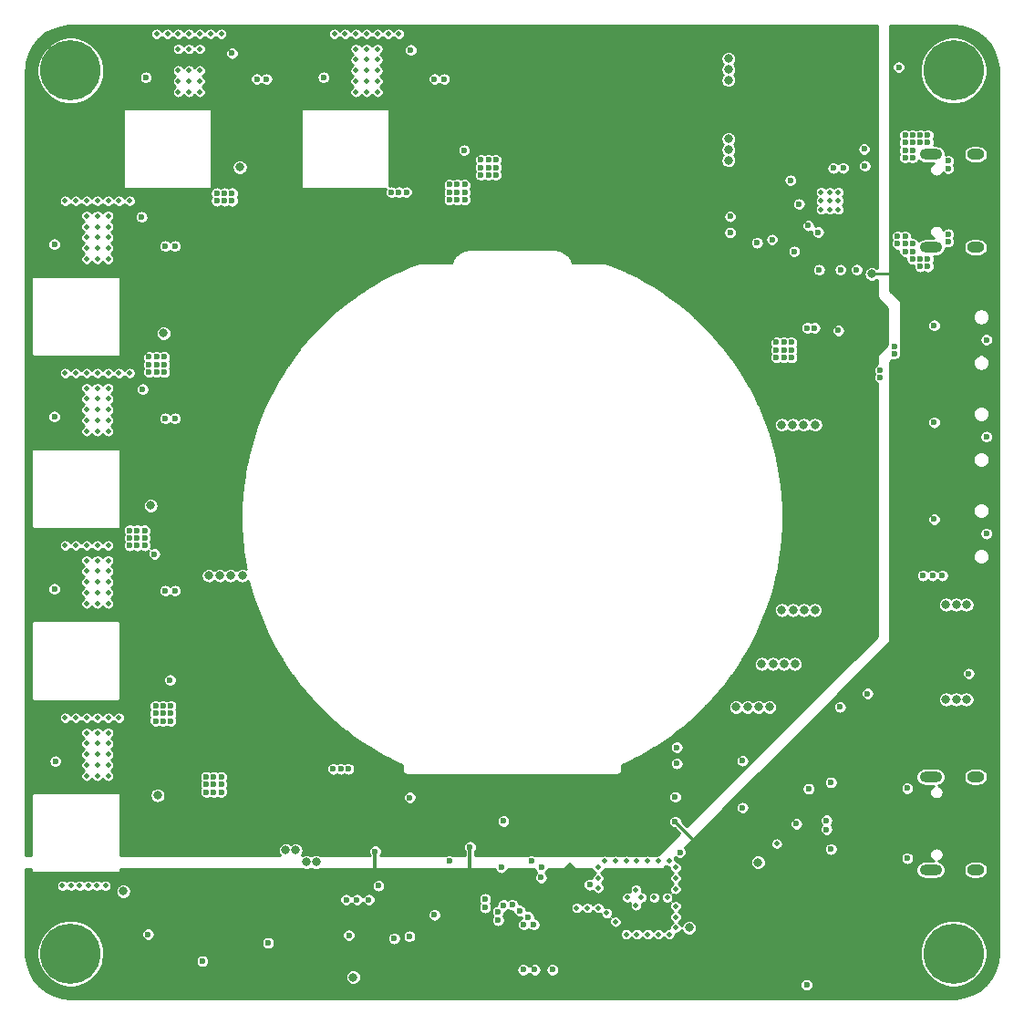
<source format=gbr>
%TF.GenerationSoftware,KiCad,Pcbnew,(5.1.8-0-10_14)*%
%TF.CreationDate,2021-08-11T22:05:50+02:00*%
%TF.ProjectId,Krasse-LED,4b726173-7365-42d4-9c45-442e6b696361,rev?*%
%TF.SameCoordinates,Original*%
%TF.FileFunction,Copper,L2,Inr*%
%TF.FilePolarity,Positive*%
%FSLAX46Y46*%
G04 Gerber Fmt 4.6, Leading zero omitted, Abs format (unit mm)*
G04 Created by KiCad (PCBNEW (5.1.8-0-10_14)) date 2021-08-11 22:05:50*
%MOMM*%
%LPD*%
G01*
G04 APERTURE LIST*
%TA.AperFunction,ComponentPad*%
%ADD10O,2.100000X1.000000*%
%TD*%
%TA.AperFunction,ComponentPad*%
%ADD11O,1.600000X1.000000*%
%TD*%
%TA.AperFunction,ComponentPad*%
%ADD12C,5.600000*%
%TD*%
%TA.AperFunction,ViaPad*%
%ADD13C,0.800000*%
%TD*%
%TA.AperFunction,ViaPad*%
%ADD14C,0.600000*%
%TD*%
%TA.AperFunction,ViaPad*%
%ADD15C,0.500000*%
%TD*%
%TA.AperFunction,Conductor*%
%ADD16C,0.250000*%
%TD*%
%TA.AperFunction,Conductor*%
%ADD17C,0.300000*%
%TD*%
%TA.AperFunction,Conductor*%
%ADD18C,0.254000*%
%TD*%
%TA.AperFunction,Conductor*%
%ADD19C,0.100000*%
%TD*%
G04 APERTURE END LIST*
D10*
%TO.N,Net-(J6-PadS1)*%
%TO.C,J6*%
X178870000Y-66780000D03*
X178870000Y-75420000D03*
D11*
X183050000Y-75420000D03*
X183050000Y-66780000D03*
%TD*%
D12*
%TO.N,Net-(H4-Pad1)*%
%TO.C,H4*%
X99000000Y-59000000D03*
%TD*%
%TO.N,Net-(H3-Pad1)*%
%TO.C,H3*%
X181000000Y-59000000D03*
%TD*%
%TO.N,Net-(H2-Pad1)*%
%TO.C,H2*%
X181000000Y-141000000D03*
%TD*%
%TO.N,Net-(H1-Pad1)*%
%TO.C,H1*%
X99000000Y-141000000D03*
%TD*%
D10*
%TO.N,Net-(J4-PadS1)*%
%TO.C,J4*%
X178870000Y-124580000D03*
X178870000Y-133220000D03*
D11*
X183050000Y-133220000D03*
X183050000Y-124580000D03*
%TD*%
D13*
%TO.N,*%
X180300000Y-108600000D03*
X182200000Y-108600000D03*
X180300000Y-117400000D03*
X181250000Y-117400000D03*
X182200000Y-117400000D03*
X181250000Y-108600000D03*
D14*
%TO.N,GND*%
X178600000Y-65000000D03*
X178600000Y-65700000D03*
D13*
X160100000Y-65350000D03*
X160100000Y-67350000D03*
X160100000Y-66350000D03*
D14*
X107800000Y-91300000D03*
X108700000Y-91300000D03*
X107800000Y-107300000D03*
X108700000Y-107300000D03*
X116300000Y-59800000D03*
X117200000Y-59800000D03*
X132800000Y-59800000D03*
X133700000Y-59800000D03*
X161400000Y-123100000D03*
D13*
X107100000Y-126300000D03*
D15*
X148000000Y-134900000D03*
X148000000Y-134000000D03*
X148000000Y-133000000D03*
X148600000Y-132400000D03*
X149600000Y-132400000D03*
X150600000Y-132400000D03*
X151600000Y-132400000D03*
X152600000Y-132400000D03*
X153600000Y-132400000D03*
X154600000Y-132400000D03*
X155200000Y-133000000D03*
X155200000Y-134000000D03*
X155200000Y-135000000D03*
X155200000Y-136600000D03*
X155200000Y-137600000D03*
X155200000Y-138600000D03*
X154600000Y-139200000D03*
X153600000Y-139200000D03*
X152600000Y-139200000D03*
X151600000Y-139200000D03*
X150600000Y-139200000D03*
X154400000Y-135800000D03*
X153200000Y-135800000D03*
X152000000Y-135800000D03*
X148000000Y-136750000D03*
X147000000Y-136750000D03*
X146000000Y-136750000D03*
X148800000Y-137250000D03*
X149600000Y-138050000D03*
X98500000Y-119100000D03*
X102500000Y-119100000D03*
X100500000Y-119100000D03*
X103500000Y-119100000D03*
X99500000Y-119100000D03*
X101500000Y-119100000D03*
X99500000Y-103100000D03*
X98500000Y-103100000D03*
X100500000Y-103100000D03*
X101500000Y-103100000D03*
X102500000Y-103100000D03*
X104500000Y-87100000D03*
X103500000Y-87100000D03*
X99500000Y-87100000D03*
X98500000Y-87100000D03*
X100500000Y-87100000D03*
X101500000Y-87100000D03*
X102500000Y-87100000D03*
X104500000Y-71100000D03*
X103500000Y-71100000D03*
X99500000Y-71100000D03*
X98500000Y-71100000D03*
X100500000Y-71100000D03*
X101500000Y-71100000D03*
X102500000Y-71100000D03*
X129500000Y-55600000D03*
X128500000Y-55600000D03*
X124500000Y-55600000D03*
X123500000Y-55600000D03*
X125500000Y-55600000D03*
X126500000Y-55600000D03*
X127500000Y-55600000D03*
X113000000Y-55600000D03*
X111000000Y-61000000D03*
X110000000Y-61000000D03*
X107000000Y-55600000D03*
X108000000Y-55600000D03*
X109000000Y-61000000D03*
X112000000Y-55600000D03*
X109000000Y-55600000D03*
X109000000Y-60000000D03*
X110000000Y-57000000D03*
X111000000Y-57000000D03*
X109000000Y-59000000D03*
X110000000Y-55600000D03*
X111000000Y-60000000D03*
X110000000Y-60000000D03*
X111000000Y-55600000D03*
X110000000Y-59000000D03*
X111000000Y-59000000D03*
X109000000Y-57000000D03*
X127500000Y-61000000D03*
X126500000Y-61000000D03*
X125500000Y-61000000D03*
X127500000Y-58000000D03*
X125500000Y-60000000D03*
X126500000Y-57000000D03*
X127500000Y-57000000D03*
X125500000Y-59000000D03*
X126500000Y-58000000D03*
X127500000Y-60000000D03*
X125500000Y-58000000D03*
X126500000Y-60000000D03*
X126500000Y-59000000D03*
X127500000Y-59000000D03*
X125500000Y-57000000D03*
X102500000Y-76500000D03*
X101500000Y-76500000D03*
X100500000Y-76500000D03*
X102500000Y-73500000D03*
X100500000Y-75500000D03*
X101500000Y-72500000D03*
X102500000Y-72500000D03*
X100500000Y-74500000D03*
X101500000Y-73500000D03*
X102500000Y-75500000D03*
X100500000Y-73500000D03*
X101500000Y-75500000D03*
X101500000Y-74500000D03*
X102500000Y-74500000D03*
X100500000Y-72500000D03*
X102500000Y-92500000D03*
X101500000Y-92500000D03*
X100500000Y-92500000D03*
X102500000Y-89500000D03*
X100500000Y-91500000D03*
X101500000Y-88500000D03*
X102500000Y-88500000D03*
X100500000Y-90500000D03*
X101500000Y-89500000D03*
X102500000Y-91500000D03*
X100500000Y-89500000D03*
X101500000Y-91500000D03*
X101500000Y-90500000D03*
X102500000Y-90500000D03*
X100500000Y-88500000D03*
X102500000Y-108500000D03*
X101500000Y-108500000D03*
X100500000Y-108500000D03*
X102500000Y-105500000D03*
X100500000Y-107500000D03*
X101500000Y-104500000D03*
X102500000Y-104500000D03*
X100500000Y-106500000D03*
X101500000Y-105500000D03*
X102500000Y-107500000D03*
X100500000Y-105500000D03*
X101500000Y-107500000D03*
X101500000Y-106500000D03*
X102500000Y-106500000D03*
X100500000Y-104500000D03*
X102500000Y-120500000D03*
X101500000Y-120500000D03*
X100500000Y-120500000D03*
X102500000Y-121500000D03*
X101500000Y-121500000D03*
X100500000Y-121500000D03*
X102500000Y-122500000D03*
X101500000Y-122500000D03*
X100500000Y-122500000D03*
X102500000Y-123500000D03*
X101500000Y-123500000D03*
X100500000Y-123500000D03*
X100500000Y-124500000D03*
X101500000Y-124500000D03*
X102500000Y-124500000D03*
D14*
X124100000Y-123850000D03*
X124800000Y-123850000D03*
D15*
X169500000Y-71100000D03*
X170300000Y-70300000D03*
X169500000Y-70300000D03*
X168700000Y-70300000D03*
X168700000Y-71100000D03*
X170300000Y-71100000D03*
X170300000Y-71900000D03*
X169500000Y-71900000D03*
X168700000Y-71900000D03*
D13*
X119000000Y-131400000D03*
X119900000Y-131400000D03*
X121800000Y-132500000D03*
X120900000Y-132500000D03*
D14*
X172000000Y-77500000D03*
X170500000Y-77500000D03*
X168500000Y-77500000D03*
X172700000Y-66300000D03*
X177200000Y-67100000D03*
X177200000Y-66400000D03*
X176500000Y-67100000D03*
X176500000Y-66400000D03*
X176500000Y-65700000D03*
X177200000Y-65700000D03*
X176500000Y-65000000D03*
X177200000Y-65000000D03*
X177900000Y-65000000D03*
X177900000Y-65700000D03*
X180500000Y-68100000D03*
X180500000Y-67400000D03*
X177200000Y-75100000D03*
X177200000Y-75800000D03*
X177200000Y-76500000D03*
X177900000Y-76500000D03*
X177900000Y-77200000D03*
X178600000Y-76500000D03*
X178600000Y-77200000D03*
X180500000Y-74200000D03*
X180500000Y-74900000D03*
X174200000Y-87500000D03*
X174200000Y-86800000D03*
X175500000Y-84600000D03*
X175500000Y-85300000D03*
X170300000Y-83150000D03*
X168100000Y-82900000D03*
X167400000Y-82900000D03*
X176700000Y-132150000D03*
X176700000Y-125650000D03*
X182400000Y-115000000D03*
X123400000Y-123850000D03*
D15*
X150700000Y-135800000D03*
X151500000Y-135075000D03*
X151500000Y-136525000D03*
D14*
X147200000Y-134600000D03*
X132800000Y-137400000D03*
X142100000Y-142500000D03*
X169600000Y-125100000D03*
X169600000Y-131300000D03*
D13*
X103900000Y-135200004D03*
D14*
X127600000Y-134700000D03*
X108700000Y-75300000D03*
X107800000Y-75300000D03*
X139200000Y-128699998D03*
X161400000Y-127450000D03*
X155300010Y-121849990D03*
X155150000Y-126450000D03*
X155300000Y-123350000D03*
D13*
X162840000Y-132530000D03*
X160100000Y-57900000D03*
X160100000Y-59900000D03*
X160100000Y-58900000D03*
D14*
X130500000Y-126500000D03*
X176500000Y-75100000D03*
X176500000Y-75800000D03*
X176500000Y-74400000D03*
X175800000Y-74400000D03*
X175800000Y-75100000D03*
X173000000Y-116850000D03*
X130475000Y-139400000D03*
D13*
X156450000Y-138600000D03*
D14*
X170450000Y-118100000D03*
X160250000Y-72550000D03*
X160250000Y-74050000D03*
X117350000Y-140000000D03*
X184050000Y-101999996D03*
X184050000Y-93000000D03*
X184050000Y-84000000D03*
X167549994Y-125700000D03*
X167350000Y-143900000D03*
%TO.N,VCC*%
X118250000Y-59000000D03*
D13*
X162850000Y-65150000D03*
X161850000Y-65150000D03*
X163850000Y-65150000D03*
X164850000Y-65150000D03*
X165950000Y-60050000D03*
X165950000Y-60950000D03*
X165950000Y-61850000D03*
X165950000Y-62750000D03*
X165950000Y-63650000D03*
X165950000Y-59150000D03*
X164950000Y-60050000D03*
X163950000Y-60050000D03*
X162950000Y-60050000D03*
X161950000Y-60050000D03*
X123100000Y-131600000D03*
X124100000Y-131600000D03*
X174500000Y-83300000D03*
X174500000Y-82400000D03*
D14*
X134750000Y-58750000D03*
X134750000Y-59500000D03*
X134750000Y-60250000D03*
X134750000Y-61000000D03*
X118250000Y-59750000D03*
X118250000Y-60500000D03*
X118250000Y-61250000D03*
X118250000Y-58250000D03*
X109750000Y-73750000D03*
X109750000Y-74500000D03*
X109750000Y-75250000D03*
X109750000Y-76000000D03*
X109750000Y-90000000D03*
X109750000Y-90750000D03*
X109750000Y-91500000D03*
X109750000Y-92250000D03*
X109750000Y-106000000D03*
X109750000Y-106750000D03*
X109750000Y-107500000D03*
X109750000Y-108250000D03*
X109750000Y-122000000D03*
X109750000Y-122750000D03*
X109750000Y-123500000D03*
X109750000Y-124250000D03*
%TO.N,+3V3*%
X166200000Y-75800000D03*
D13*
X176575000Y-88725000D03*
X173400000Y-77900000D03*
D14*
X181100000Y-79600000D03*
X179200000Y-88600000D03*
X179200000Y-97600000D03*
X147200000Y-133500000D03*
X127300000Y-131500000D03*
X132800000Y-138200000D03*
X142900000Y-142500000D03*
X163750000Y-125300000D03*
X155150000Y-128750000D03*
X136100000Y-131099998D03*
D13*
X158375000Y-133075000D03*
D14*
X170450000Y-117200008D03*
X165850000Y-69200000D03*
X116350000Y-140000000D03*
%TO.N,BTN_1*%
X179200000Y-100675000D03*
X140700001Y-137000000D03*
%TO.N,BTN_2*%
X179200000Y-91675000D03*
X140034147Y-136461158D03*
%TO.N,BTN_3*%
X179200000Y-82675000D03*
X139199998Y-136500000D03*
%TO.N,Light*%
X134200000Y-132400000D03*
X141800000Y-132400000D03*
%TO.N,RESET*%
X129050000Y-139600000D03*
X143750006Y-142500000D03*
%TO.N,USB_P*%
X137500000Y-136721600D03*
X169200000Y-128625000D03*
%TO.N,USB_N*%
X137500000Y-135918400D03*
X169200000Y-129475000D03*
%TO.N,DIM_BLUE*%
X106000000Y-59635000D03*
X142712241Y-133017497D03*
D15*
X99050000Y-134700000D03*
D14*
%TO.N,DIM_GREEN*%
X97500000Y-75135000D03*
X139000000Y-133000000D03*
D15*
X99850000Y-134700000D03*
D14*
%TO.N,DIM_RED*%
X122500000Y-59635000D03*
X142699996Y-133950008D03*
D15*
X98250000Y-134700000D03*
D14*
%TO.N,DIM_CYAN*%
X97600000Y-123135000D03*
X124600000Y-136000002D03*
D15*
X102250000Y-134700000D03*
D14*
%TO.N,DIM_AMBER*%
X97500000Y-107135000D03*
X125600008Y-136000000D03*
D15*
X101450000Y-134700000D03*
D14*
%TO.N,DIM_LIME*%
X97500000Y-91135000D03*
X126700000Y-136000000D03*
D15*
X100650000Y-134700000D03*
D14*
%TO.N,I2C1_SDA*%
X169837500Y-68062500D03*
X142000000Y-138300000D03*
X178150000Y-105900000D03*
%TO.N,I2C1_SCL*%
X170750009Y-68050009D03*
X141100000Y-138300000D03*
X179050000Y-105900000D03*
%TO.N,USB-PD_ALERT*%
X167499996Y-73400004D03*
X138699989Y-137899997D03*
X179950000Y-105900000D03*
%TO.N,USB-PD_RESET*%
X172750000Y-67850000D03*
X138700000Y-137100004D03*
D15*
%TO.N,/MIC+*%
X164580000Y-130790000D03*
D14*
X166400000Y-128950000D03*
%TO.N,/LED-R-C*%
X135600000Y-69600000D03*
X134200000Y-69600000D03*
X134200000Y-71000000D03*
X135600000Y-71000000D03*
X134900000Y-71000000D03*
X135600000Y-70300000D03*
X134900000Y-69600000D03*
X134200000Y-70300000D03*
X130200000Y-70300000D03*
X129500000Y-70300000D03*
X128800000Y-70300000D03*
X134900000Y-70300000D03*
%TO.N,/LED-R-A*%
X130600000Y-57100000D03*
X135550000Y-66400000D03*
%TO.N,/LED-B-C*%
X112600000Y-71100000D03*
X114000000Y-71100000D03*
X138500000Y-67300000D03*
X137800000Y-67300000D03*
X137100000Y-67300000D03*
X137100000Y-68700000D03*
X138500000Y-68700000D03*
X137800000Y-68700000D03*
X138500000Y-68000000D03*
X137100000Y-68000000D03*
X114000000Y-70400000D03*
X112600000Y-70400000D03*
X113300000Y-71100000D03*
X113300000Y-70400000D03*
X137800000Y-68000000D03*
%TO.N,/LED-B-A*%
X114000000Y-57400000D03*
D13*
X114724996Y-67974996D03*
D14*
%TO.N,/LED-G-C*%
X164550000Y-85650000D03*
X164550000Y-84950000D03*
X164550000Y-84250000D03*
X165250000Y-84250000D03*
X165950000Y-84250000D03*
X165950000Y-85650000D03*
X165250000Y-85650000D03*
X165950000Y-84950000D03*
X106300000Y-85600000D03*
X106300000Y-86300000D03*
X106300000Y-87000000D03*
X107000000Y-87000000D03*
X107700000Y-87000000D03*
X107700000Y-85600000D03*
X107700000Y-86300000D03*
X107000000Y-85600000D03*
X107000000Y-86300000D03*
X165250000Y-84950000D03*
%TO.N,/LED-G-A*%
X105600000Y-72600000D03*
D13*
X107650000Y-83400000D03*
D14*
%TO.N,/LED-L-C*%
X105900000Y-101700000D03*
X104500000Y-101700000D03*
X104500000Y-103100000D03*
X105900000Y-103100000D03*
D13*
X166107000Y-109100000D03*
X168130000Y-109100000D03*
X165030000Y-109100000D03*
X167113300Y-109100000D03*
D14*
X105200000Y-101700000D03*
X104500000Y-102400000D03*
X105200000Y-103100000D03*
X105900000Y-102400000D03*
X105200000Y-102400000D03*
%TO.N,/LED-L-A*%
X105700000Y-88600000D03*
D13*
X106450000Y-99400006D03*
D14*
%TO.N,/LED-A-C*%
X108300000Y-119400000D03*
X106900000Y-119400000D03*
X106900000Y-118000000D03*
X108300000Y-118000000D03*
D13*
X164247000Y-114100000D03*
X166270000Y-114100000D03*
X163170000Y-114100000D03*
X165253300Y-114100000D03*
D14*
X107600000Y-118000000D03*
X106900000Y-118700000D03*
X107600000Y-119400000D03*
X108300000Y-118700000D03*
X107600000Y-118700000D03*
%TO.N,/LED-A-A*%
X106800000Y-103900000D03*
X108250000Y-115600006D03*
%TO.N,/LED-C-A*%
X113000000Y-124600000D03*
X111600002Y-124600000D03*
X111600002Y-126000000D03*
X113000002Y-126000000D03*
X112300002Y-126000000D03*
X111600002Y-125300000D03*
X112300002Y-124600000D03*
X113000002Y-125300000D03*
X112300002Y-125300000D03*
D13*
X163900000Y-118100000D03*
X160800000Y-118100000D03*
X161877000Y-118100000D03*
X162883300Y-118100000D03*
%TO.N,/LIME-SERIES*%
X113873000Y-105900000D03*
X112866700Y-105900000D03*
X114950000Y-105900000D03*
X111850000Y-105900000D03*
X165050000Y-91900000D03*
X166066700Y-91900000D03*
X168150000Y-91900000D03*
X167073000Y-91900000D03*
D14*
%TO.N,Net-(R39-Pad2)*%
X166643289Y-71402410D03*
X175900000Y-58700000D03*
%TO.N,FAN1-PWM*%
X106200000Y-139200000D03*
X111250000Y-141700000D03*
%TO.N,/PWROK2*%
X168423463Y-74006703D03*
X164150000Y-74700000D03*
%TO.N,VCC-Voltage*%
X141500004Y-137600000D03*
X162750000Y-75000000D03*
D13*
%TO.N,RX-CONN*%
X125250000Y-143200000D03*
D14*
X141050000Y-142500000D03*
%TO.N,TX-CONN*%
X155600000Y-131600000D03*
X124850000Y-139300000D03*
%TD*%
D16*
%TO.N,+3V3*%
X173400000Y-77900000D02*
X175200000Y-77900000D01*
D17*
X145400000Y-132750000D02*
X145400000Y-133500000D01*
X145400000Y-132750000D02*
X144950000Y-133200000D01*
X145400000Y-132750000D02*
X145850000Y-133200000D01*
X155150000Y-128750000D02*
X156900000Y-130500000D01*
X136100000Y-133200000D02*
X136100000Y-131099998D01*
X127300000Y-131500000D02*
X127300000Y-133400000D01*
%TD*%
D18*
%TO.N,+3V3*%
X181784068Y-54928406D02*
X182539840Y-55150125D01*
X183240056Y-55510760D01*
X183859441Y-55997294D01*
X184375650Y-56592173D01*
X184770058Y-57273933D01*
X185028433Y-58017973D01*
X185143248Y-58809834D01*
X185148001Y-59004344D01*
X185148000Y-140983244D01*
X185071595Y-141784066D01*
X184849875Y-142539840D01*
X184489243Y-143240051D01*
X184002709Y-143859438D01*
X183407827Y-144375650D01*
X182726067Y-144770058D01*
X181982027Y-145028433D01*
X181190166Y-145143248D01*
X180995697Y-145148000D01*
X99016756Y-145148000D01*
X98215934Y-145071595D01*
X97460160Y-144849875D01*
X96759949Y-144489243D01*
X96140562Y-144002709D01*
X95624350Y-143407827D01*
X95229942Y-142726067D01*
X94971567Y-141982027D01*
X94856752Y-141190166D01*
X94852000Y-140995697D01*
X94852000Y-140692017D01*
X95873000Y-140692017D01*
X95873000Y-141307983D01*
X95993169Y-141912112D01*
X96228889Y-142481190D01*
X96571101Y-142993346D01*
X97006654Y-143428899D01*
X97518810Y-143771111D01*
X98087888Y-144006831D01*
X98692017Y-144127000D01*
X99307983Y-144127000D01*
X99912112Y-144006831D01*
X100481190Y-143771111D01*
X100993346Y-143428899D01*
X101293848Y-143128397D01*
X124523000Y-143128397D01*
X124523000Y-143271603D01*
X124550938Y-143412058D01*
X124605741Y-143544364D01*
X124685302Y-143663436D01*
X124786564Y-143764698D01*
X124905636Y-143844259D01*
X125037942Y-143899062D01*
X125178397Y-143927000D01*
X125321603Y-143927000D01*
X125462058Y-143899062D01*
X125594364Y-143844259D01*
X125603363Y-143838246D01*
X166723000Y-143838246D01*
X166723000Y-143961754D01*
X166747095Y-144082889D01*
X166794360Y-144196996D01*
X166862977Y-144299689D01*
X166950311Y-144387023D01*
X167053004Y-144455640D01*
X167167111Y-144502905D01*
X167288246Y-144527000D01*
X167411754Y-144527000D01*
X167532889Y-144502905D01*
X167646996Y-144455640D01*
X167749689Y-144387023D01*
X167837023Y-144299689D01*
X167905640Y-144196996D01*
X167952905Y-144082889D01*
X167977000Y-143961754D01*
X167977000Y-143838246D01*
X167952905Y-143717111D01*
X167905640Y-143603004D01*
X167837023Y-143500311D01*
X167749689Y-143412977D01*
X167646996Y-143344360D01*
X167532889Y-143297095D01*
X167411754Y-143273000D01*
X167288246Y-143273000D01*
X167167111Y-143297095D01*
X167053004Y-143344360D01*
X166950311Y-143412977D01*
X166862977Y-143500311D01*
X166794360Y-143603004D01*
X166747095Y-143717111D01*
X166723000Y-143838246D01*
X125603363Y-143838246D01*
X125713436Y-143764698D01*
X125814698Y-143663436D01*
X125894259Y-143544364D01*
X125949062Y-143412058D01*
X125977000Y-143271603D01*
X125977000Y-143128397D01*
X125949062Y-142987942D01*
X125894259Y-142855636D01*
X125814698Y-142736564D01*
X125713436Y-142635302D01*
X125594364Y-142555741D01*
X125462058Y-142500938D01*
X125321603Y-142473000D01*
X125178397Y-142473000D01*
X125037942Y-142500938D01*
X124905636Y-142555741D01*
X124786564Y-142635302D01*
X124685302Y-142736564D01*
X124605741Y-142855636D01*
X124550938Y-142987942D01*
X124523000Y-143128397D01*
X101293848Y-143128397D01*
X101428899Y-142993346D01*
X101771111Y-142481190D01*
X101788899Y-142438246D01*
X140423000Y-142438246D01*
X140423000Y-142561754D01*
X140447095Y-142682889D01*
X140494360Y-142796996D01*
X140562977Y-142899689D01*
X140650311Y-142987023D01*
X140753004Y-143055640D01*
X140867111Y-143102905D01*
X140988246Y-143127000D01*
X141111754Y-143127000D01*
X141232889Y-143102905D01*
X141346996Y-143055640D01*
X141449689Y-142987023D01*
X141537023Y-142899689D01*
X141575000Y-142842852D01*
X141612977Y-142899689D01*
X141700311Y-142987023D01*
X141803004Y-143055640D01*
X141917111Y-143102905D01*
X142038246Y-143127000D01*
X142161754Y-143127000D01*
X142282889Y-143102905D01*
X142396996Y-143055640D01*
X142499689Y-142987023D01*
X142587023Y-142899689D01*
X142655640Y-142796996D01*
X142702905Y-142682889D01*
X142727000Y-142561754D01*
X142727000Y-142438246D01*
X143123006Y-142438246D01*
X143123006Y-142561754D01*
X143147101Y-142682889D01*
X143194366Y-142796996D01*
X143262983Y-142899689D01*
X143350317Y-142987023D01*
X143453010Y-143055640D01*
X143567117Y-143102905D01*
X143688252Y-143127000D01*
X143811760Y-143127000D01*
X143932895Y-143102905D01*
X144047002Y-143055640D01*
X144149695Y-142987023D01*
X144237029Y-142899689D01*
X144305646Y-142796996D01*
X144352911Y-142682889D01*
X144377006Y-142561754D01*
X144377006Y-142438246D01*
X144352911Y-142317111D01*
X144305646Y-142203004D01*
X144237029Y-142100311D01*
X144149695Y-142012977D01*
X144047002Y-141944360D01*
X143932895Y-141897095D01*
X143811760Y-141873000D01*
X143688252Y-141873000D01*
X143567117Y-141897095D01*
X143453010Y-141944360D01*
X143350317Y-142012977D01*
X143262983Y-142100311D01*
X143194366Y-142203004D01*
X143147101Y-142317111D01*
X143123006Y-142438246D01*
X142727000Y-142438246D01*
X142702905Y-142317111D01*
X142655640Y-142203004D01*
X142587023Y-142100311D01*
X142499689Y-142012977D01*
X142396996Y-141944360D01*
X142282889Y-141897095D01*
X142161754Y-141873000D01*
X142038246Y-141873000D01*
X141917111Y-141897095D01*
X141803004Y-141944360D01*
X141700311Y-142012977D01*
X141612977Y-142100311D01*
X141575000Y-142157148D01*
X141537023Y-142100311D01*
X141449689Y-142012977D01*
X141346996Y-141944360D01*
X141232889Y-141897095D01*
X141111754Y-141873000D01*
X140988246Y-141873000D01*
X140867111Y-141897095D01*
X140753004Y-141944360D01*
X140650311Y-142012977D01*
X140562977Y-142100311D01*
X140494360Y-142203004D01*
X140447095Y-142317111D01*
X140423000Y-142438246D01*
X101788899Y-142438246D01*
X102006831Y-141912112D01*
X102061306Y-141638246D01*
X110623000Y-141638246D01*
X110623000Y-141761754D01*
X110647095Y-141882889D01*
X110694360Y-141996996D01*
X110762977Y-142099689D01*
X110850311Y-142187023D01*
X110953004Y-142255640D01*
X111067111Y-142302905D01*
X111188246Y-142327000D01*
X111311754Y-142327000D01*
X111432889Y-142302905D01*
X111546996Y-142255640D01*
X111649689Y-142187023D01*
X111737023Y-142099689D01*
X111805640Y-141996996D01*
X111852905Y-141882889D01*
X111877000Y-141761754D01*
X111877000Y-141638246D01*
X111852905Y-141517111D01*
X111805640Y-141403004D01*
X111737023Y-141300311D01*
X111649689Y-141212977D01*
X111546996Y-141144360D01*
X111432889Y-141097095D01*
X111311754Y-141073000D01*
X111188246Y-141073000D01*
X111067111Y-141097095D01*
X110953004Y-141144360D01*
X110850311Y-141212977D01*
X110762977Y-141300311D01*
X110694360Y-141403004D01*
X110647095Y-141517111D01*
X110623000Y-141638246D01*
X102061306Y-141638246D01*
X102127000Y-141307983D01*
X102127000Y-140692017D01*
X177873000Y-140692017D01*
X177873000Y-141307983D01*
X177993169Y-141912112D01*
X178228889Y-142481190D01*
X178571101Y-142993346D01*
X179006654Y-143428899D01*
X179518810Y-143771111D01*
X180087888Y-144006831D01*
X180692017Y-144127000D01*
X181307983Y-144127000D01*
X181912112Y-144006831D01*
X182481190Y-143771111D01*
X182993346Y-143428899D01*
X183428899Y-142993346D01*
X183771111Y-142481190D01*
X184006831Y-141912112D01*
X184127000Y-141307983D01*
X184127000Y-140692017D01*
X184006831Y-140087888D01*
X183771111Y-139518810D01*
X183428899Y-139006654D01*
X182993346Y-138571101D01*
X182481190Y-138228889D01*
X181912112Y-137993169D01*
X181307983Y-137873000D01*
X180692017Y-137873000D01*
X180087888Y-137993169D01*
X179518810Y-138228889D01*
X179006654Y-138571101D01*
X178571101Y-139006654D01*
X178228889Y-139518810D01*
X177993169Y-140087888D01*
X177873000Y-140692017D01*
X102127000Y-140692017D01*
X102006831Y-140087888D01*
X101944848Y-139938246D01*
X116723000Y-139938246D01*
X116723000Y-140061754D01*
X116747095Y-140182889D01*
X116794360Y-140296996D01*
X116862977Y-140399689D01*
X116950311Y-140487023D01*
X117053004Y-140555640D01*
X117167111Y-140602905D01*
X117288246Y-140627000D01*
X117411754Y-140627000D01*
X117532889Y-140602905D01*
X117646996Y-140555640D01*
X117749689Y-140487023D01*
X117837023Y-140399689D01*
X117905640Y-140296996D01*
X117952905Y-140182889D01*
X117977000Y-140061754D01*
X117977000Y-139938246D01*
X117952905Y-139817111D01*
X117905640Y-139703004D01*
X117837023Y-139600311D01*
X117749689Y-139512977D01*
X117646996Y-139444360D01*
X117532889Y-139397095D01*
X117411754Y-139373000D01*
X117288246Y-139373000D01*
X117167111Y-139397095D01*
X117053004Y-139444360D01*
X116950311Y-139512977D01*
X116862977Y-139600311D01*
X116794360Y-139703004D01*
X116747095Y-139817111D01*
X116723000Y-139938246D01*
X101944848Y-139938246D01*
X101771111Y-139518810D01*
X101516827Y-139138246D01*
X105573000Y-139138246D01*
X105573000Y-139261754D01*
X105597095Y-139382889D01*
X105644360Y-139496996D01*
X105712977Y-139599689D01*
X105800311Y-139687023D01*
X105903004Y-139755640D01*
X106017111Y-139802905D01*
X106138246Y-139827000D01*
X106261754Y-139827000D01*
X106382889Y-139802905D01*
X106496996Y-139755640D01*
X106599689Y-139687023D01*
X106687023Y-139599689D01*
X106755640Y-139496996D01*
X106802905Y-139382889D01*
X106827000Y-139261754D01*
X106827000Y-139238246D01*
X124223000Y-139238246D01*
X124223000Y-139361754D01*
X124247095Y-139482889D01*
X124294360Y-139596996D01*
X124362977Y-139699689D01*
X124450311Y-139787023D01*
X124553004Y-139855640D01*
X124667111Y-139902905D01*
X124788246Y-139927000D01*
X124911754Y-139927000D01*
X125032889Y-139902905D01*
X125146996Y-139855640D01*
X125249689Y-139787023D01*
X125337023Y-139699689D01*
X125405640Y-139596996D01*
X125429975Y-139538246D01*
X128423000Y-139538246D01*
X128423000Y-139661754D01*
X128447095Y-139782889D01*
X128494360Y-139896996D01*
X128562977Y-139999689D01*
X128650311Y-140087023D01*
X128753004Y-140155640D01*
X128867111Y-140202905D01*
X128988246Y-140227000D01*
X129111754Y-140227000D01*
X129232889Y-140202905D01*
X129346996Y-140155640D01*
X129449689Y-140087023D01*
X129537023Y-139999689D01*
X129605640Y-139896996D01*
X129652905Y-139782889D01*
X129677000Y-139661754D01*
X129677000Y-139538246D01*
X129652905Y-139417111D01*
X129620238Y-139338246D01*
X129848000Y-139338246D01*
X129848000Y-139461754D01*
X129872095Y-139582889D01*
X129919360Y-139696996D01*
X129987977Y-139799689D01*
X130075311Y-139887023D01*
X130178004Y-139955640D01*
X130292111Y-140002905D01*
X130413246Y-140027000D01*
X130536754Y-140027000D01*
X130657889Y-140002905D01*
X130771996Y-139955640D01*
X130874689Y-139887023D01*
X130962023Y-139799689D01*
X131030640Y-139696996D01*
X131077905Y-139582889D01*
X131102000Y-139461754D01*
X131102000Y-139338246D01*
X131077905Y-139217111D01*
X131030640Y-139103004D01*
X130962023Y-139000311D01*
X130874689Y-138912977D01*
X130771996Y-138844360D01*
X130657889Y-138797095D01*
X130536754Y-138773000D01*
X130413246Y-138773000D01*
X130292111Y-138797095D01*
X130178004Y-138844360D01*
X130075311Y-138912977D01*
X129987977Y-139000311D01*
X129919360Y-139103004D01*
X129872095Y-139217111D01*
X129848000Y-139338246D01*
X129620238Y-139338246D01*
X129605640Y-139303004D01*
X129537023Y-139200311D01*
X129449689Y-139112977D01*
X129346996Y-139044360D01*
X129232889Y-138997095D01*
X129111754Y-138973000D01*
X128988246Y-138973000D01*
X128867111Y-138997095D01*
X128753004Y-139044360D01*
X128650311Y-139112977D01*
X128562977Y-139200311D01*
X128494360Y-139303004D01*
X128447095Y-139417111D01*
X128423000Y-139538246D01*
X125429975Y-139538246D01*
X125452905Y-139482889D01*
X125477000Y-139361754D01*
X125477000Y-139238246D01*
X125452905Y-139117111D01*
X125405640Y-139003004D01*
X125337023Y-138900311D01*
X125249689Y-138812977D01*
X125146996Y-138744360D01*
X125032889Y-138697095D01*
X124911754Y-138673000D01*
X124788246Y-138673000D01*
X124667111Y-138697095D01*
X124553004Y-138744360D01*
X124450311Y-138812977D01*
X124362977Y-138900311D01*
X124294360Y-139003004D01*
X124247095Y-139117111D01*
X124223000Y-139238246D01*
X106827000Y-139238246D01*
X106827000Y-139138246D01*
X106802905Y-139017111D01*
X106755640Y-138903004D01*
X106687023Y-138800311D01*
X106599689Y-138712977D01*
X106496996Y-138644360D01*
X106382889Y-138597095D01*
X106261754Y-138573000D01*
X106138246Y-138573000D01*
X106017111Y-138597095D01*
X105903004Y-138644360D01*
X105800311Y-138712977D01*
X105712977Y-138800311D01*
X105644360Y-138903004D01*
X105597095Y-139017111D01*
X105573000Y-139138246D01*
X101516827Y-139138246D01*
X101428899Y-139006654D01*
X100993346Y-138571101D01*
X100481190Y-138228889D01*
X99912112Y-137993169D01*
X99307983Y-137873000D01*
X98692017Y-137873000D01*
X98087888Y-137993169D01*
X97518810Y-138228889D01*
X97006654Y-138571101D01*
X96571101Y-139006654D01*
X96228889Y-139518810D01*
X95993169Y-140087888D01*
X95873000Y-140692017D01*
X94852000Y-140692017D01*
X94852000Y-137338246D01*
X132173000Y-137338246D01*
X132173000Y-137461754D01*
X132197095Y-137582889D01*
X132244360Y-137696996D01*
X132312977Y-137799689D01*
X132400311Y-137887023D01*
X132503004Y-137955640D01*
X132617111Y-138002905D01*
X132738246Y-138027000D01*
X132861754Y-138027000D01*
X132982889Y-138002905D01*
X133096996Y-137955640D01*
X133199689Y-137887023D01*
X133287023Y-137799689D01*
X133355640Y-137696996D01*
X133402905Y-137582889D01*
X133427000Y-137461754D01*
X133427000Y-137338246D01*
X133402905Y-137217111D01*
X133355640Y-137103004D01*
X133287023Y-137000311D01*
X133199689Y-136912977D01*
X133096996Y-136844360D01*
X132982889Y-136797095D01*
X132861754Y-136773000D01*
X132738246Y-136773000D01*
X132617111Y-136797095D01*
X132503004Y-136844360D01*
X132400311Y-136912977D01*
X132312977Y-137000311D01*
X132244360Y-137103004D01*
X132197095Y-137217111D01*
X132173000Y-137338246D01*
X94852000Y-137338246D01*
X94852000Y-135938248D01*
X123973000Y-135938248D01*
X123973000Y-136061756D01*
X123997095Y-136182891D01*
X124044360Y-136296998D01*
X124112977Y-136399691D01*
X124200311Y-136487025D01*
X124303004Y-136555642D01*
X124417111Y-136602907D01*
X124538246Y-136627002D01*
X124661754Y-136627002D01*
X124782889Y-136602907D01*
X124896996Y-136555642D01*
X124999689Y-136487025D01*
X125087023Y-136399691D01*
X125100005Y-136380262D01*
X125112985Y-136399689D01*
X125200319Y-136487023D01*
X125303012Y-136555640D01*
X125417119Y-136602905D01*
X125538254Y-136627000D01*
X125661762Y-136627000D01*
X125782897Y-136602905D01*
X125897004Y-136555640D01*
X125999697Y-136487023D01*
X126087031Y-136399689D01*
X126150004Y-136305443D01*
X126212977Y-136399689D01*
X126300311Y-136487023D01*
X126403004Y-136555640D01*
X126517111Y-136602905D01*
X126638246Y-136627000D01*
X126761754Y-136627000D01*
X126882889Y-136602905D01*
X126996996Y-136555640D01*
X127099689Y-136487023D01*
X127187023Y-136399689D01*
X127255640Y-136296996D01*
X127302905Y-136182889D01*
X127327000Y-136061754D01*
X127327000Y-135938246D01*
X127310769Y-135856646D01*
X136873000Y-135856646D01*
X136873000Y-135980154D01*
X136897095Y-136101289D01*
X136944360Y-136215396D01*
X137012977Y-136318089D01*
X137014888Y-136320000D01*
X137012977Y-136321911D01*
X136944360Y-136424604D01*
X136897095Y-136538711D01*
X136873000Y-136659846D01*
X136873000Y-136783354D01*
X136897095Y-136904489D01*
X136944360Y-137018596D01*
X137012977Y-137121289D01*
X137100311Y-137208623D01*
X137203004Y-137277240D01*
X137317111Y-137324505D01*
X137438246Y-137348600D01*
X137561754Y-137348600D01*
X137682889Y-137324505D01*
X137796996Y-137277240D01*
X137899689Y-137208623D01*
X137987023Y-137121289D01*
X138055640Y-137018596D01*
X138096559Y-136919809D01*
X138073000Y-137038250D01*
X138073000Y-137161758D01*
X138097095Y-137282893D01*
X138144360Y-137397000D01*
X138212977Y-137499693D01*
X138213279Y-137499995D01*
X138212966Y-137500308D01*
X138144349Y-137603001D01*
X138097084Y-137717108D01*
X138072989Y-137838243D01*
X138072989Y-137961751D01*
X138097084Y-138082886D01*
X138144349Y-138196993D01*
X138212966Y-138299686D01*
X138300300Y-138387020D01*
X138402993Y-138455637D01*
X138517100Y-138502902D01*
X138638235Y-138526997D01*
X138761743Y-138526997D01*
X138882878Y-138502902D01*
X138996985Y-138455637D01*
X139099678Y-138387020D01*
X139187012Y-138299686D01*
X139255629Y-138196993D01*
X139302894Y-138082886D01*
X139326989Y-137961751D01*
X139326989Y-137838243D01*
X139302894Y-137717108D01*
X139255629Y-137603001D01*
X139187012Y-137500308D01*
X139186710Y-137500006D01*
X139187023Y-137499693D01*
X139255640Y-137397000D01*
X139302905Y-137282893D01*
X139327000Y-137161758D01*
X139327000Y-137114022D01*
X139382887Y-137102905D01*
X139496994Y-137055640D01*
X139599687Y-136987023D01*
X139636898Y-136949812D01*
X139737151Y-137016798D01*
X139851258Y-137064063D01*
X139972393Y-137088158D01*
X140078253Y-137088158D01*
X140097096Y-137182889D01*
X140144361Y-137296996D01*
X140212978Y-137399689D01*
X140300312Y-137487023D01*
X140403005Y-137555640D01*
X140517112Y-137602905D01*
X140638247Y-137627000D01*
X140761755Y-137627000D01*
X140873004Y-137604871D01*
X140873004Y-137661754D01*
X140882856Y-137711284D01*
X140803004Y-137744360D01*
X140700311Y-137812977D01*
X140612977Y-137900311D01*
X140544360Y-138003004D01*
X140497095Y-138117111D01*
X140473000Y-138238246D01*
X140473000Y-138361754D01*
X140497095Y-138482889D01*
X140544360Y-138596996D01*
X140612977Y-138699689D01*
X140700311Y-138787023D01*
X140803004Y-138855640D01*
X140917111Y-138902905D01*
X141038246Y-138927000D01*
X141161754Y-138927000D01*
X141282889Y-138902905D01*
X141396996Y-138855640D01*
X141499689Y-138787023D01*
X141550000Y-138736712D01*
X141600311Y-138787023D01*
X141703004Y-138855640D01*
X141817111Y-138902905D01*
X141938246Y-138927000D01*
X142061754Y-138927000D01*
X142182889Y-138902905D01*
X142296996Y-138855640D01*
X142399689Y-138787023D01*
X142487023Y-138699689D01*
X142555640Y-138596996D01*
X142602905Y-138482889D01*
X142627000Y-138361754D01*
X142627000Y-138238246D01*
X142602905Y-138117111D01*
X142555640Y-138003004D01*
X142487023Y-137900311D01*
X142399689Y-137812977D01*
X142296996Y-137744360D01*
X142182889Y-137697095D01*
X142122369Y-137685057D01*
X142127004Y-137661754D01*
X142127004Y-137538246D01*
X142102909Y-137417111D01*
X142055644Y-137303004D01*
X141987027Y-137200311D01*
X141899693Y-137112977D01*
X141797000Y-137044360D01*
X141682893Y-136997095D01*
X141561758Y-136973000D01*
X141438250Y-136973000D01*
X141327001Y-136995129D01*
X141327001Y-136938246D01*
X141302906Y-136817111D01*
X141255641Y-136703004D01*
X141249071Y-136693170D01*
X145423000Y-136693170D01*
X145423000Y-136806830D01*
X145445174Y-136918305D01*
X145488669Y-137023312D01*
X145551815Y-137117816D01*
X145632184Y-137198185D01*
X145726688Y-137261331D01*
X145831695Y-137304826D01*
X145943170Y-137327000D01*
X146056830Y-137327000D01*
X146168305Y-137304826D01*
X146273312Y-137261331D01*
X146367816Y-137198185D01*
X146448185Y-137117816D01*
X146500000Y-137040270D01*
X146551815Y-137117816D01*
X146632184Y-137198185D01*
X146726688Y-137261331D01*
X146831695Y-137304826D01*
X146943170Y-137327000D01*
X147056830Y-137327000D01*
X147168305Y-137304826D01*
X147273312Y-137261331D01*
X147367816Y-137198185D01*
X147448185Y-137117816D01*
X147500000Y-137040270D01*
X147551815Y-137117816D01*
X147632184Y-137198185D01*
X147726688Y-137261331D01*
X147831695Y-137304826D01*
X147943170Y-137327000D01*
X148056830Y-137327000D01*
X148168305Y-137304826D01*
X148223000Y-137282171D01*
X148223000Y-137306830D01*
X148245174Y-137418305D01*
X148288669Y-137523312D01*
X148351815Y-137617816D01*
X148432184Y-137698185D01*
X148526688Y-137761331D01*
X148631695Y-137804826D01*
X148743170Y-137827000D01*
X148856830Y-137827000D01*
X148968305Y-137804826D01*
X149073312Y-137761331D01*
X149119594Y-137730406D01*
X149088669Y-137776688D01*
X149045174Y-137881695D01*
X149023000Y-137993170D01*
X149023000Y-138106830D01*
X149045174Y-138218305D01*
X149088669Y-138323312D01*
X149151815Y-138417816D01*
X149232184Y-138498185D01*
X149326688Y-138561331D01*
X149431695Y-138604826D01*
X149543170Y-138627000D01*
X149656830Y-138627000D01*
X149768305Y-138604826D01*
X149873312Y-138561331D01*
X149967816Y-138498185D01*
X150048185Y-138417816D01*
X150111331Y-138323312D01*
X150154826Y-138218305D01*
X150177000Y-138106830D01*
X150177000Y-137993170D01*
X150154826Y-137881695D01*
X150111331Y-137776688D01*
X150048185Y-137682184D01*
X149967816Y-137601815D01*
X149873312Y-137538669D01*
X149768305Y-137495174D01*
X149656830Y-137473000D01*
X149543170Y-137473000D01*
X149431695Y-137495174D01*
X149326688Y-137538669D01*
X149280406Y-137569594D01*
X149311331Y-137523312D01*
X149354826Y-137418305D01*
X149377000Y-137306830D01*
X149377000Y-137193170D01*
X149354826Y-137081695D01*
X149311331Y-136976688D01*
X149248185Y-136882184D01*
X149167816Y-136801815D01*
X149073312Y-136738669D01*
X148968305Y-136695174D01*
X148856830Y-136673000D01*
X148743170Y-136673000D01*
X148631695Y-136695174D01*
X148577000Y-136717829D01*
X148577000Y-136693170D01*
X148554826Y-136581695D01*
X148511331Y-136476688D01*
X148448185Y-136382184D01*
X148367816Y-136301815D01*
X148273312Y-136238669D01*
X148168305Y-136195174D01*
X148056830Y-136173000D01*
X147943170Y-136173000D01*
X147831695Y-136195174D01*
X147726688Y-136238669D01*
X147632184Y-136301815D01*
X147551815Y-136382184D01*
X147500000Y-136459730D01*
X147448185Y-136382184D01*
X147367816Y-136301815D01*
X147273312Y-136238669D01*
X147168305Y-136195174D01*
X147056830Y-136173000D01*
X146943170Y-136173000D01*
X146831695Y-136195174D01*
X146726688Y-136238669D01*
X146632184Y-136301815D01*
X146551815Y-136382184D01*
X146500000Y-136459730D01*
X146448185Y-136382184D01*
X146367816Y-136301815D01*
X146273312Y-136238669D01*
X146168305Y-136195174D01*
X146056830Y-136173000D01*
X145943170Y-136173000D01*
X145831695Y-136195174D01*
X145726688Y-136238669D01*
X145632184Y-136301815D01*
X145551815Y-136382184D01*
X145488669Y-136476688D01*
X145445174Y-136581695D01*
X145423000Y-136693170D01*
X141249071Y-136693170D01*
X141187024Y-136600311D01*
X141099690Y-136512977D01*
X140996997Y-136444360D01*
X140882890Y-136397095D01*
X140761755Y-136373000D01*
X140655895Y-136373000D01*
X140637052Y-136278269D01*
X140589787Y-136164162D01*
X140521170Y-136061469D01*
X140433836Y-135974135D01*
X140331143Y-135905518D01*
X140217036Y-135858253D01*
X140095901Y-135834158D01*
X139972393Y-135834158D01*
X139851258Y-135858253D01*
X139737151Y-135905518D01*
X139634458Y-135974135D01*
X139597247Y-136011346D01*
X139496994Y-135944360D01*
X139382887Y-135897095D01*
X139261752Y-135873000D01*
X139138244Y-135873000D01*
X139017109Y-135897095D01*
X138903002Y-135944360D01*
X138800309Y-136012977D01*
X138712975Y-136100311D01*
X138644358Y-136203004D01*
X138597093Y-136317111D01*
X138572998Y-136438246D01*
X138572998Y-136485982D01*
X138517111Y-136497099D01*
X138403004Y-136544364D01*
X138300311Y-136612981D01*
X138212977Y-136700315D01*
X138144360Y-136803008D01*
X138103441Y-136901795D01*
X138127000Y-136783354D01*
X138127000Y-136659846D01*
X138102905Y-136538711D01*
X138055640Y-136424604D01*
X137987023Y-136321911D01*
X137985112Y-136320000D01*
X137987023Y-136318089D01*
X138055640Y-136215396D01*
X138102905Y-136101289D01*
X138127000Y-135980154D01*
X138127000Y-135856646D01*
X138104429Y-135743170D01*
X150123000Y-135743170D01*
X150123000Y-135856830D01*
X150145174Y-135968305D01*
X150188669Y-136073312D01*
X150251815Y-136167816D01*
X150332184Y-136248185D01*
X150426688Y-136311331D01*
X150531695Y-136354826D01*
X150643170Y-136377000D01*
X150756830Y-136377000D01*
X150868305Y-136354826D01*
X150962028Y-136316005D01*
X150945174Y-136356695D01*
X150923000Y-136468170D01*
X150923000Y-136581830D01*
X150945174Y-136693305D01*
X150988669Y-136798312D01*
X151051815Y-136892816D01*
X151132184Y-136973185D01*
X151226688Y-137036331D01*
X151331695Y-137079826D01*
X151443170Y-137102000D01*
X151556830Y-137102000D01*
X151668305Y-137079826D01*
X151773312Y-137036331D01*
X151867816Y-136973185D01*
X151948185Y-136892816D01*
X152011331Y-136798312D01*
X152054826Y-136693305D01*
X152077000Y-136581830D01*
X152077000Y-136468170D01*
X152058788Y-136376611D01*
X152168305Y-136354826D01*
X152273312Y-136311331D01*
X152367816Y-136248185D01*
X152448185Y-136167816D01*
X152511331Y-136073312D01*
X152554826Y-135968305D01*
X152577000Y-135856830D01*
X152577000Y-135743170D01*
X152623000Y-135743170D01*
X152623000Y-135856830D01*
X152645174Y-135968305D01*
X152688669Y-136073312D01*
X152751815Y-136167816D01*
X152832184Y-136248185D01*
X152926688Y-136311331D01*
X153031695Y-136354826D01*
X153143170Y-136377000D01*
X153256830Y-136377000D01*
X153368305Y-136354826D01*
X153473312Y-136311331D01*
X153567816Y-136248185D01*
X153648185Y-136167816D01*
X153711331Y-136073312D01*
X153754826Y-135968305D01*
X153777000Y-135856830D01*
X153777000Y-135743170D01*
X153754826Y-135631695D01*
X153711331Y-135526688D01*
X153648185Y-135432184D01*
X153567816Y-135351815D01*
X153473312Y-135288669D01*
X153368305Y-135245174D01*
X153256830Y-135223000D01*
X153143170Y-135223000D01*
X153031695Y-135245174D01*
X152926688Y-135288669D01*
X152832184Y-135351815D01*
X152751815Y-135432184D01*
X152688669Y-135526688D01*
X152645174Y-135631695D01*
X152623000Y-135743170D01*
X152577000Y-135743170D01*
X152554826Y-135631695D01*
X152511331Y-135526688D01*
X152448185Y-135432184D01*
X152367816Y-135351815D01*
X152273312Y-135288669D01*
X152168305Y-135245174D01*
X152058788Y-135223389D01*
X152077000Y-135131830D01*
X152077000Y-135018170D01*
X152054826Y-134906695D01*
X152011331Y-134801688D01*
X151948185Y-134707184D01*
X151867816Y-134626815D01*
X151773312Y-134563669D01*
X151668305Y-134520174D01*
X151556830Y-134498000D01*
X151443170Y-134498000D01*
X151331695Y-134520174D01*
X151226688Y-134563669D01*
X151132184Y-134626815D01*
X151051815Y-134707184D01*
X150988669Y-134801688D01*
X150945174Y-134906695D01*
X150923000Y-135018170D01*
X150923000Y-135131830D01*
X150945174Y-135243305D01*
X150962028Y-135283995D01*
X150868305Y-135245174D01*
X150756830Y-135223000D01*
X150643170Y-135223000D01*
X150531695Y-135245174D01*
X150426688Y-135288669D01*
X150332184Y-135351815D01*
X150251815Y-135432184D01*
X150188669Y-135526688D01*
X150145174Y-135631695D01*
X150123000Y-135743170D01*
X138104429Y-135743170D01*
X138102905Y-135735511D01*
X138055640Y-135621404D01*
X137987023Y-135518711D01*
X137899689Y-135431377D01*
X137796996Y-135362760D01*
X137682889Y-135315495D01*
X137561754Y-135291400D01*
X137438246Y-135291400D01*
X137317111Y-135315495D01*
X137203004Y-135362760D01*
X137100311Y-135431377D01*
X137012977Y-135518711D01*
X136944360Y-135621404D01*
X136897095Y-135735511D01*
X136873000Y-135856646D01*
X127310769Y-135856646D01*
X127302905Y-135817111D01*
X127255640Y-135703004D01*
X127187023Y-135600311D01*
X127099689Y-135512977D01*
X126996996Y-135444360D01*
X126882889Y-135397095D01*
X126761754Y-135373000D01*
X126638246Y-135373000D01*
X126517111Y-135397095D01*
X126403004Y-135444360D01*
X126300311Y-135512977D01*
X126212977Y-135600311D01*
X126150004Y-135694557D01*
X126087031Y-135600311D01*
X125999697Y-135512977D01*
X125897004Y-135444360D01*
X125782897Y-135397095D01*
X125661762Y-135373000D01*
X125538254Y-135373000D01*
X125417119Y-135397095D01*
X125303012Y-135444360D01*
X125200319Y-135512977D01*
X125112985Y-135600311D01*
X125100003Y-135619740D01*
X125087023Y-135600313D01*
X124999689Y-135512979D01*
X124896996Y-135444362D01*
X124782889Y-135397097D01*
X124661754Y-135373002D01*
X124538246Y-135373002D01*
X124417111Y-135397097D01*
X124303004Y-135444362D01*
X124200311Y-135512979D01*
X124112977Y-135600313D01*
X124044360Y-135703006D01*
X123997095Y-135817113D01*
X123973000Y-135938248D01*
X94852000Y-135938248D01*
X94852000Y-134643170D01*
X97673000Y-134643170D01*
X97673000Y-134756830D01*
X97695174Y-134868305D01*
X97738669Y-134973312D01*
X97801815Y-135067816D01*
X97882184Y-135148185D01*
X97976688Y-135211331D01*
X98081695Y-135254826D01*
X98193170Y-135277000D01*
X98306830Y-135277000D01*
X98418305Y-135254826D01*
X98523312Y-135211331D01*
X98617816Y-135148185D01*
X98650000Y-135116001D01*
X98682184Y-135148185D01*
X98776688Y-135211331D01*
X98881695Y-135254826D01*
X98993170Y-135277000D01*
X99106830Y-135277000D01*
X99218305Y-135254826D01*
X99323312Y-135211331D01*
X99417816Y-135148185D01*
X99450000Y-135116001D01*
X99482184Y-135148185D01*
X99576688Y-135211331D01*
X99681695Y-135254826D01*
X99793170Y-135277000D01*
X99906830Y-135277000D01*
X100018305Y-135254826D01*
X100123312Y-135211331D01*
X100217816Y-135148185D01*
X100250000Y-135116001D01*
X100282184Y-135148185D01*
X100376688Y-135211331D01*
X100481695Y-135254826D01*
X100593170Y-135277000D01*
X100706830Y-135277000D01*
X100818305Y-135254826D01*
X100923312Y-135211331D01*
X101017816Y-135148185D01*
X101050000Y-135116001D01*
X101082184Y-135148185D01*
X101176688Y-135211331D01*
X101281695Y-135254826D01*
X101393170Y-135277000D01*
X101506830Y-135277000D01*
X101618305Y-135254826D01*
X101723312Y-135211331D01*
X101817816Y-135148185D01*
X101850000Y-135116001D01*
X101882184Y-135148185D01*
X101976688Y-135211331D01*
X102081695Y-135254826D01*
X102193170Y-135277000D01*
X102306830Y-135277000D01*
X102418305Y-135254826D01*
X102523312Y-135211331D01*
X102617816Y-135148185D01*
X102637600Y-135128401D01*
X103173000Y-135128401D01*
X103173000Y-135271607D01*
X103200938Y-135412062D01*
X103255741Y-135544368D01*
X103335302Y-135663440D01*
X103436564Y-135764702D01*
X103555636Y-135844263D01*
X103687942Y-135899066D01*
X103828397Y-135927004D01*
X103971603Y-135927004D01*
X104112058Y-135899066D01*
X104244364Y-135844263D01*
X104363436Y-135764702D01*
X104464698Y-135663440D01*
X104544259Y-135544368D01*
X104599062Y-135412062D01*
X104627000Y-135271607D01*
X104627000Y-135128401D01*
X104599062Y-134987946D01*
X104544259Y-134855640D01*
X104464698Y-134736568D01*
X104366376Y-134638246D01*
X126973000Y-134638246D01*
X126973000Y-134761754D01*
X126997095Y-134882889D01*
X127044360Y-134996996D01*
X127112977Y-135099689D01*
X127200311Y-135187023D01*
X127303004Y-135255640D01*
X127417111Y-135302905D01*
X127538246Y-135327000D01*
X127661754Y-135327000D01*
X127782889Y-135302905D01*
X127896996Y-135255640D01*
X127999689Y-135187023D01*
X128087023Y-135099689D01*
X128155640Y-134996996D01*
X128202905Y-134882889D01*
X128227000Y-134761754D01*
X128227000Y-134638246D01*
X128202905Y-134517111D01*
X128155640Y-134403004D01*
X128087023Y-134300311D01*
X127999689Y-134212977D01*
X127896996Y-134144360D01*
X127782889Y-134097095D01*
X127661754Y-134073000D01*
X127538246Y-134073000D01*
X127417111Y-134097095D01*
X127303004Y-134144360D01*
X127200311Y-134212977D01*
X127112977Y-134300311D01*
X127044360Y-134403004D01*
X126997095Y-134517111D01*
X126973000Y-134638246D01*
X104366376Y-134638246D01*
X104363436Y-134635306D01*
X104244364Y-134555745D01*
X104112058Y-134500942D01*
X103971603Y-134473004D01*
X103828397Y-134473004D01*
X103687942Y-134500942D01*
X103555636Y-134555745D01*
X103436564Y-134635306D01*
X103335302Y-134736568D01*
X103255741Y-134855640D01*
X103200938Y-134987946D01*
X103173000Y-135128401D01*
X102637600Y-135128401D01*
X102698185Y-135067816D01*
X102761331Y-134973312D01*
X102804826Y-134868305D01*
X102827000Y-134756830D01*
X102827000Y-134643170D01*
X102804826Y-134531695D01*
X102761331Y-134426688D01*
X102698185Y-134332184D01*
X102617816Y-134251815D01*
X102523312Y-134188669D01*
X102418305Y-134145174D01*
X102306830Y-134123000D01*
X102193170Y-134123000D01*
X102081695Y-134145174D01*
X101976688Y-134188669D01*
X101882184Y-134251815D01*
X101850000Y-134283999D01*
X101817816Y-134251815D01*
X101723312Y-134188669D01*
X101618305Y-134145174D01*
X101506830Y-134123000D01*
X101393170Y-134123000D01*
X101281695Y-134145174D01*
X101176688Y-134188669D01*
X101082184Y-134251815D01*
X101050000Y-134283999D01*
X101017816Y-134251815D01*
X100923312Y-134188669D01*
X100818305Y-134145174D01*
X100706830Y-134123000D01*
X100593170Y-134123000D01*
X100481695Y-134145174D01*
X100376688Y-134188669D01*
X100282184Y-134251815D01*
X100250000Y-134283999D01*
X100217816Y-134251815D01*
X100123312Y-134188669D01*
X100018305Y-134145174D01*
X99906830Y-134123000D01*
X99793170Y-134123000D01*
X99681695Y-134145174D01*
X99576688Y-134188669D01*
X99482184Y-134251815D01*
X99450000Y-134283999D01*
X99417816Y-134251815D01*
X99323312Y-134188669D01*
X99218305Y-134145174D01*
X99106830Y-134123000D01*
X98993170Y-134123000D01*
X98881695Y-134145174D01*
X98776688Y-134188669D01*
X98682184Y-134251815D01*
X98650000Y-134283999D01*
X98617816Y-134251815D01*
X98523312Y-134188669D01*
X98418305Y-134145174D01*
X98306830Y-134123000D01*
X98193170Y-134123000D01*
X98081695Y-134145174D01*
X97976688Y-134188669D01*
X97882184Y-134251815D01*
X97801815Y-134332184D01*
X97738669Y-134426688D01*
X97695174Y-134531695D01*
X97673000Y-134643170D01*
X94852000Y-134643170D01*
X94852000Y-133127000D01*
X95373000Y-133127000D01*
X95373000Y-133400000D01*
X95375440Y-133424776D01*
X95382667Y-133448601D01*
X95394403Y-133470557D01*
X95410197Y-133489803D01*
X95429443Y-133505597D01*
X95451399Y-133517333D01*
X95475224Y-133524560D01*
X95500000Y-133527000D01*
X103500000Y-133527000D01*
X103524776Y-133524560D01*
X103548601Y-133517333D01*
X103570557Y-133505597D01*
X103589803Y-133489803D01*
X103605597Y-133470557D01*
X103617333Y-133448601D01*
X103624560Y-133424776D01*
X103627000Y-133400000D01*
X103627000Y-133127000D01*
X120529806Y-133127000D01*
X120555636Y-133144259D01*
X120687942Y-133199062D01*
X120828397Y-133227000D01*
X120971603Y-133227000D01*
X121112058Y-133199062D01*
X121244364Y-133144259D01*
X121270194Y-133127000D01*
X121429806Y-133127000D01*
X121455636Y-133144259D01*
X121587942Y-133199062D01*
X121728397Y-133227000D01*
X121871603Y-133227000D01*
X122012058Y-133199062D01*
X122144364Y-133144259D01*
X122170194Y-133127000D01*
X138385978Y-133127000D01*
X138397095Y-133182889D01*
X138444360Y-133296996D01*
X138512977Y-133399689D01*
X138600311Y-133487023D01*
X138703004Y-133555640D01*
X138817111Y-133602905D01*
X138938246Y-133627000D01*
X139061754Y-133627000D01*
X139182889Y-133602905D01*
X139296996Y-133555640D01*
X139399689Y-133487023D01*
X139487023Y-133399689D01*
X139555640Y-133296996D01*
X139602905Y-133182889D01*
X139614022Y-133127000D01*
X142094739Y-133127000D01*
X142109336Y-133200386D01*
X142156601Y-133314493D01*
X142225218Y-133417186D01*
X142285662Y-133477630D01*
X142212973Y-133550319D01*
X142144356Y-133653012D01*
X142097091Y-133767119D01*
X142072996Y-133888254D01*
X142072996Y-134011762D01*
X142097091Y-134132897D01*
X142144356Y-134247004D01*
X142212973Y-134349697D01*
X142300307Y-134437031D01*
X142403000Y-134505648D01*
X142517107Y-134552913D01*
X142638242Y-134577008D01*
X142761750Y-134577008D01*
X142882885Y-134552913D01*
X142996992Y-134505648D01*
X143099685Y-134437031D01*
X143187019Y-134349697D01*
X143255636Y-134247004D01*
X143302901Y-134132897D01*
X143326996Y-134011762D01*
X143326996Y-133888254D01*
X143302901Y-133767119D01*
X143255636Y-133653012D01*
X143187019Y-133550319D01*
X143126575Y-133489875D01*
X143199264Y-133417186D01*
X143267881Y-133314493D01*
X143315146Y-133200386D01*
X143329743Y-133127000D01*
X147436958Y-133127000D01*
X147445174Y-133168305D01*
X147488669Y-133273312D01*
X147551815Y-133367816D01*
X147632184Y-133448185D01*
X147709730Y-133500000D01*
X147632184Y-133551815D01*
X147551815Y-133632184D01*
X147488669Y-133726688D01*
X147445174Y-133831695D01*
X147423000Y-133943170D01*
X147423000Y-134013710D01*
X147382889Y-133997095D01*
X147261754Y-133973000D01*
X147138246Y-133973000D01*
X147017111Y-133997095D01*
X146903004Y-134044360D01*
X146800311Y-134112977D01*
X146712977Y-134200311D01*
X146644360Y-134303004D01*
X146597095Y-134417111D01*
X146573000Y-134538246D01*
X146573000Y-134661754D01*
X146597095Y-134782889D01*
X146644360Y-134896996D01*
X146712977Y-134999689D01*
X146800311Y-135087023D01*
X146903004Y-135155640D01*
X147017111Y-135202905D01*
X147138246Y-135227000D01*
X147261754Y-135227000D01*
X147382889Y-135202905D01*
X147483641Y-135161172D01*
X147488669Y-135173312D01*
X147551815Y-135267816D01*
X147632184Y-135348185D01*
X147726688Y-135411331D01*
X147831695Y-135454826D01*
X147943170Y-135477000D01*
X148056830Y-135477000D01*
X148168305Y-135454826D01*
X148273312Y-135411331D01*
X148367816Y-135348185D01*
X148448185Y-135267816D01*
X148511331Y-135173312D01*
X148554826Y-135068305D01*
X148577000Y-134956830D01*
X148577000Y-134843170D01*
X148554826Y-134731695D01*
X148511331Y-134626688D01*
X148448185Y-134532184D01*
X148367816Y-134451815D01*
X148365100Y-134450000D01*
X148367816Y-134448185D01*
X148448185Y-134367816D01*
X148511331Y-134273312D01*
X148554826Y-134168305D01*
X148577000Y-134056830D01*
X148577000Y-133943170D01*
X148554826Y-133831695D01*
X148511331Y-133726688D01*
X148448185Y-133632184D01*
X148367816Y-133551815D01*
X148290270Y-133500000D01*
X148367816Y-133448185D01*
X148448185Y-133367816D01*
X148511331Y-133273312D01*
X148554826Y-133168305D01*
X148563042Y-133127000D01*
X154000000Y-133127000D01*
X154024776Y-133124560D01*
X154048601Y-133117333D01*
X154070557Y-133105597D01*
X154089803Y-133089803D01*
X154291672Y-132887934D01*
X154326688Y-132911331D01*
X154431695Y-132954826D01*
X154543170Y-132977000D01*
X154623000Y-132977000D01*
X154623000Y-133056830D01*
X154645174Y-133168305D01*
X154688669Y-133273312D01*
X154751815Y-133367816D01*
X154832184Y-133448185D01*
X154909730Y-133500000D01*
X154832184Y-133551815D01*
X154751815Y-133632184D01*
X154688669Y-133726688D01*
X154645174Y-133831695D01*
X154623000Y-133943170D01*
X154623000Y-134056830D01*
X154645174Y-134168305D01*
X154688669Y-134273312D01*
X154751815Y-134367816D01*
X154832184Y-134448185D01*
X154909730Y-134500000D01*
X154832184Y-134551815D01*
X154751815Y-134632184D01*
X154688669Y-134726688D01*
X154645174Y-134831695D01*
X154623000Y-134943170D01*
X154623000Y-135056830D01*
X154645174Y-135168305D01*
X154688669Y-135273312D01*
X154719594Y-135319594D01*
X154673312Y-135288669D01*
X154568305Y-135245174D01*
X154456830Y-135223000D01*
X154343170Y-135223000D01*
X154231695Y-135245174D01*
X154126688Y-135288669D01*
X154032184Y-135351815D01*
X153951815Y-135432184D01*
X153888669Y-135526688D01*
X153845174Y-135631695D01*
X153823000Y-135743170D01*
X153823000Y-135856830D01*
X153845174Y-135968305D01*
X153888669Y-136073312D01*
X153951815Y-136167816D01*
X154032184Y-136248185D01*
X154126688Y-136311331D01*
X154231695Y-136354826D01*
X154343170Y-136377000D01*
X154456830Y-136377000D01*
X154568305Y-136354826D01*
X154673312Y-136311331D01*
X154719594Y-136280406D01*
X154688669Y-136326688D01*
X154645174Y-136431695D01*
X154623000Y-136543170D01*
X154623000Y-136656830D01*
X154645174Y-136768305D01*
X154688669Y-136873312D01*
X154751815Y-136967816D01*
X154832184Y-137048185D01*
X154909730Y-137100000D01*
X154832184Y-137151815D01*
X154751815Y-137232184D01*
X154688669Y-137326688D01*
X154645174Y-137431695D01*
X154623000Y-137543170D01*
X154623000Y-137656830D01*
X154645174Y-137768305D01*
X154688669Y-137873312D01*
X154751815Y-137967816D01*
X154832184Y-138048185D01*
X154909730Y-138100000D01*
X154832184Y-138151815D01*
X154751815Y-138232184D01*
X154688669Y-138326688D01*
X154645174Y-138431695D01*
X154623000Y-138543170D01*
X154623000Y-138623000D01*
X154543170Y-138623000D01*
X154431695Y-138645174D01*
X154326688Y-138688669D01*
X154232184Y-138751815D01*
X154151815Y-138832184D01*
X154100000Y-138909730D01*
X154048185Y-138832184D01*
X153967816Y-138751815D01*
X153873312Y-138688669D01*
X153768305Y-138645174D01*
X153656830Y-138623000D01*
X153543170Y-138623000D01*
X153431695Y-138645174D01*
X153326688Y-138688669D01*
X153232184Y-138751815D01*
X153151815Y-138832184D01*
X153100000Y-138909730D01*
X153048185Y-138832184D01*
X152967816Y-138751815D01*
X152873312Y-138688669D01*
X152768305Y-138645174D01*
X152656830Y-138623000D01*
X152543170Y-138623000D01*
X152431695Y-138645174D01*
X152326688Y-138688669D01*
X152232184Y-138751815D01*
X152151815Y-138832184D01*
X152100000Y-138909730D01*
X152048185Y-138832184D01*
X151967816Y-138751815D01*
X151873312Y-138688669D01*
X151768305Y-138645174D01*
X151656830Y-138623000D01*
X151543170Y-138623000D01*
X151431695Y-138645174D01*
X151326688Y-138688669D01*
X151232184Y-138751815D01*
X151151815Y-138832184D01*
X151100000Y-138909730D01*
X151048185Y-138832184D01*
X150967816Y-138751815D01*
X150873312Y-138688669D01*
X150768305Y-138645174D01*
X150656830Y-138623000D01*
X150543170Y-138623000D01*
X150431695Y-138645174D01*
X150326688Y-138688669D01*
X150232184Y-138751815D01*
X150151815Y-138832184D01*
X150088669Y-138926688D01*
X150045174Y-139031695D01*
X150023000Y-139143170D01*
X150023000Y-139256830D01*
X150045174Y-139368305D01*
X150088669Y-139473312D01*
X150151815Y-139567816D01*
X150232184Y-139648185D01*
X150326688Y-139711331D01*
X150431695Y-139754826D01*
X150543170Y-139777000D01*
X150656830Y-139777000D01*
X150768305Y-139754826D01*
X150873312Y-139711331D01*
X150967816Y-139648185D01*
X151048185Y-139567816D01*
X151100000Y-139490270D01*
X151151815Y-139567816D01*
X151232184Y-139648185D01*
X151326688Y-139711331D01*
X151431695Y-139754826D01*
X151543170Y-139777000D01*
X151656830Y-139777000D01*
X151768305Y-139754826D01*
X151873312Y-139711331D01*
X151967816Y-139648185D01*
X152048185Y-139567816D01*
X152100000Y-139490270D01*
X152151815Y-139567816D01*
X152232184Y-139648185D01*
X152326688Y-139711331D01*
X152431695Y-139754826D01*
X152543170Y-139777000D01*
X152656830Y-139777000D01*
X152768305Y-139754826D01*
X152873312Y-139711331D01*
X152967816Y-139648185D01*
X153048185Y-139567816D01*
X153100000Y-139490270D01*
X153151815Y-139567816D01*
X153232184Y-139648185D01*
X153326688Y-139711331D01*
X153431695Y-139754826D01*
X153543170Y-139777000D01*
X153656830Y-139777000D01*
X153768305Y-139754826D01*
X153873312Y-139711331D01*
X153967816Y-139648185D01*
X154048185Y-139567816D01*
X154100000Y-139490270D01*
X154151815Y-139567816D01*
X154232184Y-139648185D01*
X154326688Y-139711331D01*
X154431695Y-139754826D01*
X154543170Y-139777000D01*
X154656830Y-139777000D01*
X154768305Y-139754826D01*
X154873312Y-139711331D01*
X154967816Y-139648185D01*
X155048185Y-139567816D01*
X155111331Y-139473312D01*
X155154826Y-139368305D01*
X155177000Y-139256830D01*
X155177000Y-139177000D01*
X155256830Y-139177000D01*
X155368305Y-139154826D01*
X155473312Y-139111331D01*
X155567816Y-139048185D01*
X155648185Y-138967816D01*
X155711331Y-138873312D01*
X155746320Y-138788841D01*
X155750938Y-138812058D01*
X155805741Y-138944364D01*
X155885302Y-139063436D01*
X155986564Y-139164698D01*
X156105636Y-139244259D01*
X156237942Y-139299062D01*
X156378397Y-139327000D01*
X156521603Y-139327000D01*
X156662058Y-139299062D01*
X156794364Y-139244259D01*
X156913436Y-139164698D01*
X157014698Y-139063436D01*
X157094259Y-138944364D01*
X157149062Y-138812058D01*
X157177000Y-138671603D01*
X157177000Y-138528397D01*
X157149062Y-138387942D01*
X157094259Y-138255636D01*
X157014698Y-138136564D01*
X156913436Y-138035302D01*
X156794364Y-137955741D01*
X156662058Y-137900938D01*
X156521603Y-137873000D01*
X156378397Y-137873000D01*
X156237942Y-137900938D01*
X156105636Y-137955741D01*
X155986564Y-138035302D01*
X155885302Y-138136564D01*
X155805741Y-138255636D01*
X155750938Y-138387942D01*
X155746320Y-138411159D01*
X155711331Y-138326688D01*
X155648185Y-138232184D01*
X155567816Y-138151815D01*
X155490270Y-138100000D01*
X155567816Y-138048185D01*
X155648185Y-137967816D01*
X155711331Y-137873312D01*
X155754826Y-137768305D01*
X155777000Y-137656830D01*
X155777000Y-137543170D01*
X155754826Y-137431695D01*
X155711331Y-137326688D01*
X155648185Y-137232184D01*
X155567816Y-137151815D01*
X155490270Y-137100000D01*
X155567816Y-137048185D01*
X155648185Y-136967816D01*
X155711331Y-136873312D01*
X155754826Y-136768305D01*
X155777000Y-136656830D01*
X155777000Y-136543170D01*
X155754826Y-136431695D01*
X155711331Y-136326688D01*
X155648185Y-136232184D01*
X155567816Y-136151815D01*
X155473312Y-136088669D01*
X155368305Y-136045174D01*
X155256830Y-136023000D01*
X155143170Y-136023000D01*
X155031695Y-136045174D01*
X154926688Y-136088669D01*
X154880406Y-136119594D01*
X154911331Y-136073312D01*
X154954826Y-135968305D01*
X154977000Y-135856830D01*
X154977000Y-135743170D01*
X154954826Y-135631695D01*
X154911331Y-135526688D01*
X154880406Y-135480406D01*
X154926688Y-135511331D01*
X155031695Y-135554826D01*
X155143170Y-135577000D01*
X155256830Y-135577000D01*
X155368305Y-135554826D01*
X155473312Y-135511331D01*
X155567816Y-135448185D01*
X155648185Y-135367816D01*
X155711331Y-135273312D01*
X155754826Y-135168305D01*
X155777000Y-135056830D01*
X155777000Y-134943170D01*
X155754826Y-134831695D01*
X155711331Y-134726688D01*
X155648185Y-134632184D01*
X155567816Y-134551815D01*
X155490270Y-134500000D01*
X155567816Y-134448185D01*
X155648185Y-134367816D01*
X155711331Y-134273312D01*
X155754826Y-134168305D01*
X155777000Y-134056830D01*
X155777000Y-133943170D01*
X155754826Y-133831695D01*
X155711331Y-133726688D01*
X155648185Y-133632184D01*
X155567816Y-133551815D01*
X155490270Y-133500000D01*
X155567816Y-133448185D01*
X155648185Y-133367816D01*
X155711331Y-133273312D01*
X155754826Y-133168305D01*
X155777000Y-133056830D01*
X155777000Y-132943170D01*
X155754826Y-132831695D01*
X155711331Y-132726688D01*
X155648185Y-132632184D01*
X155567816Y-132551815D01*
X155473312Y-132488669D01*
X155400229Y-132458397D01*
X162113000Y-132458397D01*
X162113000Y-132601603D01*
X162140938Y-132742058D01*
X162195741Y-132874364D01*
X162275302Y-132993436D01*
X162376564Y-133094698D01*
X162495636Y-133174259D01*
X162627942Y-133229062D01*
X162768397Y-133257000D01*
X162911603Y-133257000D01*
X163052058Y-133229062D01*
X163073935Y-133220000D01*
X177488999Y-133220000D01*
X177504966Y-133382120D01*
X177552255Y-133538010D01*
X177629048Y-133681679D01*
X177732394Y-133807606D01*
X177858321Y-133910952D01*
X178001990Y-133987745D01*
X178157880Y-134035034D01*
X178279376Y-134047000D01*
X179460624Y-134047000D01*
X179582120Y-134035034D01*
X179738010Y-133987745D01*
X179881679Y-133910952D01*
X180007606Y-133807606D01*
X180110952Y-133681679D01*
X180187745Y-133538010D01*
X180235034Y-133382120D01*
X180251001Y-133220000D01*
X181918999Y-133220000D01*
X181934966Y-133382120D01*
X181982255Y-133538010D01*
X182059048Y-133681679D01*
X182162394Y-133807606D01*
X182288321Y-133910952D01*
X182431990Y-133987745D01*
X182587880Y-134035034D01*
X182709376Y-134047000D01*
X183390624Y-134047000D01*
X183512120Y-134035034D01*
X183668010Y-133987745D01*
X183811679Y-133910952D01*
X183937606Y-133807606D01*
X184040952Y-133681679D01*
X184117745Y-133538010D01*
X184165034Y-133382120D01*
X184181001Y-133220000D01*
X184165034Y-133057880D01*
X184117745Y-132901990D01*
X184040952Y-132758321D01*
X183937606Y-132632394D01*
X183811679Y-132529048D01*
X183668010Y-132452255D01*
X183512120Y-132404966D01*
X183390624Y-132393000D01*
X182709376Y-132393000D01*
X182587880Y-132404966D01*
X182431990Y-132452255D01*
X182288321Y-132529048D01*
X182162394Y-132632394D01*
X182059048Y-132758321D01*
X181982255Y-132901990D01*
X181934966Y-133057880D01*
X181918999Y-133220000D01*
X180251001Y-133220000D01*
X180235034Y-133057880D01*
X180187745Y-132901990D01*
X180110952Y-132758321D01*
X180007606Y-132632394D01*
X179881679Y-132529048D01*
X179738010Y-132452255D01*
X179603466Y-132411441D01*
X179708838Y-132367795D01*
X179815626Y-132296442D01*
X179906442Y-132205626D01*
X179977795Y-132098838D01*
X180026944Y-131980181D01*
X180052000Y-131854216D01*
X180052000Y-131725784D01*
X180026944Y-131599819D01*
X179977795Y-131481162D01*
X179906442Y-131374374D01*
X179815626Y-131283558D01*
X179708838Y-131212205D01*
X179590181Y-131163056D01*
X179464216Y-131138000D01*
X179335784Y-131138000D01*
X179209819Y-131163056D01*
X179091162Y-131212205D01*
X178984374Y-131283558D01*
X178893558Y-131374374D01*
X178822205Y-131481162D01*
X178773056Y-131599819D01*
X178748000Y-131725784D01*
X178748000Y-131854216D01*
X178773056Y-131980181D01*
X178822205Y-132098838D01*
X178893558Y-132205626D01*
X178984374Y-132296442D01*
X179091162Y-132367795D01*
X179152013Y-132393000D01*
X178279376Y-132393000D01*
X178157880Y-132404966D01*
X178001990Y-132452255D01*
X177858321Y-132529048D01*
X177732394Y-132632394D01*
X177629048Y-132758321D01*
X177552255Y-132901990D01*
X177504966Y-133057880D01*
X177488999Y-133220000D01*
X163073935Y-133220000D01*
X163184364Y-133174259D01*
X163303436Y-133094698D01*
X163404698Y-132993436D01*
X163484259Y-132874364D01*
X163539062Y-132742058D01*
X163567000Y-132601603D01*
X163567000Y-132458397D01*
X163539062Y-132317942D01*
X163484259Y-132185636D01*
X163419186Y-132088246D01*
X176073000Y-132088246D01*
X176073000Y-132211754D01*
X176097095Y-132332889D01*
X176144360Y-132446996D01*
X176212977Y-132549689D01*
X176300311Y-132637023D01*
X176403004Y-132705640D01*
X176517111Y-132752905D01*
X176638246Y-132777000D01*
X176761754Y-132777000D01*
X176882889Y-132752905D01*
X176996996Y-132705640D01*
X177099689Y-132637023D01*
X177187023Y-132549689D01*
X177255640Y-132446996D01*
X177302905Y-132332889D01*
X177327000Y-132211754D01*
X177327000Y-132088246D01*
X177302905Y-131967111D01*
X177255640Y-131853004D01*
X177187023Y-131750311D01*
X177099689Y-131662977D01*
X176996996Y-131594360D01*
X176882889Y-131547095D01*
X176761754Y-131523000D01*
X176638246Y-131523000D01*
X176517111Y-131547095D01*
X176403004Y-131594360D01*
X176300311Y-131662977D01*
X176212977Y-131750311D01*
X176144360Y-131853004D01*
X176097095Y-131967111D01*
X176073000Y-132088246D01*
X163419186Y-132088246D01*
X163404698Y-132066564D01*
X163303436Y-131965302D01*
X163184364Y-131885741D01*
X163052058Y-131830938D01*
X162911603Y-131803000D01*
X162768397Y-131803000D01*
X162627942Y-131830938D01*
X162495636Y-131885741D01*
X162376564Y-131965302D01*
X162275302Y-132066564D01*
X162195741Y-132185636D01*
X162140938Y-132317942D01*
X162113000Y-132458397D01*
X155400229Y-132458397D01*
X155368305Y-132445174D01*
X155256830Y-132423000D01*
X155177000Y-132423000D01*
X155177000Y-132343170D01*
X155154826Y-132231695D01*
X155111331Y-132126688D01*
X155087934Y-132091672D01*
X155146447Y-132033159D01*
X155200311Y-132087023D01*
X155303004Y-132155640D01*
X155417111Y-132202905D01*
X155538246Y-132227000D01*
X155661754Y-132227000D01*
X155782889Y-132202905D01*
X155896996Y-132155640D01*
X155999689Y-132087023D01*
X156087023Y-131999689D01*
X156155640Y-131896996D01*
X156202905Y-131782889D01*
X156227000Y-131661754D01*
X156227000Y-131538246D01*
X156202905Y-131417111D01*
X156155640Y-131303004D01*
X156087023Y-131200311D01*
X156033159Y-131146447D01*
X156446436Y-130733170D01*
X164003000Y-130733170D01*
X164003000Y-130846830D01*
X164025174Y-130958305D01*
X164068669Y-131063312D01*
X164131815Y-131157816D01*
X164212184Y-131238185D01*
X164306688Y-131301331D01*
X164411695Y-131344826D01*
X164523170Y-131367000D01*
X164636830Y-131367000D01*
X164748305Y-131344826D01*
X164853312Y-131301331D01*
X164947724Y-131238246D01*
X168973000Y-131238246D01*
X168973000Y-131361754D01*
X168997095Y-131482889D01*
X169044360Y-131596996D01*
X169112977Y-131699689D01*
X169200311Y-131787023D01*
X169303004Y-131855640D01*
X169417111Y-131902905D01*
X169538246Y-131927000D01*
X169661754Y-131927000D01*
X169782889Y-131902905D01*
X169896996Y-131855640D01*
X169999689Y-131787023D01*
X170087023Y-131699689D01*
X170155640Y-131596996D01*
X170202905Y-131482889D01*
X170227000Y-131361754D01*
X170227000Y-131238246D01*
X170202905Y-131117111D01*
X170155640Y-131003004D01*
X170087023Y-130900311D01*
X169999689Y-130812977D01*
X169896996Y-130744360D01*
X169782889Y-130697095D01*
X169661754Y-130673000D01*
X169538246Y-130673000D01*
X169417111Y-130697095D01*
X169303004Y-130744360D01*
X169200311Y-130812977D01*
X169112977Y-130900311D01*
X169044360Y-131003004D01*
X168997095Y-131117111D01*
X168973000Y-131238246D01*
X164947724Y-131238246D01*
X164947816Y-131238185D01*
X165028185Y-131157816D01*
X165091331Y-131063312D01*
X165134826Y-130958305D01*
X165157000Y-130846830D01*
X165157000Y-130733170D01*
X165134826Y-130621695D01*
X165091331Y-130516688D01*
X165028185Y-130422184D01*
X164947816Y-130341815D01*
X164853312Y-130278669D01*
X164748305Y-130235174D01*
X164636830Y-130213000D01*
X164523170Y-130213000D01*
X164411695Y-130235174D01*
X164306688Y-130278669D01*
X164212184Y-130341815D01*
X164131815Y-130422184D01*
X164068669Y-130516688D01*
X164025174Y-130621695D01*
X164003000Y-130733170D01*
X156446436Y-130733170D01*
X158291360Y-128888246D01*
X165773000Y-128888246D01*
X165773000Y-129011754D01*
X165797095Y-129132889D01*
X165844360Y-129246996D01*
X165912977Y-129349689D01*
X166000311Y-129437023D01*
X166103004Y-129505640D01*
X166217111Y-129552905D01*
X166338246Y-129577000D01*
X166461754Y-129577000D01*
X166582889Y-129552905D01*
X166696996Y-129505640D01*
X166799689Y-129437023D01*
X166887023Y-129349689D01*
X166955640Y-129246996D01*
X167002905Y-129132889D01*
X167027000Y-129011754D01*
X167027000Y-128888246D01*
X167002905Y-128767111D01*
X166955640Y-128653004D01*
X166895666Y-128563246D01*
X168573000Y-128563246D01*
X168573000Y-128686754D01*
X168597095Y-128807889D01*
X168644360Y-128921996D01*
X168712977Y-129024689D01*
X168738288Y-129050000D01*
X168712977Y-129075311D01*
X168644360Y-129178004D01*
X168597095Y-129292111D01*
X168573000Y-129413246D01*
X168573000Y-129536754D01*
X168597095Y-129657889D01*
X168644360Y-129771996D01*
X168712977Y-129874689D01*
X168800311Y-129962023D01*
X168903004Y-130030640D01*
X169017111Y-130077905D01*
X169138246Y-130102000D01*
X169261754Y-130102000D01*
X169382889Y-130077905D01*
X169496996Y-130030640D01*
X169599689Y-129962023D01*
X169687023Y-129874689D01*
X169755640Y-129771996D01*
X169802905Y-129657889D01*
X169827000Y-129536754D01*
X169827000Y-129413246D01*
X169802905Y-129292111D01*
X169755640Y-129178004D01*
X169687023Y-129075311D01*
X169661712Y-129050000D01*
X169687023Y-129024689D01*
X169755640Y-128921996D01*
X169802905Y-128807889D01*
X169827000Y-128686754D01*
X169827000Y-128563246D01*
X169802905Y-128442111D01*
X169755640Y-128328004D01*
X169687023Y-128225311D01*
X169599689Y-128137977D01*
X169496996Y-128069360D01*
X169382889Y-128022095D01*
X169261754Y-127998000D01*
X169138246Y-127998000D01*
X169017111Y-128022095D01*
X168903004Y-128069360D01*
X168800311Y-128137977D01*
X168712977Y-128225311D01*
X168644360Y-128328004D01*
X168597095Y-128442111D01*
X168573000Y-128563246D01*
X166895666Y-128563246D01*
X166887023Y-128550311D01*
X166799689Y-128462977D01*
X166696996Y-128394360D01*
X166582889Y-128347095D01*
X166461754Y-128323000D01*
X166338246Y-128323000D01*
X166217111Y-128347095D01*
X166103004Y-128394360D01*
X166000311Y-128462977D01*
X165912977Y-128550311D01*
X165844360Y-128653004D01*
X165797095Y-128767111D01*
X165773000Y-128888246D01*
X158291360Y-128888246D01*
X159791360Y-127388246D01*
X160773000Y-127388246D01*
X160773000Y-127511754D01*
X160797095Y-127632889D01*
X160844360Y-127746996D01*
X160912977Y-127849689D01*
X161000311Y-127937023D01*
X161103004Y-128005640D01*
X161217111Y-128052905D01*
X161338246Y-128077000D01*
X161461754Y-128077000D01*
X161582889Y-128052905D01*
X161696996Y-128005640D01*
X161799689Y-127937023D01*
X161887023Y-127849689D01*
X161955640Y-127746996D01*
X162002905Y-127632889D01*
X162027000Y-127511754D01*
X162027000Y-127388246D01*
X162002905Y-127267111D01*
X161955640Y-127153004D01*
X161887023Y-127050311D01*
X161799689Y-126962977D01*
X161696996Y-126894360D01*
X161582889Y-126847095D01*
X161461754Y-126823000D01*
X161338246Y-126823000D01*
X161217111Y-126847095D01*
X161103004Y-126894360D01*
X161000311Y-126962977D01*
X160912977Y-127050311D01*
X160844360Y-127153004D01*
X160797095Y-127267111D01*
X160773000Y-127388246D01*
X159791360Y-127388246D01*
X161541360Y-125638246D01*
X166922994Y-125638246D01*
X166922994Y-125761754D01*
X166947089Y-125882889D01*
X166994354Y-125996996D01*
X167062971Y-126099689D01*
X167150305Y-126187023D01*
X167252998Y-126255640D01*
X167367105Y-126302905D01*
X167488240Y-126327000D01*
X167611748Y-126327000D01*
X167732883Y-126302905D01*
X167846990Y-126255640D01*
X167949683Y-126187023D01*
X168037017Y-126099689D01*
X168105634Y-125996996D01*
X168152899Y-125882889D01*
X168176994Y-125761754D01*
X168176994Y-125638246D01*
X168152899Y-125517111D01*
X168105634Y-125403004D01*
X168037017Y-125300311D01*
X167949683Y-125212977D01*
X167846990Y-125144360D01*
X167732883Y-125097095D01*
X167611748Y-125073000D01*
X167488240Y-125073000D01*
X167367105Y-125097095D01*
X167252998Y-125144360D01*
X167150305Y-125212977D01*
X167062971Y-125300311D01*
X166994354Y-125403004D01*
X166947089Y-125517111D01*
X166922994Y-125638246D01*
X161541360Y-125638246D01*
X162141360Y-125038246D01*
X168973000Y-125038246D01*
X168973000Y-125161754D01*
X168997095Y-125282889D01*
X169044360Y-125396996D01*
X169112977Y-125499689D01*
X169200311Y-125587023D01*
X169303004Y-125655640D01*
X169417111Y-125702905D01*
X169538246Y-125727000D01*
X169661754Y-125727000D01*
X169782889Y-125702905D01*
X169896996Y-125655640D01*
X169997858Y-125588246D01*
X176073000Y-125588246D01*
X176073000Y-125711754D01*
X176097095Y-125832889D01*
X176144360Y-125946996D01*
X176212977Y-126049689D01*
X176300311Y-126137023D01*
X176403004Y-126205640D01*
X176517111Y-126252905D01*
X176638246Y-126277000D01*
X176761754Y-126277000D01*
X176882889Y-126252905D01*
X176996996Y-126205640D01*
X177099689Y-126137023D01*
X177187023Y-126049689D01*
X177255640Y-125946996D01*
X177302905Y-125832889D01*
X177327000Y-125711754D01*
X177327000Y-125588246D01*
X177302905Y-125467111D01*
X177255640Y-125353004D01*
X177187023Y-125250311D01*
X177099689Y-125162977D01*
X176996996Y-125094360D01*
X176882889Y-125047095D01*
X176761754Y-125023000D01*
X176638246Y-125023000D01*
X176517111Y-125047095D01*
X176403004Y-125094360D01*
X176300311Y-125162977D01*
X176212977Y-125250311D01*
X176144360Y-125353004D01*
X176097095Y-125467111D01*
X176073000Y-125588246D01*
X169997858Y-125588246D01*
X169999689Y-125587023D01*
X170087023Y-125499689D01*
X170155640Y-125396996D01*
X170202905Y-125282889D01*
X170227000Y-125161754D01*
X170227000Y-125038246D01*
X170202905Y-124917111D01*
X170155640Y-124803004D01*
X170087023Y-124700311D01*
X169999689Y-124612977D01*
X169950336Y-124580000D01*
X177488999Y-124580000D01*
X177504966Y-124742120D01*
X177552255Y-124898010D01*
X177629048Y-125041679D01*
X177732394Y-125167606D01*
X177858321Y-125270952D01*
X178001990Y-125347745D01*
X178157880Y-125395034D01*
X178279376Y-125407000D01*
X179152013Y-125407000D01*
X179091162Y-125432205D01*
X178984374Y-125503558D01*
X178893558Y-125594374D01*
X178822205Y-125701162D01*
X178773056Y-125819819D01*
X178748000Y-125945784D01*
X178748000Y-126074216D01*
X178773056Y-126200181D01*
X178822205Y-126318838D01*
X178893558Y-126425626D01*
X178984374Y-126516442D01*
X179091162Y-126587795D01*
X179209819Y-126636944D01*
X179335784Y-126662000D01*
X179464216Y-126662000D01*
X179590181Y-126636944D01*
X179708838Y-126587795D01*
X179815626Y-126516442D01*
X179906442Y-126425626D01*
X179977795Y-126318838D01*
X180026944Y-126200181D01*
X180052000Y-126074216D01*
X180052000Y-125945784D01*
X180026944Y-125819819D01*
X179977795Y-125701162D01*
X179906442Y-125594374D01*
X179815626Y-125503558D01*
X179708838Y-125432205D01*
X179603466Y-125388559D01*
X179738010Y-125347745D01*
X179881679Y-125270952D01*
X180007606Y-125167606D01*
X180110952Y-125041679D01*
X180187745Y-124898010D01*
X180235034Y-124742120D01*
X180251001Y-124580000D01*
X181918999Y-124580000D01*
X181934966Y-124742120D01*
X181982255Y-124898010D01*
X182059048Y-125041679D01*
X182162394Y-125167606D01*
X182288321Y-125270952D01*
X182431990Y-125347745D01*
X182587880Y-125395034D01*
X182709376Y-125407000D01*
X183390624Y-125407000D01*
X183512120Y-125395034D01*
X183668010Y-125347745D01*
X183811679Y-125270952D01*
X183937606Y-125167606D01*
X184040952Y-125041679D01*
X184117745Y-124898010D01*
X184165034Y-124742120D01*
X184181001Y-124580000D01*
X184165034Y-124417880D01*
X184117745Y-124261990D01*
X184040952Y-124118321D01*
X183937606Y-123992394D01*
X183811679Y-123889048D01*
X183668010Y-123812255D01*
X183512120Y-123764966D01*
X183390624Y-123753000D01*
X182709376Y-123753000D01*
X182587880Y-123764966D01*
X182431990Y-123812255D01*
X182288321Y-123889048D01*
X182162394Y-123992394D01*
X182059048Y-124118321D01*
X181982255Y-124261990D01*
X181934966Y-124417880D01*
X181918999Y-124580000D01*
X180251001Y-124580000D01*
X180235034Y-124417880D01*
X180187745Y-124261990D01*
X180110952Y-124118321D01*
X180007606Y-123992394D01*
X179881679Y-123889048D01*
X179738010Y-123812255D01*
X179582120Y-123764966D01*
X179460624Y-123753000D01*
X178279376Y-123753000D01*
X178157880Y-123764966D01*
X178001990Y-123812255D01*
X177858321Y-123889048D01*
X177732394Y-123992394D01*
X177629048Y-124118321D01*
X177552255Y-124261990D01*
X177504966Y-124417880D01*
X177488999Y-124580000D01*
X169950336Y-124580000D01*
X169896996Y-124544360D01*
X169782889Y-124497095D01*
X169661754Y-124473000D01*
X169538246Y-124473000D01*
X169417111Y-124497095D01*
X169303004Y-124544360D01*
X169200311Y-124612977D01*
X169112977Y-124700311D01*
X169044360Y-124803004D01*
X168997095Y-124917111D01*
X168973000Y-125038246D01*
X162141360Y-125038246D01*
X169141360Y-118038246D01*
X169823000Y-118038246D01*
X169823000Y-118161754D01*
X169847095Y-118282889D01*
X169894360Y-118396996D01*
X169962977Y-118499689D01*
X170050311Y-118587023D01*
X170153004Y-118655640D01*
X170267111Y-118702905D01*
X170388246Y-118727000D01*
X170511754Y-118727000D01*
X170632889Y-118702905D01*
X170746996Y-118655640D01*
X170849689Y-118587023D01*
X170937023Y-118499689D01*
X171005640Y-118396996D01*
X171052905Y-118282889D01*
X171077000Y-118161754D01*
X171077000Y-118038246D01*
X171052905Y-117917111D01*
X171005640Y-117803004D01*
X170937023Y-117700311D01*
X170849689Y-117612977D01*
X170746996Y-117544360D01*
X170632889Y-117497095D01*
X170511754Y-117473000D01*
X170388246Y-117473000D01*
X170267111Y-117497095D01*
X170153004Y-117544360D01*
X170050311Y-117612977D01*
X169962977Y-117700311D01*
X169894360Y-117803004D01*
X169847095Y-117917111D01*
X169823000Y-118038246D01*
X169141360Y-118038246D01*
X170391360Y-116788246D01*
X172373000Y-116788246D01*
X172373000Y-116911754D01*
X172397095Y-117032889D01*
X172444360Y-117146996D01*
X172512977Y-117249689D01*
X172600311Y-117337023D01*
X172703004Y-117405640D01*
X172817111Y-117452905D01*
X172938246Y-117477000D01*
X173061754Y-117477000D01*
X173182889Y-117452905D01*
X173296996Y-117405640D01*
X173399689Y-117337023D01*
X173408315Y-117328397D01*
X179573000Y-117328397D01*
X179573000Y-117471603D01*
X179600938Y-117612058D01*
X179655741Y-117744364D01*
X179735302Y-117863436D01*
X179836564Y-117964698D01*
X179955636Y-118044259D01*
X180087942Y-118099062D01*
X180228397Y-118127000D01*
X180371603Y-118127000D01*
X180512058Y-118099062D01*
X180644364Y-118044259D01*
X180763436Y-117964698D01*
X180775000Y-117953134D01*
X180786564Y-117964698D01*
X180905636Y-118044259D01*
X181037942Y-118099062D01*
X181178397Y-118127000D01*
X181321603Y-118127000D01*
X181462058Y-118099062D01*
X181594364Y-118044259D01*
X181713436Y-117964698D01*
X181725000Y-117953134D01*
X181736564Y-117964698D01*
X181855636Y-118044259D01*
X181987942Y-118099062D01*
X182128397Y-118127000D01*
X182271603Y-118127000D01*
X182412058Y-118099062D01*
X182544364Y-118044259D01*
X182663436Y-117964698D01*
X182764698Y-117863436D01*
X182844259Y-117744364D01*
X182899062Y-117612058D01*
X182927000Y-117471603D01*
X182927000Y-117328397D01*
X182899062Y-117187942D01*
X182844259Y-117055636D01*
X182764698Y-116936564D01*
X182663436Y-116835302D01*
X182544364Y-116755741D01*
X182412058Y-116700938D01*
X182271603Y-116673000D01*
X182128397Y-116673000D01*
X181987942Y-116700938D01*
X181855636Y-116755741D01*
X181736564Y-116835302D01*
X181725000Y-116846866D01*
X181713436Y-116835302D01*
X181594364Y-116755741D01*
X181462058Y-116700938D01*
X181321603Y-116673000D01*
X181178397Y-116673000D01*
X181037942Y-116700938D01*
X180905636Y-116755741D01*
X180786564Y-116835302D01*
X180775000Y-116846866D01*
X180763436Y-116835302D01*
X180644364Y-116755741D01*
X180512058Y-116700938D01*
X180371603Y-116673000D01*
X180228397Y-116673000D01*
X180087942Y-116700938D01*
X179955636Y-116755741D01*
X179836564Y-116835302D01*
X179735302Y-116936564D01*
X179655741Y-117055636D01*
X179600938Y-117187942D01*
X179573000Y-117328397D01*
X173408315Y-117328397D01*
X173487023Y-117249689D01*
X173555640Y-117146996D01*
X173602905Y-117032889D01*
X173627000Y-116911754D01*
X173627000Y-116788246D01*
X173602905Y-116667111D01*
X173555640Y-116553004D01*
X173487023Y-116450311D01*
X173399689Y-116362977D01*
X173296996Y-116294360D01*
X173182889Y-116247095D01*
X173061754Y-116223000D01*
X172938246Y-116223000D01*
X172817111Y-116247095D01*
X172703004Y-116294360D01*
X172600311Y-116362977D01*
X172512977Y-116450311D01*
X172444360Y-116553004D01*
X172397095Y-116667111D01*
X172373000Y-116788246D01*
X170391360Y-116788246D01*
X172241360Y-114938246D01*
X181773000Y-114938246D01*
X181773000Y-115061754D01*
X181797095Y-115182889D01*
X181844360Y-115296996D01*
X181912977Y-115399689D01*
X182000311Y-115487023D01*
X182103004Y-115555640D01*
X182217111Y-115602905D01*
X182338246Y-115627000D01*
X182461754Y-115627000D01*
X182582889Y-115602905D01*
X182696996Y-115555640D01*
X182799689Y-115487023D01*
X182887023Y-115399689D01*
X182955640Y-115296996D01*
X183002905Y-115182889D01*
X183027000Y-115061754D01*
X183027000Y-114938246D01*
X183002905Y-114817111D01*
X182955640Y-114703004D01*
X182887023Y-114600311D01*
X182799689Y-114512977D01*
X182696996Y-114444360D01*
X182582889Y-114397095D01*
X182461754Y-114373000D01*
X182338246Y-114373000D01*
X182217111Y-114397095D01*
X182103004Y-114444360D01*
X182000311Y-114512977D01*
X181912977Y-114600311D01*
X181844360Y-114703004D01*
X181797095Y-114817111D01*
X181773000Y-114938246D01*
X172241360Y-114938246D01*
X175089803Y-112089803D01*
X175105597Y-112070557D01*
X175117333Y-112048601D01*
X175124560Y-112024776D01*
X175127000Y-112000000D01*
X175127000Y-108528397D01*
X179573000Y-108528397D01*
X179573000Y-108671603D01*
X179600938Y-108812058D01*
X179655741Y-108944364D01*
X179735302Y-109063436D01*
X179836564Y-109164698D01*
X179955636Y-109244259D01*
X180087942Y-109299062D01*
X180228397Y-109327000D01*
X180371603Y-109327000D01*
X180512058Y-109299062D01*
X180644364Y-109244259D01*
X180763436Y-109164698D01*
X180775000Y-109153134D01*
X180786564Y-109164698D01*
X180905636Y-109244259D01*
X181037942Y-109299062D01*
X181178397Y-109327000D01*
X181321603Y-109327000D01*
X181462058Y-109299062D01*
X181594364Y-109244259D01*
X181713436Y-109164698D01*
X181725000Y-109153134D01*
X181736564Y-109164698D01*
X181855636Y-109244259D01*
X181987942Y-109299062D01*
X182128397Y-109327000D01*
X182271603Y-109327000D01*
X182412058Y-109299062D01*
X182544364Y-109244259D01*
X182663436Y-109164698D01*
X182764698Y-109063436D01*
X182844259Y-108944364D01*
X182899062Y-108812058D01*
X182927000Y-108671603D01*
X182927000Y-108528397D01*
X182899062Y-108387942D01*
X182844259Y-108255636D01*
X182764698Y-108136564D01*
X182663436Y-108035302D01*
X182544364Y-107955741D01*
X182412058Y-107900938D01*
X182271603Y-107873000D01*
X182128397Y-107873000D01*
X181987942Y-107900938D01*
X181855636Y-107955741D01*
X181736564Y-108035302D01*
X181725000Y-108046866D01*
X181713436Y-108035302D01*
X181594364Y-107955741D01*
X181462058Y-107900938D01*
X181321603Y-107873000D01*
X181178397Y-107873000D01*
X181037942Y-107900938D01*
X180905636Y-107955741D01*
X180786564Y-108035302D01*
X180775000Y-108046866D01*
X180763436Y-108035302D01*
X180644364Y-107955741D01*
X180512058Y-107900938D01*
X180371603Y-107873000D01*
X180228397Y-107873000D01*
X180087942Y-107900938D01*
X179955636Y-107955741D01*
X179836564Y-108035302D01*
X179735302Y-108136564D01*
X179655741Y-108255636D01*
X179600938Y-108387942D01*
X179573000Y-108528397D01*
X175127000Y-108528397D01*
X175127000Y-105838246D01*
X177523000Y-105838246D01*
X177523000Y-105961754D01*
X177547095Y-106082889D01*
X177594360Y-106196996D01*
X177662977Y-106299689D01*
X177750311Y-106387023D01*
X177853004Y-106455640D01*
X177967111Y-106502905D01*
X178088246Y-106527000D01*
X178211754Y-106527000D01*
X178332889Y-106502905D01*
X178446996Y-106455640D01*
X178549689Y-106387023D01*
X178600000Y-106336712D01*
X178650311Y-106387023D01*
X178753004Y-106455640D01*
X178867111Y-106502905D01*
X178988246Y-106527000D01*
X179111754Y-106527000D01*
X179232889Y-106502905D01*
X179346996Y-106455640D01*
X179449689Y-106387023D01*
X179500000Y-106336712D01*
X179550311Y-106387023D01*
X179653004Y-106455640D01*
X179767111Y-106502905D01*
X179888246Y-106527000D01*
X180011754Y-106527000D01*
X180132889Y-106502905D01*
X180246996Y-106455640D01*
X180349689Y-106387023D01*
X180437023Y-106299689D01*
X180505640Y-106196996D01*
X180552905Y-106082889D01*
X180577000Y-105961754D01*
X180577000Y-105838246D01*
X180552905Y-105717111D01*
X180505640Y-105603004D01*
X180437023Y-105500311D01*
X180349689Y-105412977D01*
X180246996Y-105344360D01*
X180132889Y-105297095D01*
X180011754Y-105273000D01*
X179888246Y-105273000D01*
X179767111Y-105297095D01*
X179653004Y-105344360D01*
X179550311Y-105412977D01*
X179500000Y-105463288D01*
X179449689Y-105412977D01*
X179346996Y-105344360D01*
X179232889Y-105297095D01*
X179111754Y-105273000D01*
X178988246Y-105273000D01*
X178867111Y-105297095D01*
X178753004Y-105344360D01*
X178650311Y-105412977D01*
X178600000Y-105463288D01*
X178549689Y-105412977D01*
X178446996Y-105344360D01*
X178332889Y-105297095D01*
X178211754Y-105273000D01*
X178088246Y-105273000D01*
X177967111Y-105297095D01*
X177853004Y-105344360D01*
X177750311Y-105412977D01*
X177662977Y-105500311D01*
X177594360Y-105603004D01*
X177547095Y-105717111D01*
X177523000Y-105838246D01*
X175127000Y-105838246D01*
X175127000Y-104048472D01*
X182773000Y-104048472D01*
X182773000Y-104201528D01*
X182802859Y-104351643D01*
X182861431Y-104493048D01*
X182946464Y-104620309D01*
X183054691Y-104728536D01*
X183181952Y-104813569D01*
X183323357Y-104872141D01*
X183473472Y-104902000D01*
X183626528Y-104902000D01*
X183776643Y-104872141D01*
X183918048Y-104813569D01*
X184045309Y-104728536D01*
X184153536Y-104620309D01*
X184238569Y-104493048D01*
X184297141Y-104351643D01*
X184327000Y-104201528D01*
X184327000Y-104048472D01*
X184297141Y-103898357D01*
X184238569Y-103756952D01*
X184153536Y-103629691D01*
X184045309Y-103521464D01*
X183918048Y-103436431D01*
X183776643Y-103377859D01*
X183626528Y-103348000D01*
X183473472Y-103348000D01*
X183323357Y-103377859D01*
X183181952Y-103436431D01*
X183054691Y-103521464D01*
X182946464Y-103629691D01*
X182861431Y-103756952D01*
X182802859Y-103898357D01*
X182773000Y-104048472D01*
X175127000Y-104048472D01*
X175127000Y-101938242D01*
X183423000Y-101938242D01*
X183423000Y-102061750D01*
X183447095Y-102182885D01*
X183494360Y-102296992D01*
X183562977Y-102399685D01*
X183650311Y-102487019D01*
X183753004Y-102555636D01*
X183867111Y-102602901D01*
X183988246Y-102626996D01*
X184111754Y-102626996D01*
X184232889Y-102602901D01*
X184346996Y-102555636D01*
X184449689Y-102487019D01*
X184537023Y-102399685D01*
X184605640Y-102296992D01*
X184652905Y-102182885D01*
X184677000Y-102061750D01*
X184677000Y-101938242D01*
X184652905Y-101817107D01*
X184605640Y-101703000D01*
X184537023Y-101600307D01*
X184449689Y-101512973D01*
X184346996Y-101444356D01*
X184232889Y-101397091D01*
X184111754Y-101372996D01*
X183988246Y-101372996D01*
X183867111Y-101397091D01*
X183753004Y-101444356D01*
X183650311Y-101512973D01*
X183562977Y-101600307D01*
X183494360Y-101703000D01*
X183447095Y-101817107D01*
X183423000Y-101938242D01*
X175127000Y-101938242D01*
X175127000Y-100613246D01*
X178573000Y-100613246D01*
X178573000Y-100736754D01*
X178597095Y-100857889D01*
X178644360Y-100971996D01*
X178712977Y-101074689D01*
X178800311Y-101162023D01*
X178903004Y-101230640D01*
X179017111Y-101277905D01*
X179138246Y-101302000D01*
X179261754Y-101302000D01*
X179382889Y-101277905D01*
X179496996Y-101230640D01*
X179599689Y-101162023D01*
X179687023Y-101074689D01*
X179755640Y-100971996D01*
X179802905Y-100857889D01*
X179827000Y-100736754D01*
X179827000Y-100613246D01*
X179802905Y-100492111D01*
X179755640Y-100378004D01*
X179687023Y-100275311D01*
X179599689Y-100187977D01*
X179496996Y-100119360D01*
X179382889Y-100072095D01*
X179261754Y-100048000D01*
X179138246Y-100048000D01*
X179017111Y-100072095D01*
X178903004Y-100119360D01*
X178800311Y-100187977D01*
X178712977Y-100275311D01*
X178644360Y-100378004D01*
X178597095Y-100492111D01*
X178573000Y-100613246D01*
X175127000Y-100613246D01*
X175127000Y-99798472D01*
X182773000Y-99798472D01*
X182773000Y-99951528D01*
X182802859Y-100101643D01*
X182861431Y-100243048D01*
X182946464Y-100370309D01*
X183054691Y-100478536D01*
X183181952Y-100563569D01*
X183323357Y-100622141D01*
X183473472Y-100652000D01*
X183626528Y-100652000D01*
X183776643Y-100622141D01*
X183918048Y-100563569D01*
X184045309Y-100478536D01*
X184153536Y-100370309D01*
X184238569Y-100243048D01*
X184297141Y-100101643D01*
X184327000Y-99951528D01*
X184327000Y-99798472D01*
X184297141Y-99648357D01*
X184238569Y-99506952D01*
X184153536Y-99379691D01*
X184045309Y-99271464D01*
X183918048Y-99186431D01*
X183776643Y-99127859D01*
X183626528Y-99098000D01*
X183473472Y-99098000D01*
X183323357Y-99127859D01*
X183181952Y-99186431D01*
X183054691Y-99271464D01*
X182946464Y-99379691D01*
X182861431Y-99506952D01*
X182802859Y-99648357D01*
X182773000Y-99798472D01*
X175127000Y-99798472D01*
X175127000Y-95048472D01*
X182773000Y-95048472D01*
X182773000Y-95201528D01*
X182802859Y-95351643D01*
X182861431Y-95493048D01*
X182946464Y-95620309D01*
X183054691Y-95728536D01*
X183181952Y-95813569D01*
X183323357Y-95872141D01*
X183473472Y-95902000D01*
X183626528Y-95902000D01*
X183776643Y-95872141D01*
X183918048Y-95813569D01*
X184045309Y-95728536D01*
X184153536Y-95620309D01*
X184238569Y-95493048D01*
X184297141Y-95351643D01*
X184327000Y-95201528D01*
X184327000Y-95048472D01*
X184297141Y-94898357D01*
X184238569Y-94756952D01*
X184153536Y-94629691D01*
X184045309Y-94521464D01*
X183918048Y-94436431D01*
X183776643Y-94377859D01*
X183626528Y-94348000D01*
X183473472Y-94348000D01*
X183323357Y-94377859D01*
X183181952Y-94436431D01*
X183054691Y-94521464D01*
X182946464Y-94629691D01*
X182861431Y-94756952D01*
X182802859Y-94898357D01*
X182773000Y-95048472D01*
X175127000Y-95048472D01*
X175127000Y-92938246D01*
X183423000Y-92938246D01*
X183423000Y-93061754D01*
X183447095Y-93182889D01*
X183494360Y-93296996D01*
X183562977Y-93399689D01*
X183650311Y-93487023D01*
X183753004Y-93555640D01*
X183867111Y-93602905D01*
X183988246Y-93627000D01*
X184111754Y-93627000D01*
X184232889Y-93602905D01*
X184346996Y-93555640D01*
X184449689Y-93487023D01*
X184537023Y-93399689D01*
X184605640Y-93296996D01*
X184652905Y-93182889D01*
X184677000Y-93061754D01*
X184677000Y-92938246D01*
X184652905Y-92817111D01*
X184605640Y-92703004D01*
X184537023Y-92600311D01*
X184449689Y-92512977D01*
X184346996Y-92444360D01*
X184232889Y-92397095D01*
X184111754Y-92373000D01*
X183988246Y-92373000D01*
X183867111Y-92397095D01*
X183753004Y-92444360D01*
X183650311Y-92512977D01*
X183562977Y-92600311D01*
X183494360Y-92703004D01*
X183447095Y-92817111D01*
X183423000Y-92938246D01*
X175127000Y-92938246D01*
X175127000Y-91613246D01*
X178573000Y-91613246D01*
X178573000Y-91736754D01*
X178597095Y-91857889D01*
X178644360Y-91971996D01*
X178712977Y-92074689D01*
X178800311Y-92162023D01*
X178903004Y-92230640D01*
X179017111Y-92277905D01*
X179138246Y-92302000D01*
X179261754Y-92302000D01*
X179382889Y-92277905D01*
X179496996Y-92230640D01*
X179599689Y-92162023D01*
X179687023Y-92074689D01*
X179755640Y-91971996D01*
X179802905Y-91857889D01*
X179827000Y-91736754D01*
X179827000Y-91613246D01*
X179802905Y-91492111D01*
X179755640Y-91378004D01*
X179687023Y-91275311D01*
X179599689Y-91187977D01*
X179496996Y-91119360D01*
X179382889Y-91072095D01*
X179261754Y-91048000D01*
X179138246Y-91048000D01*
X179017111Y-91072095D01*
X178903004Y-91119360D01*
X178800311Y-91187977D01*
X178712977Y-91275311D01*
X178644360Y-91378004D01*
X178597095Y-91492111D01*
X178573000Y-91613246D01*
X175127000Y-91613246D01*
X175127000Y-90798472D01*
X182773000Y-90798472D01*
X182773000Y-90951528D01*
X182802859Y-91101643D01*
X182861431Y-91243048D01*
X182946464Y-91370309D01*
X183054691Y-91478536D01*
X183181952Y-91563569D01*
X183323357Y-91622141D01*
X183473472Y-91652000D01*
X183626528Y-91652000D01*
X183776643Y-91622141D01*
X183918048Y-91563569D01*
X184045309Y-91478536D01*
X184153536Y-91370309D01*
X184238569Y-91243048D01*
X184297141Y-91101643D01*
X184327000Y-90951528D01*
X184327000Y-90798472D01*
X184297141Y-90648357D01*
X184238569Y-90506952D01*
X184153536Y-90379691D01*
X184045309Y-90271464D01*
X183918048Y-90186431D01*
X183776643Y-90127859D01*
X183626528Y-90098000D01*
X183473472Y-90098000D01*
X183323357Y-90127859D01*
X183181952Y-90186431D01*
X183054691Y-90271464D01*
X182946464Y-90379691D01*
X182861431Y-90506952D01*
X182802859Y-90648357D01*
X182773000Y-90798472D01*
X175127000Y-90798472D01*
X175127000Y-86052606D01*
X175131134Y-86048472D01*
X182773000Y-86048472D01*
X182773000Y-86201528D01*
X182802859Y-86351643D01*
X182861431Y-86493048D01*
X182946464Y-86620309D01*
X183054691Y-86728536D01*
X183181952Y-86813569D01*
X183323357Y-86872141D01*
X183473472Y-86902000D01*
X183626528Y-86902000D01*
X183776643Y-86872141D01*
X183918048Y-86813569D01*
X184045309Y-86728536D01*
X184153536Y-86620309D01*
X184238569Y-86493048D01*
X184297141Y-86351643D01*
X184327000Y-86201528D01*
X184327000Y-86048472D01*
X184297141Y-85898357D01*
X184238569Y-85756952D01*
X184153536Y-85629691D01*
X184045309Y-85521464D01*
X183918048Y-85436431D01*
X183776643Y-85377859D01*
X183626528Y-85348000D01*
X183473472Y-85348000D01*
X183323357Y-85377859D01*
X183181952Y-85436431D01*
X183054691Y-85521464D01*
X182946464Y-85629691D01*
X182861431Y-85756952D01*
X182802859Y-85898357D01*
X182773000Y-86048472D01*
X175131134Y-86048472D01*
X175288537Y-85891069D01*
X175317111Y-85902905D01*
X175438246Y-85927000D01*
X175561754Y-85927000D01*
X175682889Y-85902905D01*
X175796996Y-85855640D01*
X175899689Y-85787023D01*
X175987023Y-85699689D01*
X176055640Y-85596996D01*
X176102905Y-85482889D01*
X176127000Y-85361754D01*
X176127000Y-85238246D01*
X176102905Y-85117111D01*
X176090993Y-85088353D01*
X176105597Y-85070557D01*
X176117333Y-85048601D01*
X176124560Y-85024776D01*
X176127000Y-85000000D01*
X176127000Y-83938246D01*
X183423000Y-83938246D01*
X183423000Y-84061754D01*
X183447095Y-84182889D01*
X183494360Y-84296996D01*
X183562977Y-84399689D01*
X183650311Y-84487023D01*
X183753004Y-84555640D01*
X183867111Y-84602905D01*
X183988246Y-84627000D01*
X184111754Y-84627000D01*
X184232889Y-84602905D01*
X184346996Y-84555640D01*
X184449689Y-84487023D01*
X184537023Y-84399689D01*
X184605640Y-84296996D01*
X184652905Y-84182889D01*
X184677000Y-84061754D01*
X184677000Y-83938246D01*
X184652905Y-83817111D01*
X184605640Y-83703004D01*
X184537023Y-83600311D01*
X184449689Y-83512977D01*
X184346996Y-83444360D01*
X184232889Y-83397095D01*
X184111754Y-83373000D01*
X183988246Y-83373000D01*
X183867111Y-83397095D01*
X183753004Y-83444360D01*
X183650311Y-83512977D01*
X183562977Y-83600311D01*
X183494360Y-83703004D01*
X183447095Y-83817111D01*
X183423000Y-83938246D01*
X176127000Y-83938246D01*
X176127000Y-82613246D01*
X178573000Y-82613246D01*
X178573000Y-82736754D01*
X178597095Y-82857889D01*
X178644360Y-82971996D01*
X178712977Y-83074689D01*
X178800311Y-83162023D01*
X178903004Y-83230640D01*
X179017111Y-83277905D01*
X179138246Y-83302000D01*
X179261754Y-83302000D01*
X179382889Y-83277905D01*
X179496996Y-83230640D01*
X179599689Y-83162023D01*
X179687023Y-83074689D01*
X179755640Y-82971996D01*
X179802905Y-82857889D01*
X179827000Y-82736754D01*
X179827000Y-82613246D01*
X179802905Y-82492111D01*
X179755640Y-82378004D01*
X179687023Y-82275311D01*
X179599689Y-82187977D01*
X179496996Y-82119360D01*
X179382889Y-82072095D01*
X179261754Y-82048000D01*
X179138246Y-82048000D01*
X179017111Y-82072095D01*
X178903004Y-82119360D01*
X178800311Y-82187977D01*
X178712977Y-82275311D01*
X178644360Y-82378004D01*
X178597095Y-82492111D01*
X178573000Y-82613246D01*
X176127000Y-82613246D01*
X176127000Y-81798472D01*
X182773000Y-81798472D01*
X182773000Y-81951528D01*
X182802859Y-82101643D01*
X182861431Y-82243048D01*
X182946464Y-82370309D01*
X183054691Y-82478536D01*
X183181952Y-82563569D01*
X183323357Y-82622141D01*
X183473472Y-82652000D01*
X183626528Y-82652000D01*
X183776643Y-82622141D01*
X183918048Y-82563569D01*
X184045309Y-82478536D01*
X184153536Y-82370309D01*
X184238569Y-82243048D01*
X184297141Y-82101643D01*
X184327000Y-81951528D01*
X184327000Y-81798472D01*
X184297141Y-81648357D01*
X184238569Y-81506952D01*
X184153536Y-81379691D01*
X184045309Y-81271464D01*
X183918048Y-81186431D01*
X183776643Y-81127859D01*
X183626528Y-81098000D01*
X183473472Y-81098000D01*
X183323357Y-81127859D01*
X183181952Y-81186431D01*
X183054691Y-81271464D01*
X182946464Y-81379691D01*
X182861431Y-81506952D01*
X182802859Y-81648357D01*
X182773000Y-81798472D01*
X176127000Y-81798472D01*
X176127000Y-80500000D01*
X176124560Y-80475224D01*
X176117333Y-80451399D01*
X176105597Y-80429443D01*
X176089803Y-80410197D01*
X175127000Y-79447394D01*
X175127000Y-74338246D01*
X175173000Y-74338246D01*
X175173000Y-74461754D01*
X175197095Y-74582889D01*
X175244360Y-74696996D01*
X175279776Y-74750000D01*
X175244360Y-74803004D01*
X175197095Y-74917111D01*
X175173000Y-75038246D01*
X175173000Y-75161754D01*
X175197095Y-75282889D01*
X175244360Y-75396996D01*
X175312977Y-75499689D01*
X175400311Y-75587023D01*
X175503004Y-75655640D01*
X175617111Y-75702905D01*
X175738246Y-75727000D01*
X175861754Y-75727000D01*
X175875792Y-75724208D01*
X175873000Y-75738246D01*
X175873000Y-75861754D01*
X175897095Y-75982889D01*
X175944360Y-76096996D01*
X176012977Y-76199689D01*
X176100311Y-76287023D01*
X176203004Y-76355640D01*
X176317111Y-76402905D01*
X176438246Y-76427000D01*
X176561754Y-76427000D01*
X176575792Y-76424208D01*
X176573000Y-76438246D01*
X176573000Y-76561754D01*
X176597095Y-76682889D01*
X176644360Y-76796996D01*
X176712977Y-76899689D01*
X176800311Y-76987023D01*
X176903004Y-77055640D01*
X177017111Y-77102905D01*
X177138246Y-77127000D01*
X177261754Y-77127000D01*
X177275792Y-77124208D01*
X177273000Y-77138246D01*
X177273000Y-77261754D01*
X177297095Y-77382889D01*
X177344360Y-77496996D01*
X177412977Y-77599689D01*
X177500311Y-77687023D01*
X177603004Y-77755640D01*
X177717111Y-77802905D01*
X177838246Y-77827000D01*
X177961754Y-77827000D01*
X178082889Y-77802905D01*
X178196996Y-77755640D01*
X178250000Y-77720224D01*
X178303004Y-77755640D01*
X178417111Y-77802905D01*
X178538246Y-77827000D01*
X178661754Y-77827000D01*
X178782889Y-77802905D01*
X178896996Y-77755640D01*
X178999689Y-77687023D01*
X179087023Y-77599689D01*
X179155640Y-77496996D01*
X179202905Y-77382889D01*
X179227000Y-77261754D01*
X179227000Y-77138246D01*
X179202905Y-77017111D01*
X179155640Y-76903004D01*
X179120224Y-76850000D01*
X179155640Y-76796996D01*
X179202905Y-76682889D01*
X179227000Y-76561754D01*
X179227000Y-76438246D01*
X179202905Y-76317111D01*
X179173864Y-76247000D01*
X179460624Y-76247000D01*
X179582120Y-76235034D01*
X179738010Y-76187745D01*
X179881679Y-76110952D01*
X180007606Y-76007606D01*
X180110952Y-75881679D01*
X180187745Y-75738010D01*
X180235034Y-75582120D01*
X180245747Y-75473345D01*
X180317111Y-75502905D01*
X180438246Y-75527000D01*
X180561754Y-75527000D01*
X180682889Y-75502905D01*
X180796996Y-75455640D01*
X180850335Y-75420000D01*
X181918999Y-75420000D01*
X181934966Y-75582120D01*
X181982255Y-75738010D01*
X182059048Y-75881679D01*
X182162394Y-76007606D01*
X182288321Y-76110952D01*
X182431990Y-76187745D01*
X182587880Y-76235034D01*
X182709376Y-76247000D01*
X183390624Y-76247000D01*
X183512120Y-76235034D01*
X183668010Y-76187745D01*
X183811679Y-76110952D01*
X183937606Y-76007606D01*
X184040952Y-75881679D01*
X184117745Y-75738010D01*
X184165034Y-75582120D01*
X184181001Y-75420000D01*
X184165034Y-75257880D01*
X184117745Y-75101990D01*
X184040952Y-74958321D01*
X183937606Y-74832394D01*
X183811679Y-74729048D01*
X183668010Y-74652255D01*
X183512120Y-74604966D01*
X183390624Y-74593000D01*
X182709376Y-74593000D01*
X182587880Y-74604966D01*
X182431990Y-74652255D01*
X182288321Y-74729048D01*
X182162394Y-74832394D01*
X182059048Y-74958321D01*
X181982255Y-75101990D01*
X181934966Y-75257880D01*
X181918999Y-75420000D01*
X180850335Y-75420000D01*
X180899689Y-75387023D01*
X180987023Y-75299689D01*
X181055640Y-75196996D01*
X181102905Y-75082889D01*
X181127000Y-74961754D01*
X181127000Y-74838246D01*
X181102905Y-74717111D01*
X181055640Y-74603004D01*
X181020224Y-74550000D01*
X181055640Y-74496996D01*
X181102905Y-74382889D01*
X181127000Y-74261754D01*
X181127000Y-74138246D01*
X181102905Y-74017111D01*
X181055640Y-73903004D01*
X180987023Y-73800311D01*
X180899689Y-73712977D01*
X180796996Y-73644360D01*
X180682889Y-73597095D01*
X180561754Y-73573000D01*
X180438246Y-73573000D01*
X180317111Y-73597095D01*
X180203004Y-73644360D01*
X180100311Y-73712977D01*
X180022997Y-73790291D01*
X179977795Y-73681162D01*
X179906442Y-73574374D01*
X179815626Y-73483558D01*
X179708838Y-73412205D01*
X179590181Y-73363056D01*
X179464216Y-73338000D01*
X179335784Y-73338000D01*
X179209819Y-73363056D01*
X179091162Y-73412205D01*
X178984374Y-73483558D01*
X178893558Y-73574374D01*
X178822205Y-73681162D01*
X178773056Y-73799819D01*
X178748000Y-73925784D01*
X178748000Y-74054216D01*
X178773056Y-74180181D01*
X178822205Y-74298838D01*
X178893558Y-74405626D01*
X178984374Y-74496442D01*
X179091162Y-74567795D01*
X179152013Y-74593000D01*
X178279376Y-74593000D01*
X178157880Y-74604966D01*
X178001990Y-74652255D01*
X177858321Y-74729048D01*
X177758828Y-74810700D01*
X177755640Y-74803004D01*
X177687023Y-74700311D01*
X177599689Y-74612977D01*
X177496996Y-74544360D01*
X177382889Y-74497095D01*
X177261754Y-74473000D01*
X177138246Y-74473000D01*
X177124208Y-74475792D01*
X177127000Y-74461754D01*
X177127000Y-74338246D01*
X177102905Y-74217111D01*
X177055640Y-74103004D01*
X176987023Y-74000311D01*
X176899689Y-73912977D01*
X176796996Y-73844360D01*
X176682889Y-73797095D01*
X176561754Y-73773000D01*
X176438246Y-73773000D01*
X176317111Y-73797095D01*
X176203004Y-73844360D01*
X176150000Y-73879776D01*
X176096996Y-73844360D01*
X175982889Y-73797095D01*
X175861754Y-73773000D01*
X175738246Y-73773000D01*
X175617111Y-73797095D01*
X175503004Y-73844360D01*
X175400311Y-73912977D01*
X175312977Y-74000311D01*
X175244360Y-74103004D01*
X175197095Y-74217111D01*
X175173000Y-74338246D01*
X175127000Y-74338246D01*
X175127000Y-64938246D01*
X175873000Y-64938246D01*
X175873000Y-65061754D01*
X175897095Y-65182889D01*
X175944360Y-65296996D01*
X175979776Y-65350000D01*
X175944360Y-65403004D01*
X175897095Y-65517111D01*
X175873000Y-65638246D01*
X175873000Y-65761754D01*
X175897095Y-65882889D01*
X175944360Y-65996996D01*
X175979776Y-66050000D01*
X175944360Y-66103004D01*
X175897095Y-66217111D01*
X175873000Y-66338246D01*
X175873000Y-66461754D01*
X175897095Y-66582889D01*
X175944360Y-66696996D01*
X175979776Y-66750000D01*
X175944360Y-66803004D01*
X175897095Y-66917111D01*
X175873000Y-67038246D01*
X175873000Y-67161754D01*
X175897095Y-67282889D01*
X175944360Y-67396996D01*
X176012977Y-67499689D01*
X176100311Y-67587023D01*
X176203004Y-67655640D01*
X176317111Y-67702905D01*
X176438246Y-67727000D01*
X176561754Y-67727000D01*
X176682889Y-67702905D01*
X176796996Y-67655640D01*
X176850000Y-67620224D01*
X176903004Y-67655640D01*
X177017111Y-67702905D01*
X177138246Y-67727000D01*
X177261754Y-67727000D01*
X177382889Y-67702905D01*
X177496996Y-67655640D01*
X177599689Y-67587023D01*
X177687023Y-67499689D01*
X177755640Y-67396996D01*
X177758828Y-67389300D01*
X177858321Y-67470952D01*
X178001990Y-67547745D01*
X178157880Y-67595034D01*
X178279376Y-67607000D01*
X179152013Y-67607000D01*
X179091162Y-67632205D01*
X178984374Y-67703558D01*
X178893558Y-67794374D01*
X178822205Y-67901162D01*
X178773056Y-68019819D01*
X178748000Y-68145784D01*
X178748000Y-68274216D01*
X178773056Y-68400181D01*
X178822205Y-68518838D01*
X178893558Y-68625626D01*
X178984374Y-68716442D01*
X179091162Y-68787795D01*
X179209819Y-68836944D01*
X179335784Y-68862000D01*
X179464216Y-68862000D01*
X179590181Y-68836944D01*
X179708838Y-68787795D01*
X179815626Y-68716442D01*
X179906442Y-68625626D01*
X179977795Y-68518838D01*
X179996155Y-68474513D01*
X180012977Y-68499689D01*
X180100311Y-68587023D01*
X180203004Y-68655640D01*
X180317111Y-68702905D01*
X180438246Y-68727000D01*
X180561754Y-68727000D01*
X180682889Y-68702905D01*
X180796996Y-68655640D01*
X180899689Y-68587023D01*
X180987023Y-68499689D01*
X181055640Y-68396996D01*
X181102905Y-68282889D01*
X181127000Y-68161754D01*
X181127000Y-68038246D01*
X181102905Y-67917111D01*
X181055640Y-67803004D01*
X181020224Y-67750000D01*
X181055640Y-67696996D01*
X181102905Y-67582889D01*
X181127000Y-67461754D01*
X181127000Y-67338246D01*
X181102905Y-67217111D01*
X181055640Y-67103004D01*
X180987023Y-67000311D01*
X180899689Y-66912977D01*
X180796996Y-66844360D01*
X180682889Y-66797095D01*
X180596946Y-66780000D01*
X181918999Y-66780000D01*
X181934966Y-66942120D01*
X181982255Y-67098010D01*
X182059048Y-67241679D01*
X182162394Y-67367606D01*
X182288321Y-67470952D01*
X182431990Y-67547745D01*
X182587880Y-67595034D01*
X182709376Y-67607000D01*
X183390624Y-67607000D01*
X183512120Y-67595034D01*
X183668010Y-67547745D01*
X183811679Y-67470952D01*
X183937606Y-67367606D01*
X184040952Y-67241679D01*
X184117745Y-67098010D01*
X184165034Y-66942120D01*
X184181001Y-66780000D01*
X184165034Y-66617880D01*
X184117745Y-66461990D01*
X184040952Y-66318321D01*
X183937606Y-66192394D01*
X183811679Y-66089048D01*
X183668010Y-66012255D01*
X183512120Y-65964966D01*
X183390624Y-65953000D01*
X182709376Y-65953000D01*
X182587880Y-65964966D01*
X182431990Y-66012255D01*
X182288321Y-66089048D01*
X182162394Y-66192394D01*
X182059048Y-66318321D01*
X181982255Y-66461990D01*
X181934966Y-66617880D01*
X181918999Y-66780000D01*
X180596946Y-66780000D01*
X180561754Y-66773000D01*
X180438246Y-66773000D01*
X180317111Y-66797095D01*
X180246434Y-66826371D01*
X180251001Y-66780000D01*
X180235034Y-66617880D01*
X180187745Y-66461990D01*
X180110952Y-66318321D01*
X180007606Y-66192394D01*
X179881679Y-66089048D01*
X179738010Y-66012255D01*
X179582120Y-65964966D01*
X179460624Y-65953000D01*
X179173864Y-65953000D01*
X179202905Y-65882889D01*
X179227000Y-65761754D01*
X179227000Y-65638246D01*
X179202905Y-65517111D01*
X179155640Y-65403004D01*
X179120224Y-65350000D01*
X179155640Y-65296996D01*
X179202905Y-65182889D01*
X179227000Y-65061754D01*
X179227000Y-64938246D01*
X179202905Y-64817111D01*
X179155640Y-64703004D01*
X179087023Y-64600311D01*
X178999689Y-64512977D01*
X178896996Y-64444360D01*
X178782889Y-64397095D01*
X178661754Y-64373000D01*
X178538246Y-64373000D01*
X178417111Y-64397095D01*
X178303004Y-64444360D01*
X178250000Y-64479776D01*
X178196996Y-64444360D01*
X178082889Y-64397095D01*
X177961754Y-64373000D01*
X177838246Y-64373000D01*
X177717111Y-64397095D01*
X177603004Y-64444360D01*
X177550000Y-64479776D01*
X177496996Y-64444360D01*
X177382889Y-64397095D01*
X177261754Y-64373000D01*
X177138246Y-64373000D01*
X177017111Y-64397095D01*
X176903004Y-64444360D01*
X176850000Y-64479776D01*
X176796996Y-64444360D01*
X176682889Y-64397095D01*
X176561754Y-64373000D01*
X176438246Y-64373000D01*
X176317111Y-64397095D01*
X176203004Y-64444360D01*
X176100311Y-64512977D01*
X176012977Y-64600311D01*
X175944360Y-64703004D01*
X175897095Y-64817111D01*
X175873000Y-64938246D01*
X175127000Y-64938246D01*
X175127000Y-58638246D01*
X175273000Y-58638246D01*
X175273000Y-58761754D01*
X175297095Y-58882889D01*
X175344360Y-58996996D01*
X175412977Y-59099689D01*
X175500311Y-59187023D01*
X175603004Y-59255640D01*
X175717111Y-59302905D01*
X175838246Y-59327000D01*
X175961754Y-59327000D01*
X176082889Y-59302905D01*
X176196996Y-59255640D01*
X176299689Y-59187023D01*
X176387023Y-59099689D01*
X176455640Y-58996996D01*
X176502905Y-58882889D01*
X176527000Y-58761754D01*
X176527000Y-58692017D01*
X177873000Y-58692017D01*
X177873000Y-59307983D01*
X177993169Y-59912112D01*
X178228889Y-60481190D01*
X178571101Y-60993346D01*
X179006654Y-61428899D01*
X179518810Y-61771111D01*
X180087888Y-62006831D01*
X180692017Y-62127000D01*
X181307983Y-62127000D01*
X181912112Y-62006831D01*
X182481190Y-61771111D01*
X182993346Y-61428899D01*
X183428899Y-60993346D01*
X183771111Y-60481190D01*
X184006831Y-59912112D01*
X184127000Y-59307983D01*
X184127000Y-58692017D01*
X184006831Y-58087888D01*
X183771111Y-57518810D01*
X183428899Y-57006654D01*
X182993346Y-56571101D01*
X182481190Y-56228889D01*
X181912112Y-55993169D01*
X181307983Y-55873000D01*
X180692017Y-55873000D01*
X180087888Y-55993169D01*
X179518810Y-56228889D01*
X179006654Y-56571101D01*
X178571101Y-57006654D01*
X178228889Y-57518810D01*
X177993169Y-58087888D01*
X177873000Y-58692017D01*
X176527000Y-58692017D01*
X176527000Y-58638246D01*
X176502905Y-58517111D01*
X176455640Y-58403004D01*
X176387023Y-58300311D01*
X176299689Y-58212977D01*
X176196996Y-58144360D01*
X176082889Y-58097095D01*
X175961754Y-58073000D01*
X175838246Y-58073000D01*
X175717111Y-58097095D01*
X175603004Y-58144360D01*
X175500311Y-58212977D01*
X175412977Y-58300311D01*
X175344360Y-58403004D01*
X175297095Y-58517111D01*
X175273000Y-58638246D01*
X175127000Y-58638246D01*
X175127000Y-54852000D01*
X180983244Y-54852000D01*
X181784068Y-54928406D01*
%TA.AperFunction,Conductor*%
D19*
G36*
X181784068Y-54928406D02*
G01*
X182539840Y-55150125D01*
X183240056Y-55510760D01*
X183859441Y-55997294D01*
X184375650Y-56592173D01*
X184770058Y-57273933D01*
X185028433Y-58017973D01*
X185143248Y-58809834D01*
X185148001Y-59004344D01*
X185148000Y-140983244D01*
X185071595Y-141784066D01*
X184849875Y-142539840D01*
X184489243Y-143240051D01*
X184002709Y-143859438D01*
X183407827Y-144375650D01*
X182726067Y-144770058D01*
X181982027Y-145028433D01*
X181190166Y-145143248D01*
X180995697Y-145148000D01*
X99016756Y-145148000D01*
X98215934Y-145071595D01*
X97460160Y-144849875D01*
X96759949Y-144489243D01*
X96140562Y-144002709D01*
X95624350Y-143407827D01*
X95229942Y-142726067D01*
X94971567Y-141982027D01*
X94856752Y-141190166D01*
X94852000Y-140995697D01*
X94852000Y-140692017D01*
X95873000Y-140692017D01*
X95873000Y-141307983D01*
X95993169Y-141912112D01*
X96228889Y-142481190D01*
X96571101Y-142993346D01*
X97006654Y-143428899D01*
X97518810Y-143771111D01*
X98087888Y-144006831D01*
X98692017Y-144127000D01*
X99307983Y-144127000D01*
X99912112Y-144006831D01*
X100481190Y-143771111D01*
X100993346Y-143428899D01*
X101293848Y-143128397D01*
X124523000Y-143128397D01*
X124523000Y-143271603D01*
X124550938Y-143412058D01*
X124605741Y-143544364D01*
X124685302Y-143663436D01*
X124786564Y-143764698D01*
X124905636Y-143844259D01*
X125037942Y-143899062D01*
X125178397Y-143927000D01*
X125321603Y-143927000D01*
X125462058Y-143899062D01*
X125594364Y-143844259D01*
X125603363Y-143838246D01*
X166723000Y-143838246D01*
X166723000Y-143961754D01*
X166747095Y-144082889D01*
X166794360Y-144196996D01*
X166862977Y-144299689D01*
X166950311Y-144387023D01*
X167053004Y-144455640D01*
X167167111Y-144502905D01*
X167288246Y-144527000D01*
X167411754Y-144527000D01*
X167532889Y-144502905D01*
X167646996Y-144455640D01*
X167749689Y-144387023D01*
X167837023Y-144299689D01*
X167905640Y-144196996D01*
X167952905Y-144082889D01*
X167977000Y-143961754D01*
X167977000Y-143838246D01*
X167952905Y-143717111D01*
X167905640Y-143603004D01*
X167837023Y-143500311D01*
X167749689Y-143412977D01*
X167646996Y-143344360D01*
X167532889Y-143297095D01*
X167411754Y-143273000D01*
X167288246Y-143273000D01*
X167167111Y-143297095D01*
X167053004Y-143344360D01*
X166950311Y-143412977D01*
X166862977Y-143500311D01*
X166794360Y-143603004D01*
X166747095Y-143717111D01*
X166723000Y-143838246D01*
X125603363Y-143838246D01*
X125713436Y-143764698D01*
X125814698Y-143663436D01*
X125894259Y-143544364D01*
X125949062Y-143412058D01*
X125977000Y-143271603D01*
X125977000Y-143128397D01*
X125949062Y-142987942D01*
X125894259Y-142855636D01*
X125814698Y-142736564D01*
X125713436Y-142635302D01*
X125594364Y-142555741D01*
X125462058Y-142500938D01*
X125321603Y-142473000D01*
X125178397Y-142473000D01*
X125037942Y-142500938D01*
X124905636Y-142555741D01*
X124786564Y-142635302D01*
X124685302Y-142736564D01*
X124605741Y-142855636D01*
X124550938Y-142987942D01*
X124523000Y-143128397D01*
X101293848Y-143128397D01*
X101428899Y-142993346D01*
X101771111Y-142481190D01*
X101788899Y-142438246D01*
X140423000Y-142438246D01*
X140423000Y-142561754D01*
X140447095Y-142682889D01*
X140494360Y-142796996D01*
X140562977Y-142899689D01*
X140650311Y-142987023D01*
X140753004Y-143055640D01*
X140867111Y-143102905D01*
X140988246Y-143127000D01*
X141111754Y-143127000D01*
X141232889Y-143102905D01*
X141346996Y-143055640D01*
X141449689Y-142987023D01*
X141537023Y-142899689D01*
X141575000Y-142842852D01*
X141612977Y-142899689D01*
X141700311Y-142987023D01*
X141803004Y-143055640D01*
X141917111Y-143102905D01*
X142038246Y-143127000D01*
X142161754Y-143127000D01*
X142282889Y-143102905D01*
X142396996Y-143055640D01*
X142499689Y-142987023D01*
X142587023Y-142899689D01*
X142655640Y-142796996D01*
X142702905Y-142682889D01*
X142727000Y-142561754D01*
X142727000Y-142438246D01*
X143123006Y-142438246D01*
X143123006Y-142561754D01*
X143147101Y-142682889D01*
X143194366Y-142796996D01*
X143262983Y-142899689D01*
X143350317Y-142987023D01*
X143453010Y-143055640D01*
X143567117Y-143102905D01*
X143688252Y-143127000D01*
X143811760Y-143127000D01*
X143932895Y-143102905D01*
X144047002Y-143055640D01*
X144149695Y-142987023D01*
X144237029Y-142899689D01*
X144305646Y-142796996D01*
X144352911Y-142682889D01*
X144377006Y-142561754D01*
X144377006Y-142438246D01*
X144352911Y-142317111D01*
X144305646Y-142203004D01*
X144237029Y-142100311D01*
X144149695Y-142012977D01*
X144047002Y-141944360D01*
X143932895Y-141897095D01*
X143811760Y-141873000D01*
X143688252Y-141873000D01*
X143567117Y-141897095D01*
X143453010Y-141944360D01*
X143350317Y-142012977D01*
X143262983Y-142100311D01*
X143194366Y-142203004D01*
X143147101Y-142317111D01*
X143123006Y-142438246D01*
X142727000Y-142438246D01*
X142702905Y-142317111D01*
X142655640Y-142203004D01*
X142587023Y-142100311D01*
X142499689Y-142012977D01*
X142396996Y-141944360D01*
X142282889Y-141897095D01*
X142161754Y-141873000D01*
X142038246Y-141873000D01*
X141917111Y-141897095D01*
X141803004Y-141944360D01*
X141700311Y-142012977D01*
X141612977Y-142100311D01*
X141575000Y-142157148D01*
X141537023Y-142100311D01*
X141449689Y-142012977D01*
X141346996Y-141944360D01*
X141232889Y-141897095D01*
X141111754Y-141873000D01*
X140988246Y-141873000D01*
X140867111Y-141897095D01*
X140753004Y-141944360D01*
X140650311Y-142012977D01*
X140562977Y-142100311D01*
X140494360Y-142203004D01*
X140447095Y-142317111D01*
X140423000Y-142438246D01*
X101788899Y-142438246D01*
X102006831Y-141912112D01*
X102061306Y-141638246D01*
X110623000Y-141638246D01*
X110623000Y-141761754D01*
X110647095Y-141882889D01*
X110694360Y-141996996D01*
X110762977Y-142099689D01*
X110850311Y-142187023D01*
X110953004Y-142255640D01*
X111067111Y-142302905D01*
X111188246Y-142327000D01*
X111311754Y-142327000D01*
X111432889Y-142302905D01*
X111546996Y-142255640D01*
X111649689Y-142187023D01*
X111737023Y-142099689D01*
X111805640Y-141996996D01*
X111852905Y-141882889D01*
X111877000Y-141761754D01*
X111877000Y-141638246D01*
X111852905Y-141517111D01*
X111805640Y-141403004D01*
X111737023Y-141300311D01*
X111649689Y-141212977D01*
X111546996Y-141144360D01*
X111432889Y-141097095D01*
X111311754Y-141073000D01*
X111188246Y-141073000D01*
X111067111Y-141097095D01*
X110953004Y-141144360D01*
X110850311Y-141212977D01*
X110762977Y-141300311D01*
X110694360Y-141403004D01*
X110647095Y-141517111D01*
X110623000Y-141638246D01*
X102061306Y-141638246D01*
X102127000Y-141307983D01*
X102127000Y-140692017D01*
X177873000Y-140692017D01*
X177873000Y-141307983D01*
X177993169Y-141912112D01*
X178228889Y-142481190D01*
X178571101Y-142993346D01*
X179006654Y-143428899D01*
X179518810Y-143771111D01*
X180087888Y-144006831D01*
X180692017Y-144127000D01*
X181307983Y-144127000D01*
X181912112Y-144006831D01*
X182481190Y-143771111D01*
X182993346Y-143428899D01*
X183428899Y-142993346D01*
X183771111Y-142481190D01*
X184006831Y-141912112D01*
X184127000Y-141307983D01*
X184127000Y-140692017D01*
X184006831Y-140087888D01*
X183771111Y-139518810D01*
X183428899Y-139006654D01*
X182993346Y-138571101D01*
X182481190Y-138228889D01*
X181912112Y-137993169D01*
X181307983Y-137873000D01*
X180692017Y-137873000D01*
X180087888Y-137993169D01*
X179518810Y-138228889D01*
X179006654Y-138571101D01*
X178571101Y-139006654D01*
X178228889Y-139518810D01*
X177993169Y-140087888D01*
X177873000Y-140692017D01*
X102127000Y-140692017D01*
X102006831Y-140087888D01*
X101944848Y-139938246D01*
X116723000Y-139938246D01*
X116723000Y-140061754D01*
X116747095Y-140182889D01*
X116794360Y-140296996D01*
X116862977Y-140399689D01*
X116950311Y-140487023D01*
X117053004Y-140555640D01*
X117167111Y-140602905D01*
X117288246Y-140627000D01*
X117411754Y-140627000D01*
X117532889Y-140602905D01*
X117646996Y-140555640D01*
X117749689Y-140487023D01*
X117837023Y-140399689D01*
X117905640Y-140296996D01*
X117952905Y-140182889D01*
X117977000Y-140061754D01*
X117977000Y-139938246D01*
X117952905Y-139817111D01*
X117905640Y-139703004D01*
X117837023Y-139600311D01*
X117749689Y-139512977D01*
X117646996Y-139444360D01*
X117532889Y-139397095D01*
X117411754Y-139373000D01*
X117288246Y-139373000D01*
X117167111Y-139397095D01*
X117053004Y-139444360D01*
X116950311Y-139512977D01*
X116862977Y-139600311D01*
X116794360Y-139703004D01*
X116747095Y-139817111D01*
X116723000Y-139938246D01*
X101944848Y-139938246D01*
X101771111Y-139518810D01*
X101516827Y-139138246D01*
X105573000Y-139138246D01*
X105573000Y-139261754D01*
X105597095Y-139382889D01*
X105644360Y-139496996D01*
X105712977Y-139599689D01*
X105800311Y-139687023D01*
X105903004Y-139755640D01*
X106017111Y-139802905D01*
X106138246Y-139827000D01*
X106261754Y-139827000D01*
X106382889Y-139802905D01*
X106496996Y-139755640D01*
X106599689Y-139687023D01*
X106687023Y-139599689D01*
X106755640Y-139496996D01*
X106802905Y-139382889D01*
X106827000Y-139261754D01*
X106827000Y-139238246D01*
X124223000Y-139238246D01*
X124223000Y-139361754D01*
X124247095Y-139482889D01*
X124294360Y-139596996D01*
X124362977Y-139699689D01*
X124450311Y-139787023D01*
X124553004Y-139855640D01*
X124667111Y-139902905D01*
X124788246Y-139927000D01*
X124911754Y-139927000D01*
X125032889Y-139902905D01*
X125146996Y-139855640D01*
X125249689Y-139787023D01*
X125337023Y-139699689D01*
X125405640Y-139596996D01*
X125429975Y-139538246D01*
X128423000Y-139538246D01*
X128423000Y-139661754D01*
X128447095Y-139782889D01*
X128494360Y-139896996D01*
X128562977Y-139999689D01*
X128650311Y-140087023D01*
X128753004Y-140155640D01*
X128867111Y-140202905D01*
X128988246Y-140227000D01*
X129111754Y-140227000D01*
X129232889Y-140202905D01*
X129346996Y-140155640D01*
X129449689Y-140087023D01*
X129537023Y-139999689D01*
X129605640Y-139896996D01*
X129652905Y-139782889D01*
X129677000Y-139661754D01*
X129677000Y-139538246D01*
X129652905Y-139417111D01*
X129620238Y-139338246D01*
X129848000Y-139338246D01*
X129848000Y-139461754D01*
X129872095Y-139582889D01*
X129919360Y-139696996D01*
X129987977Y-139799689D01*
X130075311Y-139887023D01*
X130178004Y-139955640D01*
X130292111Y-140002905D01*
X130413246Y-140027000D01*
X130536754Y-140027000D01*
X130657889Y-140002905D01*
X130771996Y-139955640D01*
X130874689Y-139887023D01*
X130962023Y-139799689D01*
X131030640Y-139696996D01*
X131077905Y-139582889D01*
X131102000Y-139461754D01*
X131102000Y-139338246D01*
X131077905Y-139217111D01*
X131030640Y-139103004D01*
X130962023Y-139000311D01*
X130874689Y-138912977D01*
X130771996Y-138844360D01*
X130657889Y-138797095D01*
X130536754Y-138773000D01*
X130413246Y-138773000D01*
X130292111Y-138797095D01*
X130178004Y-138844360D01*
X130075311Y-138912977D01*
X129987977Y-139000311D01*
X129919360Y-139103004D01*
X129872095Y-139217111D01*
X129848000Y-139338246D01*
X129620238Y-139338246D01*
X129605640Y-139303004D01*
X129537023Y-139200311D01*
X129449689Y-139112977D01*
X129346996Y-139044360D01*
X129232889Y-138997095D01*
X129111754Y-138973000D01*
X128988246Y-138973000D01*
X128867111Y-138997095D01*
X128753004Y-139044360D01*
X128650311Y-139112977D01*
X128562977Y-139200311D01*
X128494360Y-139303004D01*
X128447095Y-139417111D01*
X128423000Y-139538246D01*
X125429975Y-139538246D01*
X125452905Y-139482889D01*
X125477000Y-139361754D01*
X125477000Y-139238246D01*
X125452905Y-139117111D01*
X125405640Y-139003004D01*
X125337023Y-138900311D01*
X125249689Y-138812977D01*
X125146996Y-138744360D01*
X125032889Y-138697095D01*
X124911754Y-138673000D01*
X124788246Y-138673000D01*
X124667111Y-138697095D01*
X124553004Y-138744360D01*
X124450311Y-138812977D01*
X124362977Y-138900311D01*
X124294360Y-139003004D01*
X124247095Y-139117111D01*
X124223000Y-139238246D01*
X106827000Y-139238246D01*
X106827000Y-139138246D01*
X106802905Y-139017111D01*
X106755640Y-138903004D01*
X106687023Y-138800311D01*
X106599689Y-138712977D01*
X106496996Y-138644360D01*
X106382889Y-138597095D01*
X106261754Y-138573000D01*
X106138246Y-138573000D01*
X106017111Y-138597095D01*
X105903004Y-138644360D01*
X105800311Y-138712977D01*
X105712977Y-138800311D01*
X105644360Y-138903004D01*
X105597095Y-139017111D01*
X105573000Y-139138246D01*
X101516827Y-139138246D01*
X101428899Y-139006654D01*
X100993346Y-138571101D01*
X100481190Y-138228889D01*
X99912112Y-137993169D01*
X99307983Y-137873000D01*
X98692017Y-137873000D01*
X98087888Y-137993169D01*
X97518810Y-138228889D01*
X97006654Y-138571101D01*
X96571101Y-139006654D01*
X96228889Y-139518810D01*
X95993169Y-140087888D01*
X95873000Y-140692017D01*
X94852000Y-140692017D01*
X94852000Y-137338246D01*
X132173000Y-137338246D01*
X132173000Y-137461754D01*
X132197095Y-137582889D01*
X132244360Y-137696996D01*
X132312977Y-137799689D01*
X132400311Y-137887023D01*
X132503004Y-137955640D01*
X132617111Y-138002905D01*
X132738246Y-138027000D01*
X132861754Y-138027000D01*
X132982889Y-138002905D01*
X133096996Y-137955640D01*
X133199689Y-137887023D01*
X133287023Y-137799689D01*
X133355640Y-137696996D01*
X133402905Y-137582889D01*
X133427000Y-137461754D01*
X133427000Y-137338246D01*
X133402905Y-137217111D01*
X133355640Y-137103004D01*
X133287023Y-137000311D01*
X133199689Y-136912977D01*
X133096996Y-136844360D01*
X132982889Y-136797095D01*
X132861754Y-136773000D01*
X132738246Y-136773000D01*
X132617111Y-136797095D01*
X132503004Y-136844360D01*
X132400311Y-136912977D01*
X132312977Y-137000311D01*
X132244360Y-137103004D01*
X132197095Y-137217111D01*
X132173000Y-137338246D01*
X94852000Y-137338246D01*
X94852000Y-135938248D01*
X123973000Y-135938248D01*
X123973000Y-136061756D01*
X123997095Y-136182891D01*
X124044360Y-136296998D01*
X124112977Y-136399691D01*
X124200311Y-136487025D01*
X124303004Y-136555642D01*
X124417111Y-136602907D01*
X124538246Y-136627002D01*
X124661754Y-136627002D01*
X124782889Y-136602907D01*
X124896996Y-136555642D01*
X124999689Y-136487025D01*
X125087023Y-136399691D01*
X125100005Y-136380262D01*
X125112985Y-136399689D01*
X125200319Y-136487023D01*
X125303012Y-136555640D01*
X125417119Y-136602905D01*
X125538254Y-136627000D01*
X125661762Y-136627000D01*
X125782897Y-136602905D01*
X125897004Y-136555640D01*
X125999697Y-136487023D01*
X126087031Y-136399689D01*
X126150004Y-136305443D01*
X126212977Y-136399689D01*
X126300311Y-136487023D01*
X126403004Y-136555640D01*
X126517111Y-136602905D01*
X126638246Y-136627000D01*
X126761754Y-136627000D01*
X126882889Y-136602905D01*
X126996996Y-136555640D01*
X127099689Y-136487023D01*
X127187023Y-136399689D01*
X127255640Y-136296996D01*
X127302905Y-136182889D01*
X127327000Y-136061754D01*
X127327000Y-135938246D01*
X127310769Y-135856646D01*
X136873000Y-135856646D01*
X136873000Y-135980154D01*
X136897095Y-136101289D01*
X136944360Y-136215396D01*
X137012977Y-136318089D01*
X137014888Y-136320000D01*
X137012977Y-136321911D01*
X136944360Y-136424604D01*
X136897095Y-136538711D01*
X136873000Y-136659846D01*
X136873000Y-136783354D01*
X136897095Y-136904489D01*
X136944360Y-137018596D01*
X137012977Y-137121289D01*
X137100311Y-137208623D01*
X137203004Y-137277240D01*
X137317111Y-137324505D01*
X137438246Y-137348600D01*
X137561754Y-137348600D01*
X137682889Y-137324505D01*
X137796996Y-137277240D01*
X137899689Y-137208623D01*
X137987023Y-137121289D01*
X138055640Y-137018596D01*
X138096559Y-136919809D01*
X138073000Y-137038250D01*
X138073000Y-137161758D01*
X138097095Y-137282893D01*
X138144360Y-137397000D01*
X138212977Y-137499693D01*
X138213279Y-137499995D01*
X138212966Y-137500308D01*
X138144349Y-137603001D01*
X138097084Y-137717108D01*
X138072989Y-137838243D01*
X138072989Y-137961751D01*
X138097084Y-138082886D01*
X138144349Y-138196993D01*
X138212966Y-138299686D01*
X138300300Y-138387020D01*
X138402993Y-138455637D01*
X138517100Y-138502902D01*
X138638235Y-138526997D01*
X138761743Y-138526997D01*
X138882878Y-138502902D01*
X138996985Y-138455637D01*
X139099678Y-138387020D01*
X139187012Y-138299686D01*
X139255629Y-138196993D01*
X139302894Y-138082886D01*
X139326989Y-137961751D01*
X139326989Y-137838243D01*
X139302894Y-137717108D01*
X139255629Y-137603001D01*
X139187012Y-137500308D01*
X139186710Y-137500006D01*
X139187023Y-137499693D01*
X139255640Y-137397000D01*
X139302905Y-137282893D01*
X139327000Y-137161758D01*
X139327000Y-137114022D01*
X139382887Y-137102905D01*
X139496994Y-137055640D01*
X139599687Y-136987023D01*
X139636898Y-136949812D01*
X139737151Y-137016798D01*
X139851258Y-137064063D01*
X139972393Y-137088158D01*
X140078253Y-137088158D01*
X140097096Y-137182889D01*
X140144361Y-137296996D01*
X140212978Y-137399689D01*
X140300312Y-137487023D01*
X140403005Y-137555640D01*
X140517112Y-137602905D01*
X140638247Y-137627000D01*
X140761755Y-137627000D01*
X140873004Y-137604871D01*
X140873004Y-137661754D01*
X140882856Y-137711284D01*
X140803004Y-137744360D01*
X140700311Y-137812977D01*
X140612977Y-137900311D01*
X140544360Y-138003004D01*
X140497095Y-138117111D01*
X140473000Y-138238246D01*
X140473000Y-138361754D01*
X140497095Y-138482889D01*
X140544360Y-138596996D01*
X140612977Y-138699689D01*
X140700311Y-138787023D01*
X140803004Y-138855640D01*
X140917111Y-138902905D01*
X141038246Y-138927000D01*
X141161754Y-138927000D01*
X141282889Y-138902905D01*
X141396996Y-138855640D01*
X141499689Y-138787023D01*
X141550000Y-138736712D01*
X141600311Y-138787023D01*
X141703004Y-138855640D01*
X141817111Y-138902905D01*
X141938246Y-138927000D01*
X142061754Y-138927000D01*
X142182889Y-138902905D01*
X142296996Y-138855640D01*
X142399689Y-138787023D01*
X142487023Y-138699689D01*
X142555640Y-138596996D01*
X142602905Y-138482889D01*
X142627000Y-138361754D01*
X142627000Y-138238246D01*
X142602905Y-138117111D01*
X142555640Y-138003004D01*
X142487023Y-137900311D01*
X142399689Y-137812977D01*
X142296996Y-137744360D01*
X142182889Y-137697095D01*
X142122369Y-137685057D01*
X142127004Y-137661754D01*
X142127004Y-137538246D01*
X142102909Y-137417111D01*
X142055644Y-137303004D01*
X141987027Y-137200311D01*
X141899693Y-137112977D01*
X141797000Y-137044360D01*
X141682893Y-136997095D01*
X141561758Y-136973000D01*
X141438250Y-136973000D01*
X141327001Y-136995129D01*
X141327001Y-136938246D01*
X141302906Y-136817111D01*
X141255641Y-136703004D01*
X141249071Y-136693170D01*
X145423000Y-136693170D01*
X145423000Y-136806830D01*
X145445174Y-136918305D01*
X145488669Y-137023312D01*
X145551815Y-137117816D01*
X145632184Y-137198185D01*
X145726688Y-137261331D01*
X145831695Y-137304826D01*
X145943170Y-137327000D01*
X146056830Y-137327000D01*
X146168305Y-137304826D01*
X146273312Y-137261331D01*
X146367816Y-137198185D01*
X146448185Y-137117816D01*
X146500000Y-137040270D01*
X146551815Y-137117816D01*
X146632184Y-137198185D01*
X146726688Y-137261331D01*
X146831695Y-137304826D01*
X146943170Y-137327000D01*
X147056830Y-137327000D01*
X147168305Y-137304826D01*
X147273312Y-137261331D01*
X147367816Y-137198185D01*
X147448185Y-137117816D01*
X147500000Y-137040270D01*
X147551815Y-137117816D01*
X147632184Y-137198185D01*
X147726688Y-137261331D01*
X147831695Y-137304826D01*
X147943170Y-137327000D01*
X148056830Y-137327000D01*
X148168305Y-137304826D01*
X148223000Y-137282171D01*
X148223000Y-137306830D01*
X148245174Y-137418305D01*
X148288669Y-137523312D01*
X148351815Y-137617816D01*
X148432184Y-137698185D01*
X148526688Y-137761331D01*
X148631695Y-137804826D01*
X148743170Y-137827000D01*
X148856830Y-137827000D01*
X148968305Y-137804826D01*
X149073312Y-137761331D01*
X149119594Y-137730406D01*
X149088669Y-137776688D01*
X149045174Y-137881695D01*
X149023000Y-137993170D01*
X149023000Y-138106830D01*
X149045174Y-138218305D01*
X149088669Y-138323312D01*
X149151815Y-138417816D01*
X149232184Y-138498185D01*
X149326688Y-138561331D01*
X149431695Y-138604826D01*
X149543170Y-138627000D01*
X149656830Y-138627000D01*
X149768305Y-138604826D01*
X149873312Y-138561331D01*
X149967816Y-138498185D01*
X150048185Y-138417816D01*
X150111331Y-138323312D01*
X150154826Y-138218305D01*
X150177000Y-138106830D01*
X150177000Y-137993170D01*
X150154826Y-137881695D01*
X150111331Y-137776688D01*
X150048185Y-137682184D01*
X149967816Y-137601815D01*
X149873312Y-137538669D01*
X149768305Y-137495174D01*
X149656830Y-137473000D01*
X149543170Y-137473000D01*
X149431695Y-137495174D01*
X149326688Y-137538669D01*
X149280406Y-137569594D01*
X149311331Y-137523312D01*
X149354826Y-137418305D01*
X149377000Y-137306830D01*
X149377000Y-137193170D01*
X149354826Y-137081695D01*
X149311331Y-136976688D01*
X149248185Y-136882184D01*
X149167816Y-136801815D01*
X149073312Y-136738669D01*
X148968305Y-136695174D01*
X148856830Y-136673000D01*
X148743170Y-136673000D01*
X148631695Y-136695174D01*
X148577000Y-136717829D01*
X148577000Y-136693170D01*
X148554826Y-136581695D01*
X148511331Y-136476688D01*
X148448185Y-136382184D01*
X148367816Y-136301815D01*
X148273312Y-136238669D01*
X148168305Y-136195174D01*
X148056830Y-136173000D01*
X147943170Y-136173000D01*
X147831695Y-136195174D01*
X147726688Y-136238669D01*
X147632184Y-136301815D01*
X147551815Y-136382184D01*
X147500000Y-136459730D01*
X147448185Y-136382184D01*
X147367816Y-136301815D01*
X147273312Y-136238669D01*
X147168305Y-136195174D01*
X147056830Y-136173000D01*
X146943170Y-136173000D01*
X146831695Y-136195174D01*
X146726688Y-136238669D01*
X146632184Y-136301815D01*
X146551815Y-136382184D01*
X146500000Y-136459730D01*
X146448185Y-136382184D01*
X146367816Y-136301815D01*
X146273312Y-136238669D01*
X146168305Y-136195174D01*
X146056830Y-136173000D01*
X145943170Y-136173000D01*
X145831695Y-136195174D01*
X145726688Y-136238669D01*
X145632184Y-136301815D01*
X145551815Y-136382184D01*
X145488669Y-136476688D01*
X145445174Y-136581695D01*
X145423000Y-136693170D01*
X141249071Y-136693170D01*
X141187024Y-136600311D01*
X141099690Y-136512977D01*
X140996997Y-136444360D01*
X140882890Y-136397095D01*
X140761755Y-136373000D01*
X140655895Y-136373000D01*
X140637052Y-136278269D01*
X140589787Y-136164162D01*
X140521170Y-136061469D01*
X140433836Y-135974135D01*
X140331143Y-135905518D01*
X140217036Y-135858253D01*
X140095901Y-135834158D01*
X139972393Y-135834158D01*
X139851258Y-135858253D01*
X139737151Y-135905518D01*
X139634458Y-135974135D01*
X139597247Y-136011346D01*
X139496994Y-135944360D01*
X139382887Y-135897095D01*
X139261752Y-135873000D01*
X139138244Y-135873000D01*
X139017109Y-135897095D01*
X138903002Y-135944360D01*
X138800309Y-136012977D01*
X138712975Y-136100311D01*
X138644358Y-136203004D01*
X138597093Y-136317111D01*
X138572998Y-136438246D01*
X138572998Y-136485982D01*
X138517111Y-136497099D01*
X138403004Y-136544364D01*
X138300311Y-136612981D01*
X138212977Y-136700315D01*
X138144360Y-136803008D01*
X138103441Y-136901795D01*
X138127000Y-136783354D01*
X138127000Y-136659846D01*
X138102905Y-136538711D01*
X138055640Y-136424604D01*
X137987023Y-136321911D01*
X137985112Y-136320000D01*
X137987023Y-136318089D01*
X138055640Y-136215396D01*
X138102905Y-136101289D01*
X138127000Y-135980154D01*
X138127000Y-135856646D01*
X138104429Y-135743170D01*
X150123000Y-135743170D01*
X150123000Y-135856830D01*
X150145174Y-135968305D01*
X150188669Y-136073312D01*
X150251815Y-136167816D01*
X150332184Y-136248185D01*
X150426688Y-136311331D01*
X150531695Y-136354826D01*
X150643170Y-136377000D01*
X150756830Y-136377000D01*
X150868305Y-136354826D01*
X150962028Y-136316005D01*
X150945174Y-136356695D01*
X150923000Y-136468170D01*
X150923000Y-136581830D01*
X150945174Y-136693305D01*
X150988669Y-136798312D01*
X151051815Y-136892816D01*
X151132184Y-136973185D01*
X151226688Y-137036331D01*
X151331695Y-137079826D01*
X151443170Y-137102000D01*
X151556830Y-137102000D01*
X151668305Y-137079826D01*
X151773312Y-137036331D01*
X151867816Y-136973185D01*
X151948185Y-136892816D01*
X152011331Y-136798312D01*
X152054826Y-136693305D01*
X152077000Y-136581830D01*
X152077000Y-136468170D01*
X152058788Y-136376611D01*
X152168305Y-136354826D01*
X152273312Y-136311331D01*
X152367816Y-136248185D01*
X152448185Y-136167816D01*
X152511331Y-136073312D01*
X152554826Y-135968305D01*
X152577000Y-135856830D01*
X152577000Y-135743170D01*
X152623000Y-135743170D01*
X152623000Y-135856830D01*
X152645174Y-135968305D01*
X152688669Y-136073312D01*
X152751815Y-136167816D01*
X152832184Y-136248185D01*
X152926688Y-136311331D01*
X153031695Y-136354826D01*
X153143170Y-136377000D01*
X153256830Y-136377000D01*
X153368305Y-136354826D01*
X153473312Y-136311331D01*
X153567816Y-136248185D01*
X153648185Y-136167816D01*
X153711331Y-136073312D01*
X153754826Y-135968305D01*
X153777000Y-135856830D01*
X153777000Y-135743170D01*
X153754826Y-135631695D01*
X153711331Y-135526688D01*
X153648185Y-135432184D01*
X153567816Y-135351815D01*
X153473312Y-135288669D01*
X153368305Y-135245174D01*
X153256830Y-135223000D01*
X153143170Y-135223000D01*
X153031695Y-135245174D01*
X152926688Y-135288669D01*
X152832184Y-135351815D01*
X152751815Y-135432184D01*
X152688669Y-135526688D01*
X152645174Y-135631695D01*
X152623000Y-135743170D01*
X152577000Y-135743170D01*
X152554826Y-135631695D01*
X152511331Y-135526688D01*
X152448185Y-135432184D01*
X152367816Y-135351815D01*
X152273312Y-135288669D01*
X152168305Y-135245174D01*
X152058788Y-135223389D01*
X152077000Y-135131830D01*
X152077000Y-135018170D01*
X152054826Y-134906695D01*
X152011331Y-134801688D01*
X151948185Y-134707184D01*
X151867816Y-134626815D01*
X151773312Y-134563669D01*
X151668305Y-134520174D01*
X151556830Y-134498000D01*
X151443170Y-134498000D01*
X151331695Y-134520174D01*
X151226688Y-134563669D01*
X151132184Y-134626815D01*
X151051815Y-134707184D01*
X150988669Y-134801688D01*
X150945174Y-134906695D01*
X150923000Y-135018170D01*
X150923000Y-135131830D01*
X150945174Y-135243305D01*
X150962028Y-135283995D01*
X150868305Y-135245174D01*
X150756830Y-135223000D01*
X150643170Y-135223000D01*
X150531695Y-135245174D01*
X150426688Y-135288669D01*
X150332184Y-135351815D01*
X150251815Y-135432184D01*
X150188669Y-135526688D01*
X150145174Y-135631695D01*
X150123000Y-135743170D01*
X138104429Y-135743170D01*
X138102905Y-135735511D01*
X138055640Y-135621404D01*
X137987023Y-135518711D01*
X137899689Y-135431377D01*
X137796996Y-135362760D01*
X137682889Y-135315495D01*
X137561754Y-135291400D01*
X137438246Y-135291400D01*
X137317111Y-135315495D01*
X137203004Y-135362760D01*
X137100311Y-135431377D01*
X137012977Y-135518711D01*
X136944360Y-135621404D01*
X136897095Y-135735511D01*
X136873000Y-135856646D01*
X127310769Y-135856646D01*
X127302905Y-135817111D01*
X127255640Y-135703004D01*
X127187023Y-135600311D01*
X127099689Y-135512977D01*
X126996996Y-135444360D01*
X126882889Y-135397095D01*
X126761754Y-135373000D01*
X126638246Y-135373000D01*
X126517111Y-135397095D01*
X126403004Y-135444360D01*
X126300311Y-135512977D01*
X126212977Y-135600311D01*
X126150004Y-135694557D01*
X126087031Y-135600311D01*
X125999697Y-135512977D01*
X125897004Y-135444360D01*
X125782897Y-135397095D01*
X125661762Y-135373000D01*
X125538254Y-135373000D01*
X125417119Y-135397095D01*
X125303012Y-135444360D01*
X125200319Y-135512977D01*
X125112985Y-135600311D01*
X125100003Y-135619740D01*
X125087023Y-135600313D01*
X124999689Y-135512979D01*
X124896996Y-135444362D01*
X124782889Y-135397097D01*
X124661754Y-135373002D01*
X124538246Y-135373002D01*
X124417111Y-135397097D01*
X124303004Y-135444362D01*
X124200311Y-135512979D01*
X124112977Y-135600313D01*
X124044360Y-135703006D01*
X123997095Y-135817113D01*
X123973000Y-135938248D01*
X94852000Y-135938248D01*
X94852000Y-134643170D01*
X97673000Y-134643170D01*
X97673000Y-134756830D01*
X97695174Y-134868305D01*
X97738669Y-134973312D01*
X97801815Y-135067816D01*
X97882184Y-135148185D01*
X97976688Y-135211331D01*
X98081695Y-135254826D01*
X98193170Y-135277000D01*
X98306830Y-135277000D01*
X98418305Y-135254826D01*
X98523312Y-135211331D01*
X98617816Y-135148185D01*
X98650000Y-135116001D01*
X98682184Y-135148185D01*
X98776688Y-135211331D01*
X98881695Y-135254826D01*
X98993170Y-135277000D01*
X99106830Y-135277000D01*
X99218305Y-135254826D01*
X99323312Y-135211331D01*
X99417816Y-135148185D01*
X99450000Y-135116001D01*
X99482184Y-135148185D01*
X99576688Y-135211331D01*
X99681695Y-135254826D01*
X99793170Y-135277000D01*
X99906830Y-135277000D01*
X100018305Y-135254826D01*
X100123312Y-135211331D01*
X100217816Y-135148185D01*
X100250000Y-135116001D01*
X100282184Y-135148185D01*
X100376688Y-135211331D01*
X100481695Y-135254826D01*
X100593170Y-135277000D01*
X100706830Y-135277000D01*
X100818305Y-135254826D01*
X100923312Y-135211331D01*
X101017816Y-135148185D01*
X101050000Y-135116001D01*
X101082184Y-135148185D01*
X101176688Y-135211331D01*
X101281695Y-135254826D01*
X101393170Y-135277000D01*
X101506830Y-135277000D01*
X101618305Y-135254826D01*
X101723312Y-135211331D01*
X101817816Y-135148185D01*
X101850000Y-135116001D01*
X101882184Y-135148185D01*
X101976688Y-135211331D01*
X102081695Y-135254826D01*
X102193170Y-135277000D01*
X102306830Y-135277000D01*
X102418305Y-135254826D01*
X102523312Y-135211331D01*
X102617816Y-135148185D01*
X102637600Y-135128401D01*
X103173000Y-135128401D01*
X103173000Y-135271607D01*
X103200938Y-135412062D01*
X103255741Y-135544368D01*
X103335302Y-135663440D01*
X103436564Y-135764702D01*
X103555636Y-135844263D01*
X103687942Y-135899066D01*
X103828397Y-135927004D01*
X103971603Y-135927004D01*
X104112058Y-135899066D01*
X104244364Y-135844263D01*
X104363436Y-135764702D01*
X104464698Y-135663440D01*
X104544259Y-135544368D01*
X104599062Y-135412062D01*
X104627000Y-135271607D01*
X104627000Y-135128401D01*
X104599062Y-134987946D01*
X104544259Y-134855640D01*
X104464698Y-134736568D01*
X104366376Y-134638246D01*
X126973000Y-134638246D01*
X126973000Y-134761754D01*
X126997095Y-134882889D01*
X127044360Y-134996996D01*
X127112977Y-135099689D01*
X127200311Y-135187023D01*
X127303004Y-135255640D01*
X127417111Y-135302905D01*
X127538246Y-135327000D01*
X127661754Y-135327000D01*
X127782889Y-135302905D01*
X127896996Y-135255640D01*
X127999689Y-135187023D01*
X128087023Y-135099689D01*
X128155640Y-134996996D01*
X128202905Y-134882889D01*
X128227000Y-134761754D01*
X128227000Y-134638246D01*
X128202905Y-134517111D01*
X128155640Y-134403004D01*
X128087023Y-134300311D01*
X127999689Y-134212977D01*
X127896996Y-134144360D01*
X127782889Y-134097095D01*
X127661754Y-134073000D01*
X127538246Y-134073000D01*
X127417111Y-134097095D01*
X127303004Y-134144360D01*
X127200311Y-134212977D01*
X127112977Y-134300311D01*
X127044360Y-134403004D01*
X126997095Y-134517111D01*
X126973000Y-134638246D01*
X104366376Y-134638246D01*
X104363436Y-134635306D01*
X104244364Y-134555745D01*
X104112058Y-134500942D01*
X103971603Y-134473004D01*
X103828397Y-134473004D01*
X103687942Y-134500942D01*
X103555636Y-134555745D01*
X103436564Y-134635306D01*
X103335302Y-134736568D01*
X103255741Y-134855640D01*
X103200938Y-134987946D01*
X103173000Y-135128401D01*
X102637600Y-135128401D01*
X102698185Y-135067816D01*
X102761331Y-134973312D01*
X102804826Y-134868305D01*
X102827000Y-134756830D01*
X102827000Y-134643170D01*
X102804826Y-134531695D01*
X102761331Y-134426688D01*
X102698185Y-134332184D01*
X102617816Y-134251815D01*
X102523312Y-134188669D01*
X102418305Y-134145174D01*
X102306830Y-134123000D01*
X102193170Y-134123000D01*
X102081695Y-134145174D01*
X101976688Y-134188669D01*
X101882184Y-134251815D01*
X101850000Y-134283999D01*
X101817816Y-134251815D01*
X101723312Y-134188669D01*
X101618305Y-134145174D01*
X101506830Y-134123000D01*
X101393170Y-134123000D01*
X101281695Y-134145174D01*
X101176688Y-134188669D01*
X101082184Y-134251815D01*
X101050000Y-134283999D01*
X101017816Y-134251815D01*
X100923312Y-134188669D01*
X100818305Y-134145174D01*
X100706830Y-134123000D01*
X100593170Y-134123000D01*
X100481695Y-134145174D01*
X100376688Y-134188669D01*
X100282184Y-134251815D01*
X100250000Y-134283999D01*
X100217816Y-134251815D01*
X100123312Y-134188669D01*
X100018305Y-134145174D01*
X99906830Y-134123000D01*
X99793170Y-134123000D01*
X99681695Y-134145174D01*
X99576688Y-134188669D01*
X99482184Y-134251815D01*
X99450000Y-134283999D01*
X99417816Y-134251815D01*
X99323312Y-134188669D01*
X99218305Y-134145174D01*
X99106830Y-134123000D01*
X98993170Y-134123000D01*
X98881695Y-134145174D01*
X98776688Y-134188669D01*
X98682184Y-134251815D01*
X98650000Y-134283999D01*
X98617816Y-134251815D01*
X98523312Y-134188669D01*
X98418305Y-134145174D01*
X98306830Y-134123000D01*
X98193170Y-134123000D01*
X98081695Y-134145174D01*
X97976688Y-134188669D01*
X97882184Y-134251815D01*
X97801815Y-134332184D01*
X97738669Y-134426688D01*
X97695174Y-134531695D01*
X97673000Y-134643170D01*
X94852000Y-134643170D01*
X94852000Y-133127000D01*
X95373000Y-133127000D01*
X95373000Y-133400000D01*
X95375440Y-133424776D01*
X95382667Y-133448601D01*
X95394403Y-133470557D01*
X95410197Y-133489803D01*
X95429443Y-133505597D01*
X95451399Y-133517333D01*
X95475224Y-133524560D01*
X95500000Y-133527000D01*
X103500000Y-133527000D01*
X103524776Y-133524560D01*
X103548601Y-133517333D01*
X103570557Y-133505597D01*
X103589803Y-133489803D01*
X103605597Y-133470557D01*
X103617333Y-133448601D01*
X103624560Y-133424776D01*
X103627000Y-133400000D01*
X103627000Y-133127000D01*
X120529806Y-133127000D01*
X120555636Y-133144259D01*
X120687942Y-133199062D01*
X120828397Y-133227000D01*
X120971603Y-133227000D01*
X121112058Y-133199062D01*
X121244364Y-133144259D01*
X121270194Y-133127000D01*
X121429806Y-133127000D01*
X121455636Y-133144259D01*
X121587942Y-133199062D01*
X121728397Y-133227000D01*
X121871603Y-133227000D01*
X122012058Y-133199062D01*
X122144364Y-133144259D01*
X122170194Y-133127000D01*
X138385978Y-133127000D01*
X138397095Y-133182889D01*
X138444360Y-133296996D01*
X138512977Y-133399689D01*
X138600311Y-133487023D01*
X138703004Y-133555640D01*
X138817111Y-133602905D01*
X138938246Y-133627000D01*
X139061754Y-133627000D01*
X139182889Y-133602905D01*
X139296996Y-133555640D01*
X139399689Y-133487023D01*
X139487023Y-133399689D01*
X139555640Y-133296996D01*
X139602905Y-133182889D01*
X139614022Y-133127000D01*
X142094739Y-133127000D01*
X142109336Y-133200386D01*
X142156601Y-133314493D01*
X142225218Y-133417186D01*
X142285662Y-133477630D01*
X142212973Y-133550319D01*
X142144356Y-133653012D01*
X142097091Y-133767119D01*
X142072996Y-133888254D01*
X142072996Y-134011762D01*
X142097091Y-134132897D01*
X142144356Y-134247004D01*
X142212973Y-134349697D01*
X142300307Y-134437031D01*
X142403000Y-134505648D01*
X142517107Y-134552913D01*
X142638242Y-134577008D01*
X142761750Y-134577008D01*
X142882885Y-134552913D01*
X142996992Y-134505648D01*
X143099685Y-134437031D01*
X143187019Y-134349697D01*
X143255636Y-134247004D01*
X143302901Y-134132897D01*
X143326996Y-134011762D01*
X143326996Y-133888254D01*
X143302901Y-133767119D01*
X143255636Y-133653012D01*
X143187019Y-133550319D01*
X143126575Y-133489875D01*
X143199264Y-133417186D01*
X143267881Y-133314493D01*
X143315146Y-133200386D01*
X143329743Y-133127000D01*
X147436958Y-133127000D01*
X147445174Y-133168305D01*
X147488669Y-133273312D01*
X147551815Y-133367816D01*
X147632184Y-133448185D01*
X147709730Y-133500000D01*
X147632184Y-133551815D01*
X147551815Y-133632184D01*
X147488669Y-133726688D01*
X147445174Y-133831695D01*
X147423000Y-133943170D01*
X147423000Y-134013710D01*
X147382889Y-133997095D01*
X147261754Y-133973000D01*
X147138246Y-133973000D01*
X147017111Y-133997095D01*
X146903004Y-134044360D01*
X146800311Y-134112977D01*
X146712977Y-134200311D01*
X146644360Y-134303004D01*
X146597095Y-134417111D01*
X146573000Y-134538246D01*
X146573000Y-134661754D01*
X146597095Y-134782889D01*
X146644360Y-134896996D01*
X146712977Y-134999689D01*
X146800311Y-135087023D01*
X146903004Y-135155640D01*
X147017111Y-135202905D01*
X147138246Y-135227000D01*
X147261754Y-135227000D01*
X147382889Y-135202905D01*
X147483641Y-135161172D01*
X147488669Y-135173312D01*
X147551815Y-135267816D01*
X147632184Y-135348185D01*
X147726688Y-135411331D01*
X147831695Y-135454826D01*
X147943170Y-135477000D01*
X148056830Y-135477000D01*
X148168305Y-135454826D01*
X148273312Y-135411331D01*
X148367816Y-135348185D01*
X148448185Y-135267816D01*
X148511331Y-135173312D01*
X148554826Y-135068305D01*
X148577000Y-134956830D01*
X148577000Y-134843170D01*
X148554826Y-134731695D01*
X148511331Y-134626688D01*
X148448185Y-134532184D01*
X148367816Y-134451815D01*
X148365100Y-134450000D01*
X148367816Y-134448185D01*
X148448185Y-134367816D01*
X148511331Y-134273312D01*
X148554826Y-134168305D01*
X148577000Y-134056830D01*
X148577000Y-133943170D01*
X148554826Y-133831695D01*
X148511331Y-133726688D01*
X148448185Y-133632184D01*
X148367816Y-133551815D01*
X148290270Y-133500000D01*
X148367816Y-133448185D01*
X148448185Y-133367816D01*
X148511331Y-133273312D01*
X148554826Y-133168305D01*
X148563042Y-133127000D01*
X154000000Y-133127000D01*
X154024776Y-133124560D01*
X154048601Y-133117333D01*
X154070557Y-133105597D01*
X154089803Y-133089803D01*
X154291672Y-132887934D01*
X154326688Y-132911331D01*
X154431695Y-132954826D01*
X154543170Y-132977000D01*
X154623000Y-132977000D01*
X154623000Y-133056830D01*
X154645174Y-133168305D01*
X154688669Y-133273312D01*
X154751815Y-133367816D01*
X154832184Y-133448185D01*
X154909730Y-133500000D01*
X154832184Y-133551815D01*
X154751815Y-133632184D01*
X154688669Y-133726688D01*
X154645174Y-133831695D01*
X154623000Y-133943170D01*
X154623000Y-134056830D01*
X154645174Y-134168305D01*
X154688669Y-134273312D01*
X154751815Y-134367816D01*
X154832184Y-134448185D01*
X154909730Y-134500000D01*
X154832184Y-134551815D01*
X154751815Y-134632184D01*
X154688669Y-134726688D01*
X154645174Y-134831695D01*
X154623000Y-134943170D01*
X154623000Y-135056830D01*
X154645174Y-135168305D01*
X154688669Y-135273312D01*
X154719594Y-135319594D01*
X154673312Y-135288669D01*
X154568305Y-135245174D01*
X154456830Y-135223000D01*
X154343170Y-135223000D01*
X154231695Y-135245174D01*
X154126688Y-135288669D01*
X154032184Y-135351815D01*
X153951815Y-135432184D01*
X153888669Y-135526688D01*
X153845174Y-135631695D01*
X153823000Y-135743170D01*
X153823000Y-135856830D01*
X153845174Y-135968305D01*
X153888669Y-136073312D01*
X153951815Y-136167816D01*
X154032184Y-136248185D01*
X154126688Y-136311331D01*
X154231695Y-136354826D01*
X154343170Y-136377000D01*
X154456830Y-136377000D01*
X154568305Y-136354826D01*
X154673312Y-136311331D01*
X154719594Y-136280406D01*
X154688669Y-136326688D01*
X154645174Y-136431695D01*
X154623000Y-136543170D01*
X154623000Y-136656830D01*
X154645174Y-136768305D01*
X154688669Y-136873312D01*
X154751815Y-136967816D01*
X154832184Y-137048185D01*
X154909730Y-137100000D01*
X154832184Y-137151815D01*
X154751815Y-137232184D01*
X154688669Y-137326688D01*
X154645174Y-137431695D01*
X154623000Y-137543170D01*
X154623000Y-137656830D01*
X154645174Y-137768305D01*
X154688669Y-137873312D01*
X154751815Y-137967816D01*
X154832184Y-138048185D01*
X154909730Y-138100000D01*
X154832184Y-138151815D01*
X154751815Y-138232184D01*
X154688669Y-138326688D01*
X154645174Y-138431695D01*
X154623000Y-138543170D01*
X154623000Y-138623000D01*
X154543170Y-138623000D01*
X154431695Y-138645174D01*
X154326688Y-138688669D01*
X154232184Y-138751815D01*
X154151815Y-138832184D01*
X154100000Y-138909730D01*
X154048185Y-138832184D01*
X153967816Y-138751815D01*
X153873312Y-138688669D01*
X153768305Y-138645174D01*
X153656830Y-138623000D01*
X153543170Y-138623000D01*
X153431695Y-138645174D01*
X153326688Y-138688669D01*
X153232184Y-138751815D01*
X153151815Y-138832184D01*
X153100000Y-138909730D01*
X153048185Y-138832184D01*
X152967816Y-138751815D01*
X152873312Y-138688669D01*
X152768305Y-138645174D01*
X152656830Y-138623000D01*
X152543170Y-138623000D01*
X152431695Y-138645174D01*
X152326688Y-138688669D01*
X152232184Y-138751815D01*
X152151815Y-138832184D01*
X152100000Y-138909730D01*
X152048185Y-138832184D01*
X151967816Y-138751815D01*
X151873312Y-138688669D01*
X151768305Y-138645174D01*
X151656830Y-138623000D01*
X151543170Y-138623000D01*
X151431695Y-138645174D01*
X151326688Y-138688669D01*
X151232184Y-138751815D01*
X151151815Y-138832184D01*
X151100000Y-138909730D01*
X151048185Y-138832184D01*
X150967816Y-138751815D01*
X150873312Y-138688669D01*
X150768305Y-138645174D01*
X150656830Y-138623000D01*
X150543170Y-138623000D01*
X150431695Y-138645174D01*
X150326688Y-138688669D01*
X150232184Y-138751815D01*
X150151815Y-138832184D01*
X150088669Y-138926688D01*
X150045174Y-139031695D01*
X150023000Y-139143170D01*
X150023000Y-139256830D01*
X150045174Y-139368305D01*
X150088669Y-139473312D01*
X150151815Y-139567816D01*
X150232184Y-139648185D01*
X150326688Y-139711331D01*
X150431695Y-139754826D01*
X150543170Y-139777000D01*
X150656830Y-139777000D01*
X150768305Y-139754826D01*
X150873312Y-139711331D01*
X150967816Y-139648185D01*
X151048185Y-139567816D01*
X151100000Y-139490270D01*
X151151815Y-139567816D01*
X151232184Y-139648185D01*
X151326688Y-139711331D01*
X151431695Y-139754826D01*
X151543170Y-139777000D01*
X151656830Y-139777000D01*
X151768305Y-139754826D01*
X151873312Y-139711331D01*
X151967816Y-139648185D01*
X152048185Y-139567816D01*
X152100000Y-139490270D01*
X152151815Y-139567816D01*
X152232184Y-139648185D01*
X152326688Y-139711331D01*
X152431695Y-139754826D01*
X152543170Y-139777000D01*
X152656830Y-139777000D01*
X152768305Y-139754826D01*
X152873312Y-139711331D01*
X152967816Y-139648185D01*
X153048185Y-139567816D01*
X153100000Y-139490270D01*
X153151815Y-139567816D01*
X153232184Y-139648185D01*
X153326688Y-139711331D01*
X153431695Y-139754826D01*
X153543170Y-139777000D01*
X153656830Y-139777000D01*
X153768305Y-139754826D01*
X153873312Y-139711331D01*
X153967816Y-139648185D01*
X154048185Y-139567816D01*
X154100000Y-139490270D01*
X154151815Y-139567816D01*
X154232184Y-139648185D01*
X154326688Y-139711331D01*
X154431695Y-139754826D01*
X154543170Y-139777000D01*
X154656830Y-139777000D01*
X154768305Y-139754826D01*
X154873312Y-139711331D01*
X154967816Y-139648185D01*
X155048185Y-139567816D01*
X155111331Y-139473312D01*
X155154826Y-139368305D01*
X155177000Y-139256830D01*
X155177000Y-139177000D01*
X155256830Y-139177000D01*
X155368305Y-139154826D01*
X155473312Y-139111331D01*
X155567816Y-139048185D01*
X155648185Y-138967816D01*
X155711331Y-138873312D01*
X155746320Y-138788841D01*
X155750938Y-138812058D01*
X155805741Y-138944364D01*
X155885302Y-139063436D01*
X155986564Y-139164698D01*
X156105636Y-139244259D01*
X156237942Y-139299062D01*
X156378397Y-139327000D01*
X156521603Y-139327000D01*
X156662058Y-139299062D01*
X156794364Y-139244259D01*
X156913436Y-139164698D01*
X157014698Y-139063436D01*
X157094259Y-138944364D01*
X157149062Y-138812058D01*
X157177000Y-138671603D01*
X157177000Y-138528397D01*
X157149062Y-138387942D01*
X157094259Y-138255636D01*
X157014698Y-138136564D01*
X156913436Y-138035302D01*
X156794364Y-137955741D01*
X156662058Y-137900938D01*
X156521603Y-137873000D01*
X156378397Y-137873000D01*
X156237942Y-137900938D01*
X156105636Y-137955741D01*
X155986564Y-138035302D01*
X155885302Y-138136564D01*
X155805741Y-138255636D01*
X155750938Y-138387942D01*
X155746320Y-138411159D01*
X155711331Y-138326688D01*
X155648185Y-138232184D01*
X155567816Y-138151815D01*
X155490270Y-138100000D01*
X155567816Y-138048185D01*
X155648185Y-137967816D01*
X155711331Y-137873312D01*
X155754826Y-137768305D01*
X155777000Y-137656830D01*
X155777000Y-137543170D01*
X155754826Y-137431695D01*
X155711331Y-137326688D01*
X155648185Y-137232184D01*
X155567816Y-137151815D01*
X155490270Y-137100000D01*
X155567816Y-137048185D01*
X155648185Y-136967816D01*
X155711331Y-136873312D01*
X155754826Y-136768305D01*
X155777000Y-136656830D01*
X155777000Y-136543170D01*
X155754826Y-136431695D01*
X155711331Y-136326688D01*
X155648185Y-136232184D01*
X155567816Y-136151815D01*
X155473312Y-136088669D01*
X155368305Y-136045174D01*
X155256830Y-136023000D01*
X155143170Y-136023000D01*
X155031695Y-136045174D01*
X154926688Y-136088669D01*
X154880406Y-136119594D01*
X154911331Y-136073312D01*
X154954826Y-135968305D01*
X154977000Y-135856830D01*
X154977000Y-135743170D01*
X154954826Y-135631695D01*
X154911331Y-135526688D01*
X154880406Y-135480406D01*
X154926688Y-135511331D01*
X155031695Y-135554826D01*
X155143170Y-135577000D01*
X155256830Y-135577000D01*
X155368305Y-135554826D01*
X155473312Y-135511331D01*
X155567816Y-135448185D01*
X155648185Y-135367816D01*
X155711331Y-135273312D01*
X155754826Y-135168305D01*
X155777000Y-135056830D01*
X155777000Y-134943170D01*
X155754826Y-134831695D01*
X155711331Y-134726688D01*
X155648185Y-134632184D01*
X155567816Y-134551815D01*
X155490270Y-134500000D01*
X155567816Y-134448185D01*
X155648185Y-134367816D01*
X155711331Y-134273312D01*
X155754826Y-134168305D01*
X155777000Y-134056830D01*
X155777000Y-133943170D01*
X155754826Y-133831695D01*
X155711331Y-133726688D01*
X155648185Y-133632184D01*
X155567816Y-133551815D01*
X155490270Y-133500000D01*
X155567816Y-133448185D01*
X155648185Y-133367816D01*
X155711331Y-133273312D01*
X155754826Y-133168305D01*
X155777000Y-133056830D01*
X155777000Y-132943170D01*
X155754826Y-132831695D01*
X155711331Y-132726688D01*
X155648185Y-132632184D01*
X155567816Y-132551815D01*
X155473312Y-132488669D01*
X155400229Y-132458397D01*
X162113000Y-132458397D01*
X162113000Y-132601603D01*
X162140938Y-132742058D01*
X162195741Y-132874364D01*
X162275302Y-132993436D01*
X162376564Y-133094698D01*
X162495636Y-133174259D01*
X162627942Y-133229062D01*
X162768397Y-133257000D01*
X162911603Y-133257000D01*
X163052058Y-133229062D01*
X163073935Y-133220000D01*
X177488999Y-133220000D01*
X177504966Y-133382120D01*
X177552255Y-133538010D01*
X177629048Y-133681679D01*
X177732394Y-133807606D01*
X177858321Y-133910952D01*
X178001990Y-133987745D01*
X178157880Y-134035034D01*
X178279376Y-134047000D01*
X179460624Y-134047000D01*
X179582120Y-134035034D01*
X179738010Y-133987745D01*
X179881679Y-133910952D01*
X180007606Y-133807606D01*
X180110952Y-133681679D01*
X180187745Y-133538010D01*
X180235034Y-133382120D01*
X180251001Y-133220000D01*
X181918999Y-133220000D01*
X181934966Y-133382120D01*
X181982255Y-133538010D01*
X182059048Y-133681679D01*
X182162394Y-133807606D01*
X182288321Y-133910952D01*
X182431990Y-133987745D01*
X182587880Y-134035034D01*
X182709376Y-134047000D01*
X183390624Y-134047000D01*
X183512120Y-134035034D01*
X183668010Y-133987745D01*
X183811679Y-133910952D01*
X183937606Y-133807606D01*
X184040952Y-133681679D01*
X184117745Y-133538010D01*
X184165034Y-133382120D01*
X184181001Y-133220000D01*
X184165034Y-133057880D01*
X184117745Y-132901990D01*
X184040952Y-132758321D01*
X183937606Y-132632394D01*
X183811679Y-132529048D01*
X183668010Y-132452255D01*
X183512120Y-132404966D01*
X183390624Y-132393000D01*
X182709376Y-132393000D01*
X182587880Y-132404966D01*
X182431990Y-132452255D01*
X182288321Y-132529048D01*
X182162394Y-132632394D01*
X182059048Y-132758321D01*
X181982255Y-132901990D01*
X181934966Y-133057880D01*
X181918999Y-133220000D01*
X180251001Y-133220000D01*
X180235034Y-133057880D01*
X180187745Y-132901990D01*
X180110952Y-132758321D01*
X180007606Y-132632394D01*
X179881679Y-132529048D01*
X179738010Y-132452255D01*
X179603466Y-132411441D01*
X179708838Y-132367795D01*
X179815626Y-132296442D01*
X179906442Y-132205626D01*
X179977795Y-132098838D01*
X180026944Y-131980181D01*
X180052000Y-131854216D01*
X180052000Y-131725784D01*
X180026944Y-131599819D01*
X179977795Y-131481162D01*
X179906442Y-131374374D01*
X179815626Y-131283558D01*
X179708838Y-131212205D01*
X179590181Y-131163056D01*
X179464216Y-131138000D01*
X179335784Y-131138000D01*
X179209819Y-131163056D01*
X179091162Y-131212205D01*
X178984374Y-131283558D01*
X178893558Y-131374374D01*
X178822205Y-131481162D01*
X178773056Y-131599819D01*
X178748000Y-131725784D01*
X178748000Y-131854216D01*
X178773056Y-131980181D01*
X178822205Y-132098838D01*
X178893558Y-132205626D01*
X178984374Y-132296442D01*
X179091162Y-132367795D01*
X179152013Y-132393000D01*
X178279376Y-132393000D01*
X178157880Y-132404966D01*
X178001990Y-132452255D01*
X177858321Y-132529048D01*
X177732394Y-132632394D01*
X177629048Y-132758321D01*
X177552255Y-132901990D01*
X177504966Y-133057880D01*
X177488999Y-133220000D01*
X163073935Y-133220000D01*
X163184364Y-133174259D01*
X163303436Y-133094698D01*
X163404698Y-132993436D01*
X163484259Y-132874364D01*
X163539062Y-132742058D01*
X163567000Y-132601603D01*
X163567000Y-132458397D01*
X163539062Y-132317942D01*
X163484259Y-132185636D01*
X163419186Y-132088246D01*
X176073000Y-132088246D01*
X176073000Y-132211754D01*
X176097095Y-132332889D01*
X176144360Y-132446996D01*
X176212977Y-132549689D01*
X176300311Y-132637023D01*
X176403004Y-132705640D01*
X176517111Y-132752905D01*
X176638246Y-132777000D01*
X176761754Y-132777000D01*
X176882889Y-132752905D01*
X176996996Y-132705640D01*
X177099689Y-132637023D01*
X177187023Y-132549689D01*
X177255640Y-132446996D01*
X177302905Y-132332889D01*
X177327000Y-132211754D01*
X177327000Y-132088246D01*
X177302905Y-131967111D01*
X177255640Y-131853004D01*
X177187023Y-131750311D01*
X177099689Y-131662977D01*
X176996996Y-131594360D01*
X176882889Y-131547095D01*
X176761754Y-131523000D01*
X176638246Y-131523000D01*
X176517111Y-131547095D01*
X176403004Y-131594360D01*
X176300311Y-131662977D01*
X176212977Y-131750311D01*
X176144360Y-131853004D01*
X176097095Y-131967111D01*
X176073000Y-132088246D01*
X163419186Y-132088246D01*
X163404698Y-132066564D01*
X163303436Y-131965302D01*
X163184364Y-131885741D01*
X163052058Y-131830938D01*
X162911603Y-131803000D01*
X162768397Y-131803000D01*
X162627942Y-131830938D01*
X162495636Y-131885741D01*
X162376564Y-131965302D01*
X162275302Y-132066564D01*
X162195741Y-132185636D01*
X162140938Y-132317942D01*
X162113000Y-132458397D01*
X155400229Y-132458397D01*
X155368305Y-132445174D01*
X155256830Y-132423000D01*
X155177000Y-132423000D01*
X155177000Y-132343170D01*
X155154826Y-132231695D01*
X155111331Y-132126688D01*
X155087934Y-132091672D01*
X155146447Y-132033159D01*
X155200311Y-132087023D01*
X155303004Y-132155640D01*
X155417111Y-132202905D01*
X155538246Y-132227000D01*
X155661754Y-132227000D01*
X155782889Y-132202905D01*
X155896996Y-132155640D01*
X155999689Y-132087023D01*
X156087023Y-131999689D01*
X156155640Y-131896996D01*
X156202905Y-131782889D01*
X156227000Y-131661754D01*
X156227000Y-131538246D01*
X156202905Y-131417111D01*
X156155640Y-131303004D01*
X156087023Y-131200311D01*
X156033159Y-131146447D01*
X156446436Y-130733170D01*
X164003000Y-130733170D01*
X164003000Y-130846830D01*
X164025174Y-130958305D01*
X164068669Y-131063312D01*
X164131815Y-131157816D01*
X164212184Y-131238185D01*
X164306688Y-131301331D01*
X164411695Y-131344826D01*
X164523170Y-131367000D01*
X164636830Y-131367000D01*
X164748305Y-131344826D01*
X164853312Y-131301331D01*
X164947724Y-131238246D01*
X168973000Y-131238246D01*
X168973000Y-131361754D01*
X168997095Y-131482889D01*
X169044360Y-131596996D01*
X169112977Y-131699689D01*
X169200311Y-131787023D01*
X169303004Y-131855640D01*
X169417111Y-131902905D01*
X169538246Y-131927000D01*
X169661754Y-131927000D01*
X169782889Y-131902905D01*
X169896996Y-131855640D01*
X169999689Y-131787023D01*
X170087023Y-131699689D01*
X170155640Y-131596996D01*
X170202905Y-131482889D01*
X170227000Y-131361754D01*
X170227000Y-131238246D01*
X170202905Y-131117111D01*
X170155640Y-131003004D01*
X170087023Y-130900311D01*
X169999689Y-130812977D01*
X169896996Y-130744360D01*
X169782889Y-130697095D01*
X169661754Y-130673000D01*
X169538246Y-130673000D01*
X169417111Y-130697095D01*
X169303004Y-130744360D01*
X169200311Y-130812977D01*
X169112977Y-130900311D01*
X169044360Y-131003004D01*
X168997095Y-131117111D01*
X168973000Y-131238246D01*
X164947724Y-131238246D01*
X164947816Y-131238185D01*
X165028185Y-131157816D01*
X165091331Y-131063312D01*
X165134826Y-130958305D01*
X165157000Y-130846830D01*
X165157000Y-130733170D01*
X165134826Y-130621695D01*
X165091331Y-130516688D01*
X165028185Y-130422184D01*
X164947816Y-130341815D01*
X164853312Y-130278669D01*
X164748305Y-130235174D01*
X164636830Y-130213000D01*
X164523170Y-130213000D01*
X164411695Y-130235174D01*
X164306688Y-130278669D01*
X164212184Y-130341815D01*
X164131815Y-130422184D01*
X164068669Y-130516688D01*
X164025174Y-130621695D01*
X164003000Y-130733170D01*
X156446436Y-130733170D01*
X158291360Y-128888246D01*
X165773000Y-128888246D01*
X165773000Y-129011754D01*
X165797095Y-129132889D01*
X165844360Y-129246996D01*
X165912977Y-129349689D01*
X166000311Y-129437023D01*
X166103004Y-129505640D01*
X166217111Y-129552905D01*
X166338246Y-129577000D01*
X166461754Y-129577000D01*
X166582889Y-129552905D01*
X166696996Y-129505640D01*
X166799689Y-129437023D01*
X166887023Y-129349689D01*
X166955640Y-129246996D01*
X167002905Y-129132889D01*
X167027000Y-129011754D01*
X167027000Y-128888246D01*
X167002905Y-128767111D01*
X166955640Y-128653004D01*
X166895666Y-128563246D01*
X168573000Y-128563246D01*
X168573000Y-128686754D01*
X168597095Y-128807889D01*
X168644360Y-128921996D01*
X168712977Y-129024689D01*
X168738288Y-129050000D01*
X168712977Y-129075311D01*
X168644360Y-129178004D01*
X168597095Y-129292111D01*
X168573000Y-129413246D01*
X168573000Y-129536754D01*
X168597095Y-129657889D01*
X168644360Y-129771996D01*
X168712977Y-129874689D01*
X168800311Y-129962023D01*
X168903004Y-130030640D01*
X169017111Y-130077905D01*
X169138246Y-130102000D01*
X169261754Y-130102000D01*
X169382889Y-130077905D01*
X169496996Y-130030640D01*
X169599689Y-129962023D01*
X169687023Y-129874689D01*
X169755640Y-129771996D01*
X169802905Y-129657889D01*
X169827000Y-129536754D01*
X169827000Y-129413246D01*
X169802905Y-129292111D01*
X169755640Y-129178004D01*
X169687023Y-129075311D01*
X169661712Y-129050000D01*
X169687023Y-129024689D01*
X169755640Y-128921996D01*
X169802905Y-128807889D01*
X169827000Y-128686754D01*
X169827000Y-128563246D01*
X169802905Y-128442111D01*
X169755640Y-128328004D01*
X169687023Y-128225311D01*
X169599689Y-128137977D01*
X169496996Y-128069360D01*
X169382889Y-128022095D01*
X169261754Y-127998000D01*
X169138246Y-127998000D01*
X169017111Y-128022095D01*
X168903004Y-128069360D01*
X168800311Y-128137977D01*
X168712977Y-128225311D01*
X168644360Y-128328004D01*
X168597095Y-128442111D01*
X168573000Y-128563246D01*
X166895666Y-128563246D01*
X166887023Y-128550311D01*
X166799689Y-128462977D01*
X166696996Y-128394360D01*
X166582889Y-128347095D01*
X166461754Y-128323000D01*
X166338246Y-128323000D01*
X166217111Y-128347095D01*
X166103004Y-128394360D01*
X166000311Y-128462977D01*
X165912977Y-128550311D01*
X165844360Y-128653004D01*
X165797095Y-128767111D01*
X165773000Y-128888246D01*
X158291360Y-128888246D01*
X159791360Y-127388246D01*
X160773000Y-127388246D01*
X160773000Y-127511754D01*
X160797095Y-127632889D01*
X160844360Y-127746996D01*
X160912977Y-127849689D01*
X161000311Y-127937023D01*
X161103004Y-128005640D01*
X161217111Y-128052905D01*
X161338246Y-128077000D01*
X161461754Y-128077000D01*
X161582889Y-128052905D01*
X161696996Y-128005640D01*
X161799689Y-127937023D01*
X161887023Y-127849689D01*
X161955640Y-127746996D01*
X162002905Y-127632889D01*
X162027000Y-127511754D01*
X162027000Y-127388246D01*
X162002905Y-127267111D01*
X161955640Y-127153004D01*
X161887023Y-127050311D01*
X161799689Y-126962977D01*
X161696996Y-126894360D01*
X161582889Y-126847095D01*
X161461754Y-126823000D01*
X161338246Y-126823000D01*
X161217111Y-126847095D01*
X161103004Y-126894360D01*
X161000311Y-126962977D01*
X160912977Y-127050311D01*
X160844360Y-127153004D01*
X160797095Y-127267111D01*
X160773000Y-127388246D01*
X159791360Y-127388246D01*
X161541360Y-125638246D01*
X166922994Y-125638246D01*
X166922994Y-125761754D01*
X166947089Y-125882889D01*
X166994354Y-125996996D01*
X167062971Y-126099689D01*
X167150305Y-126187023D01*
X167252998Y-126255640D01*
X167367105Y-126302905D01*
X167488240Y-126327000D01*
X167611748Y-126327000D01*
X167732883Y-126302905D01*
X167846990Y-126255640D01*
X167949683Y-126187023D01*
X168037017Y-126099689D01*
X168105634Y-125996996D01*
X168152899Y-125882889D01*
X168176994Y-125761754D01*
X168176994Y-125638246D01*
X168152899Y-125517111D01*
X168105634Y-125403004D01*
X168037017Y-125300311D01*
X167949683Y-125212977D01*
X167846990Y-125144360D01*
X167732883Y-125097095D01*
X167611748Y-125073000D01*
X167488240Y-125073000D01*
X167367105Y-125097095D01*
X167252998Y-125144360D01*
X167150305Y-125212977D01*
X167062971Y-125300311D01*
X166994354Y-125403004D01*
X166947089Y-125517111D01*
X166922994Y-125638246D01*
X161541360Y-125638246D01*
X162141360Y-125038246D01*
X168973000Y-125038246D01*
X168973000Y-125161754D01*
X168997095Y-125282889D01*
X169044360Y-125396996D01*
X169112977Y-125499689D01*
X169200311Y-125587023D01*
X169303004Y-125655640D01*
X169417111Y-125702905D01*
X169538246Y-125727000D01*
X169661754Y-125727000D01*
X169782889Y-125702905D01*
X169896996Y-125655640D01*
X169997858Y-125588246D01*
X176073000Y-125588246D01*
X176073000Y-125711754D01*
X176097095Y-125832889D01*
X176144360Y-125946996D01*
X176212977Y-126049689D01*
X176300311Y-126137023D01*
X176403004Y-126205640D01*
X176517111Y-126252905D01*
X176638246Y-126277000D01*
X176761754Y-126277000D01*
X176882889Y-126252905D01*
X176996996Y-126205640D01*
X177099689Y-126137023D01*
X177187023Y-126049689D01*
X177255640Y-125946996D01*
X177302905Y-125832889D01*
X177327000Y-125711754D01*
X177327000Y-125588246D01*
X177302905Y-125467111D01*
X177255640Y-125353004D01*
X177187023Y-125250311D01*
X177099689Y-125162977D01*
X176996996Y-125094360D01*
X176882889Y-125047095D01*
X176761754Y-125023000D01*
X176638246Y-125023000D01*
X176517111Y-125047095D01*
X176403004Y-125094360D01*
X176300311Y-125162977D01*
X176212977Y-125250311D01*
X176144360Y-125353004D01*
X176097095Y-125467111D01*
X176073000Y-125588246D01*
X169997858Y-125588246D01*
X169999689Y-125587023D01*
X170087023Y-125499689D01*
X170155640Y-125396996D01*
X170202905Y-125282889D01*
X170227000Y-125161754D01*
X170227000Y-125038246D01*
X170202905Y-124917111D01*
X170155640Y-124803004D01*
X170087023Y-124700311D01*
X169999689Y-124612977D01*
X169950336Y-124580000D01*
X177488999Y-124580000D01*
X177504966Y-124742120D01*
X177552255Y-124898010D01*
X177629048Y-125041679D01*
X177732394Y-125167606D01*
X177858321Y-125270952D01*
X178001990Y-125347745D01*
X178157880Y-125395034D01*
X178279376Y-125407000D01*
X179152013Y-125407000D01*
X179091162Y-125432205D01*
X178984374Y-125503558D01*
X178893558Y-125594374D01*
X178822205Y-125701162D01*
X178773056Y-125819819D01*
X178748000Y-125945784D01*
X178748000Y-126074216D01*
X178773056Y-126200181D01*
X178822205Y-126318838D01*
X178893558Y-126425626D01*
X178984374Y-126516442D01*
X179091162Y-126587795D01*
X179209819Y-126636944D01*
X179335784Y-126662000D01*
X179464216Y-126662000D01*
X179590181Y-126636944D01*
X179708838Y-126587795D01*
X179815626Y-126516442D01*
X179906442Y-126425626D01*
X179977795Y-126318838D01*
X180026944Y-126200181D01*
X180052000Y-126074216D01*
X180052000Y-125945784D01*
X180026944Y-125819819D01*
X179977795Y-125701162D01*
X179906442Y-125594374D01*
X179815626Y-125503558D01*
X179708838Y-125432205D01*
X179603466Y-125388559D01*
X179738010Y-125347745D01*
X179881679Y-125270952D01*
X180007606Y-125167606D01*
X180110952Y-125041679D01*
X180187745Y-124898010D01*
X180235034Y-124742120D01*
X180251001Y-124580000D01*
X181918999Y-124580000D01*
X181934966Y-124742120D01*
X181982255Y-124898010D01*
X182059048Y-125041679D01*
X182162394Y-125167606D01*
X182288321Y-125270952D01*
X182431990Y-125347745D01*
X182587880Y-125395034D01*
X182709376Y-125407000D01*
X183390624Y-125407000D01*
X183512120Y-125395034D01*
X183668010Y-125347745D01*
X183811679Y-125270952D01*
X183937606Y-125167606D01*
X184040952Y-125041679D01*
X184117745Y-124898010D01*
X184165034Y-124742120D01*
X184181001Y-124580000D01*
X184165034Y-124417880D01*
X184117745Y-124261990D01*
X184040952Y-124118321D01*
X183937606Y-123992394D01*
X183811679Y-123889048D01*
X183668010Y-123812255D01*
X183512120Y-123764966D01*
X183390624Y-123753000D01*
X182709376Y-123753000D01*
X182587880Y-123764966D01*
X182431990Y-123812255D01*
X182288321Y-123889048D01*
X182162394Y-123992394D01*
X182059048Y-124118321D01*
X181982255Y-124261990D01*
X181934966Y-124417880D01*
X181918999Y-124580000D01*
X180251001Y-124580000D01*
X180235034Y-124417880D01*
X180187745Y-124261990D01*
X180110952Y-124118321D01*
X180007606Y-123992394D01*
X179881679Y-123889048D01*
X179738010Y-123812255D01*
X179582120Y-123764966D01*
X179460624Y-123753000D01*
X178279376Y-123753000D01*
X178157880Y-123764966D01*
X178001990Y-123812255D01*
X177858321Y-123889048D01*
X177732394Y-123992394D01*
X177629048Y-124118321D01*
X177552255Y-124261990D01*
X177504966Y-124417880D01*
X177488999Y-124580000D01*
X169950336Y-124580000D01*
X169896996Y-124544360D01*
X169782889Y-124497095D01*
X169661754Y-124473000D01*
X169538246Y-124473000D01*
X169417111Y-124497095D01*
X169303004Y-124544360D01*
X169200311Y-124612977D01*
X169112977Y-124700311D01*
X169044360Y-124803004D01*
X168997095Y-124917111D01*
X168973000Y-125038246D01*
X162141360Y-125038246D01*
X169141360Y-118038246D01*
X169823000Y-118038246D01*
X169823000Y-118161754D01*
X169847095Y-118282889D01*
X169894360Y-118396996D01*
X169962977Y-118499689D01*
X170050311Y-118587023D01*
X170153004Y-118655640D01*
X170267111Y-118702905D01*
X170388246Y-118727000D01*
X170511754Y-118727000D01*
X170632889Y-118702905D01*
X170746996Y-118655640D01*
X170849689Y-118587023D01*
X170937023Y-118499689D01*
X171005640Y-118396996D01*
X171052905Y-118282889D01*
X171077000Y-118161754D01*
X171077000Y-118038246D01*
X171052905Y-117917111D01*
X171005640Y-117803004D01*
X170937023Y-117700311D01*
X170849689Y-117612977D01*
X170746996Y-117544360D01*
X170632889Y-117497095D01*
X170511754Y-117473000D01*
X170388246Y-117473000D01*
X170267111Y-117497095D01*
X170153004Y-117544360D01*
X170050311Y-117612977D01*
X169962977Y-117700311D01*
X169894360Y-117803004D01*
X169847095Y-117917111D01*
X169823000Y-118038246D01*
X169141360Y-118038246D01*
X170391360Y-116788246D01*
X172373000Y-116788246D01*
X172373000Y-116911754D01*
X172397095Y-117032889D01*
X172444360Y-117146996D01*
X172512977Y-117249689D01*
X172600311Y-117337023D01*
X172703004Y-117405640D01*
X172817111Y-117452905D01*
X172938246Y-117477000D01*
X173061754Y-117477000D01*
X173182889Y-117452905D01*
X173296996Y-117405640D01*
X173399689Y-117337023D01*
X173408315Y-117328397D01*
X179573000Y-117328397D01*
X179573000Y-117471603D01*
X179600938Y-117612058D01*
X179655741Y-117744364D01*
X179735302Y-117863436D01*
X179836564Y-117964698D01*
X179955636Y-118044259D01*
X180087942Y-118099062D01*
X180228397Y-118127000D01*
X180371603Y-118127000D01*
X180512058Y-118099062D01*
X180644364Y-118044259D01*
X180763436Y-117964698D01*
X180775000Y-117953134D01*
X180786564Y-117964698D01*
X180905636Y-118044259D01*
X181037942Y-118099062D01*
X181178397Y-118127000D01*
X181321603Y-118127000D01*
X181462058Y-118099062D01*
X181594364Y-118044259D01*
X181713436Y-117964698D01*
X181725000Y-117953134D01*
X181736564Y-117964698D01*
X181855636Y-118044259D01*
X181987942Y-118099062D01*
X182128397Y-118127000D01*
X182271603Y-118127000D01*
X182412058Y-118099062D01*
X182544364Y-118044259D01*
X182663436Y-117964698D01*
X182764698Y-117863436D01*
X182844259Y-117744364D01*
X182899062Y-117612058D01*
X182927000Y-117471603D01*
X182927000Y-117328397D01*
X182899062Y-117187942D01*
X182844259Y-117055636D01*
X182764698Y-116936564D01*
X182663436Y-116835302D01*
X182544364Y-116755741D01*
X182412058Y-116700938D01*
X182271603Y-116673000D01*
X182128397Y-116673000D01*
X181987942Y-116700938D01*
X181855636Y-116755741D01*
X181736564Y-116835302D01*
X181725000Y-116846866D01*
X181713436Y-116835302D01*
X181594364Y-116755741D01*
X181462058Y-116700938D01*
X181321603Y-116673000D01*
X181178397Y-116673000D01*
X181037942Y-116700938D01*
X180905636Y-116755741D01*
X180786564Y-116835302D01*
X180775000Y-116846866D01*
X180763436Y-116835302D01*
X180644364Y-116755741D01*
X180512058Y-116700938D01*
X180371603Y-116673000D01*
X180228397Y-116673000D01*
X180087942Y-116700938D01*
X179955636Y-116755741D01*
X179836564Y-116835302D01*
X179735302Y-116936564D01*
X179655741Y-117055636D01*
X179600938Y-117187942D01*
X179573000Y-117328397D01*
X173408315Y-117328397D01*
X173487023Y-117249689D01*
X173555640Y-117146996D01*
X173602905Y-117032889D01*
X173627000Y-116911754D01*
X173627000Y-116788246D01*
X173602905Y-116667111D01*
X173555640Y-116553004D01*
X173487023Y-116450311D01*
X173399689Y-116362977D01*
X173296996Y-116294360D01*
X173182889Y-116247095D01*
X173061754Y-116223000D01*
X172938246Y-116223000D01*
X172817111Y-116247095D01*
X172703004Y-116294360D01*
X172600311Y-116362977D01*
X172512977Y-116450311D01*
X172444360Y-116553004D01*
X172397095Y-116667111D01*
X172373000Y-116788246D01*
X170391360Y-116788246D01*
X172241360Y-114938246D01*
X181773000Y-114938246D01*
X181773000Y-115061754D01*
X181797095Y-115182889D01*
X181844360Y-115296996D01*
X181912977Y-115399689D01*
X182000311Y-115487023D01*
X182103004Y-115555640D01*
X182217111Y-115602905D01*
X182338246Y-115627000D01*
X182461754Y-115627000D01*
X182582889Y-115602905D01*
X182696996Y-115555640D01*
X182799689Y-115487023D01*
X182887023Y-115399689D01*
X182955640Y-115296996D01*
X183002905Y-115182889D01*
X183027000Y-115061754D01*
X183027000Y-114938246D01*
X183002905Y-114817111D01*
X182955640Y-114703004D01*
X182887023Y-114600311D01*
X182799689Y-114512977D01*
X182696996Y-114444360D01*
X182582889Y-114397095D01*
X182461754Y-114373000D01*
X182338246Y-114373000D01*
X182217111Y-114397095D01*
X182103004Y-114444360D01*
X182000311Y-114512977D01*
X181912977Y-114600311D01*
X181844360Y-114703004D01*
X181797095Y-114817111D01*
X181773000Y-114938246D01*
X172241360Y-114938246D01*
X175089803Y-112089803D01*
X175105597Y-112070557D01*
X175117333Y-112048601D01*
X175124560Y-112024776D01*
X175127000Y-112000000D01*
X175127000Y-108528397D01*
X179573000Y-108528397D01*
X179573000Y-108671603D01*
X179600938Y-108812058D01*
X179655741Y-108944364D01*
X179735302Y-109063436D01*
X179836564Y-109164698D01*
X179955636Y-109244259D01*
X180087942Y-109299062D01*
X180228397Y-109327000D01*
X180371603Y-109327000D01*
X180512058Y-109299062D01*
X180644364Y-109244259D01*
X180763436Y-109164698D01*
X180775000Y-109153134D01*
X180786564Y-109164698D01*
X180905636Y-109244259D01*
X181037942Y-109299062D01*
X181178397Y-109327000D01*
X181321603Y-109327000D01*
X181462058Y-109299062D01*
X181594364Y-109244259D01*
X181713436Y-109164698D01*
X181725000Y-109153134D01*
X181736564Y-109164698D01*
X181855636Y-109244259D01*
X181987942Y-109299062D01*
X182128397Y-109327000D01*
X182271603Y-109327000D01*
X182412058Y-109299062D01*
X182544364Y-109244259D01*
X182663436Y-109164698D01*
X182764698Y-109063436D01*
X182844259Y-108944364D01*
X182899062Y-108812058D01*
X182927000Y-108671603D01*
X182927000Y-108528397D01*
X182899062Y-108387942D01*
X182844259Y-108255636D01*
X182764698Y-108136564D01*
X182663436Y-108035302D01*
X182544364Y-107955741D01*
X182412058Y-107900938D01*
X182271603Y-107873000D01*
X182128397Y-107873000D01*
X181987942Y-107900938D01*
X181855636Y-107955741D01*
X181736564Y-108035302D01*
X181725000Y-108046866D01*
X181713436Y-108035302D01*
X181594364Y-107955741D01*
X181462058Y-107900938D01*
X181321603Y-107873000D01*
X181178397Y-107873000D01*
X181037942Y-107900938D01*
X180905636Y-107955741D01*
X180786564Y-108035302D01*
X180775000Y-108046866D01*
X180763436Y-108035302D01*
X180644364Y-107955741D01*
X180512058Y-107900938D01*
X180371603Y-107873000D01*
X180228397Y-107873000D01*
X180087942Y-107900938D01*
X179955636Y-107955741D01*
X179836564Y-108035302D01*
X179735302Y-108136564D01*
X179655741Y-108255636D01*
X179600938Y-108387942D01*
X179573000Y-108528397D01*
X175127000Y-108528397D01*
X175127000Y-105838246D01*
X177523000Y-105838246D01*
X177523000Y-105961754D01*
X177547095Y-106082889D01*
X177594360Y-106196996D01*
X177662977Y-106299689D01*
X177750311Y-106387023D01*
X177853004Y-106455640D01*
X177967111Y-106502905D01*
X178088246Y-106527000D01*
X178211754Y-106527000D01*
X178332889Y-106502905D01*
X178446996Y-106455640D01*
X178549689Y-106387023D01*
X178600000Y-106336712D01*
X178650311Y-106387023D01*
X178753004Y-106455640D01*
X178867111Y-106502905D01*
X178988246Y-106527000D01*
X179111754Y-106527000D01*
X179232889Y-106502905D01*
X179346996Y-106455640D01*
X179449689Y-106387023D01*
X179500000Y-106336712D01*
X179550311Y-106387023D01*
X179653004Y-106455640D01*
X179767111Y-106502905D01*
X179888246Y-106527000D01*
X180011754Y-106527000D01*
X180132889Y-106502905D01*
X180246996Y-106455640D01*
X180349689Y-106387023D01*
X180437023Y-106299689D01*
X180505640Y-106196996D01*
X180552905Y-106082889D01*
X180577000Y-105961754D01*
X180577000Y-105838246D01*
X180552905Y-105717111D01*
X180505640Y-105603004D01*
X180437023Y-105500311D01*
X180349689Y-105412977D01*
X180246996Y-105344360D01*
X180132889Y-105297095D01*
X180011754Y-105273000D01*
X179888246Y-105273000D01*
X179767111Y-105297095D01*
X179653004Y-105344360D01*
X179550311Y-105412977D01*
X179500000Y-105463288D01*
X179449689Y-105412977D01*
X179346996Y-105344360D01*
X179232889Y-105297095D01*
X179111754Y-105273000D01*
X178988246Y-105273000D01*
X178867111Y-105297095D01*
X178753004Y-105344360D01*
X178650311Y-105412977D01*
X178600000Y-105463288D01*
X178549689Y-105412977D01*
X178446996Y-105344360D01*
X178332889Y-105297095D01*
X178211754Y-105273000D01*
X178088246Y-105273000D01*
X177967111Y-105297095D01*
X177853004Y-105344360D01*
X177750311Y-105412977D01*
X177662977Y-105500311D01*
X177594360Y-105603004D01*
X177547095Y-105717111D01*
X177523000Y-105838246D01*
X175127000Y-105838246D01*
X175127000Y-104048472D01*
X182773000Y-104048472D01*
X182773000Y-104201528D01*
X182802859Y-104351643D01*
X182861431Y-104493048D01*
X182946464Y-104620309D01*
X183054691Y-104728536D01*
X183181952Y-104813569D01*
X183323357Y-104872141D01*
X183473472Y-104902000D01*
X183626528Y-104902000D01*
X183776643Y-104872141D01*
X183918048Y-104813569D01*
X184045309Y-104728536D01*
X184153536Y-104620309D01*
X184238569Y-104493048D01*
X184297141Y-104351643D01*
X184327000Y-104201528D01*
X184327000Y-104048472D01*
X184297141Y-103898357D01*
X184238569Y-103756952D01*
X184153536Y-103629691D01*
X184045309Y-103521464D01*
X183918048Y-103436431D01*
X183776643Y-103377859D01*
X183626528Y-103348000D01*
X183473472Y-103348000D01*
X183323357Y-103377859D01*
X183181952Y-103436431D01*
X183054691Y-103521464D01*
X182946464Y-103629691D01*
X182861431Y-103756952D01*
X182802859Y-103898357D01*
X182773000Y-104048472D01*
X175127000Y-104048472D01*
X175127000Y-101938242D01*
X183423000Y-101938242D01*
X183423000Y-102061750D01*
X183447095Y-102182885D01*
X183494360Y-102296992D01*
X183562977Y-102399685D01*
X183650311Y-102487019D01*
X183753004Y-102555636D01*
X183867111Y-102602901D01*
X183988246Y-102626996D01*
X184111754Y-102626996D01*
X184232889Y-102602901D01*
X184346996Y-102555636D01*
X184449689Y-102487019D01*
X184537023Y-102399685D01*
X184605640Y-102296992D01*
X184652905Y-102182885D01*
X184677000Y-102061750D01*
X184677000Y-101938242D01*
X184652905Y-101817107D01*
X184605640Y-101703000D01*
X184537023Y-101600307D01*
X184449689Y-101512973D01*
X184346996Y-101444356D01*
X184232889Y-101397091D01*
X184111754Y-101372996D01*
X183988246Y-101372996D01*
X183867111Y-101397091D01*
X183753004Y-101444356D01*
X183650311Y-101512973D01*
X183562977Y-101600307D01*
X183494360Y-101703000D01*
X183447095Y-101817107D01*
X183423000Y-101938242D01*
X175127000Y-101938242D01*
X175127000Y-100613246D01*
X178573000Y-100613246D01*
X178573000Y-100736754D01*
X178597095Y-100857889D01*
X178644360Y-100971996D01*
X178712977Y-101074689D01*
X178800311Y-101162023D01*
X178903004Y-101230640D01*
X179017111Y-101277905D01*
X179138246Y-101302000D01*
X179261754Y-101302000D01*
X179382889Y-101277905D01*
X179496996Y-101230640D01*
X179599689Y-101162023D01*
X179687023Y-101074689D01*
X179755640Y-100971996D01*
X179802905Y-100857889D01*
X179827000Y-100736754D01*
X179827000Y-100613246D01*
X179802905Y-100492111D01*
X179755640Y-100378004D01*
X179687023Y-100275311D01*
X179599689Y-100187977D01*
X179496996Y-100119360D01*
X179382889Y-100072095D01*
X179261754Y-100048000D01*
X179138246Y-100048000D01*
X179017111Y-100072095D01*
X178903004Y-100119360D01*
X178800311Y-100187977D01*
X178712977Y-100275311D01*
X178644360Y-100378004D01*
X178597095Y-100492111D01*
X178573000Y-100613246D01*
X175127000Y-100613246D01*
X175127000Y-99798472D01*
X182773000Y-99798472D01*
X182773000Y-99951528D01*
X182802859Y-100101643D01*
X182861431Y-100243048D01*
X182946464Y-100370309D01*
X183054691Y-100478536D01*
X183181952Y-100563569D01*
X183323357Y-100622141D01*
X183473472Y-100652000D01*
X183626528Y-100652000D01*
X183776643Y-100622141D01*
X183918048Y-100563569D01*
X184045309Y-100478536D01*
X184153536Y-100370309D01*
X184238569Y-100243048D01*
X184297141Y-100101643D01*
X184327000Y-99951528D01*
X184327000Y-99798472D01*
X184297141Y-99648357D01*
X184238569Y-99506952D01*
X184153536Y-99379691D01*
X184045309Y-99271464D01*
X183918048Y-99186431D01*
X183776643Y-99127859D01*
X183626528Y-99098000D01*
X183473472Y-99098000D01*
X183323357Y-99127859D01*
X183181952Y-99186431D01*
X183054691Y-99271464D01*
X182946464Y-99379691D01*
X182861431Y-99506952D01*
X182802859Y-99648357D01*
X182773000Y-99798472D01*
X175127000Y-99798472D01*
X175127000Y-95048472D01*
X182773000Y-95048472D01*
X182773000Y-95201528D01*
X182802859Y-95351643D01*
X182861431Y-95493048D01*
X182946464Y-95620309D01*
X183054691Y-95728536D01*
X183181952Y-95813569D01*
X183323357Y-95872141D01*
X183473472Y-95902000D01*
X183626528Y-95902000D01*
X183776643Y-95872141D01*
X183918048Y-95813569D01*
X184045309Y-95728536D01*
X184153536Y-95620309D01*
X184238569Y-95493048D01*
X184297141Y-95351643D01*
X184327000Y-95201528D01*
X184327000Y-95048472D01*
X184297141Y-94898357D01*
X184238569Y-94756952D01*
X184153536Y-94629691D01*
X184045309Y-94521464D01*
X183918048Y-94436431D01*
X183776643Y-94377859D01*
X183626528Y-94348000D01*
X183473472Y-94348000D01*
X183323357Y-94377859D01*
X183181952Y-94436431D01*
X183054691Y-94521464D01*
X182946464Y-94629691D01*
X182861431Y-94756952D01*
X182802859Y-94898357D01*
X182773000Y-95048472D01*
X175127000Y-95048472D01*
X175127000Y-92938246D01*
X183423000Y-92938246D01*
X183423000Y-93061754D01*
X183447095Y-93182889D01*
X183494360Y-93296996D01*
X183562977Y-93399689D01*
X183650311Y-93487023D01*
X183753004Y-93555640D01*
X183867111Y-93602905D01*
X183988246Y-93627000D01*
X184111754Y-93627000D01*
X184232889Y-93602905D01*
X184346996Y-93555640D01*
X184449689Y-93487023D01*
X184537023Y-93399689D01*
X184605640Y-93296996D01*
X184652905Y-93182889D01*
X184677000Y-93061754D01*
X184677000Y-92938246D01*
X184652905Y-92817111D01*
X184605640Y-92703004D01*
X184537023Y-92600311D01*
X184449689Y-92512977D01*
X184346996Y-92444360D01*
X184232889Y-92397095D01*
X184111754Y-92373000D01*
X183988246Y-92373000D01*
X183867111Y-92397095D01*
X183753004Y-92444360D01*
X183650311Y-92512977D01*
X183562977Y-92600311D01*
X183494360Y-92703004D01*
X183447095Y-92817111D01*
X183423000Y-92938246D01*
X175127000Y-92938246D01*
X175127000Y-91613246D01*
X178573000Y-91613246D01*
X178573000Y-91736754D01*
X178597095Y-91857889D01*
X178644360Y-91971996D01*
X178712977Y-92074689D01*
X178800311Y-92162023D01*
X178903004Y-92230640D01*
X179017111Y-92277905D01*
X179138246Y-92302000D01*
X179261754Y-92302000D01*
X179382889Y-92277905D01*
X179496996Y-92230640D01*
X179599689Y-92162023D01*
X179687023Y-92074689D01*
X179755640Y-91971996D01*
X179802905Y-91857889D01*
X179827000Y-91736754D01*
X179827000Y-91613246D01*
X179802905Y-91492111D01*
X179755640Y-91378004D01*
X179687023Y-91275311D01*
X179599689Y-91187977D01*
X179496996Y-91119360D01*
X179382889Y-91072095D01*
X179261754Y-91048000D01*
X179138246Y-91048000D01*
X179017111Y-91072095D01*
X178903004Y-91119360D01*
X178800311Y-91187977D01*
X178712977Y-91275311D01*
X178644360Y-91378004D01*
X178597095Y-91492111D01*
X178573000Y-91613246D01*
X175127000Y-91613246D01*
X175127000Y-90798472D01*
X182773000Y-90798472D01*
X182773000Y-90951528D01*
X182802859Y-91101643D01*
X182861431Y-91243048D01*
X182946464Y-91370309D01*
X183054691Y-91478536D01*
X183181952Y-91563569D01*
X183323357Y-91622141D01*
X183473472Y-91652000D01*
X183626528Y-91652000D01*
X183776643Y-91622141D01*
X183918048Y-91563569D01*
X184045309Y-91478536D01*
X184153536Y-91370309D01*
X184238569Y-91243048D01*
X184297141Y-91101643D01*
X184327000Y-90951528D01*
X184327000Y-90798472D01*
X184297141Y-90648357D01*
X184238569Y-90506952D01*
X184153536Y-90379691D01*
X184045309Y-90271464D01*
X183918048Y-90186431D01*
X183776643Y-90127859D01*
X183626528Y-90098000D01*
X183473472Y-90098000D01*
X183323357Y-90127859D01*
X183181952Y-90186431D01*
X183054691Y-90271464D01*
X182946464Y-90379691D01*
X182861431Y-90506952D01*
X182802859Y-90648357D01*
X182773000Y-90798472D01*
X175127000Y-90798472D01*
X175127000Y-86052606D01*
X175131134Y-86048472D01*
X182773000Y-86048472D01*
X182773000Y-86201528D01*
X182802859Y-86351643D01*
X182861431Y-86493048D01*
X182946464Y-86620309D01*
X183054691Y-86728536D01*
X183181952Y-86813569D01*
X183323357Y-86872141D01*
X183473472Y-86902000D01*
X183626528Y-86902000D01*
X183776643Y-86872141D01*
X183918048Y-86813569D01*
X184045309Y-86728536D01*
X184153536Y-86620309D01*
X184238569Y-86493048D01*
X184297141Y-86351643D01*
X184327000Y-86201528D01*
X184327000Y-86048472D01*
X184297141Y-85898357D01*
X184238569Y-85756952D01*
X184153536Y-85629691D01*
X184045309Y-85521464D01*
X183918048Y-85436431D01*
X183776643Y-85377859D01*
X183626528Y-85348000D01*
X183473472Y-85348000D01*
X183323357Y-85377859D01*
X183181952Y-85436431D01*
X183054691Y-85521464D01*
X182946464Y-85629691D01*
X182861431Y-85756952D01*
X182802859Y-85898357D01*
X182773000Y-86048472D01*
X175131134Y-86048472D01*
X175288537Y-85891069D01*
X175317111Y-85902905D01*
X175438246Y-85927000D01*
X175561754Y-85927000D01*
X175682889Y-85902905D01*
X175796996Y-85855640D01*
X175899689Y-85787023D01*
X175987023Y-85699689D01*
X176055640Y-85596996D01*
X176102905Y-85482889D01*
X176127000Y-85361754D01*
X176127000Y-85238246D01*
X176102905Y-85117111D01*
X176090993Y-85088353D01*
X176105597Y-85070557D01*
X176117333Y-85048601D01*
X176124560Y-85024776D01*
X176127000Y-85000000D01*
X176127000Y-83938246D01*
X183423000Y-83938246D01*
X183423000Y-84061754D01*
X183447095Y-84182889D01*
X183494360Y-84296996D01*
X183562977Y-84399689D01*
X183650311Y-84487023D01*
X183753004Y-84555640D01*
X183867111Y-84602905D01*
X183988246Y-84627000D01*
X184111754Y-84627000D01*
X184232889Y-84602905D01*
X184346996Y-84555640D01*
X184449689Y-84487023D01*
X184537023Y-84399689D01*
X184605640Y-84296996D01*
X184652905Y-84182889D01*
X184677000Y-84061754D01*
X184677000Y-83938246D01*
X184652905Y-83817111D01*
X184605640Y-83703004D01*
X184537023Y-83600311D01*
X184449689Y-83512977D01*
X184346996Y-83444360D01*
X184232889Y-83397095D01*
X184111754Y-83373000D01*
X183988246Y-83373000D01*
X183867111Y-83397095D01*
X183753004Y-83444360D01*
X183650311Y-83512977D01*
X183562977Y-83600311D01*
X183494360Y-83703004D01*
X183447095Y-83817111D01*
X183423000Y-83938246D01*
X176127000Y-83938246D01*
X176127000Y-82613246D01*
X178573000Y-82613246D01*
X178573000Y-82736754D01*
X178597095Y-82857889D01*
X178644360Y-82971996D01*
X178712977Y-83074689D01*
X178800311Y-83162023D01*
X178903004Y-83230640D01*
X179017111Y-83277905D01*
X179138246Y-83302000D01*
X179261754Y-83302000D01*
X179382889Y-83277905D01*
X179496996Y-83230640D01*
X179599689Y-83162023D01*
X179687023Y-83074689D01*
X179755640Y-82971996D01*
X179802905Y-82857889D01*
X179827000Y-82736754D01*
X179827000Y-82613246D01*
X179802905Y-82492111D01*
X179755640Y-82378004D01*
X179687023Y-82275311D01*
X179599689Y-82187977D01*
X179496996Y-82119360D01*
X179382889Y-82072095D01*
X179261754Y-82048000D01*
X179138246Y-82048000D01*
X179017111Y-82072095D01*
X178903004Y-82119360D01*
X178800311Y-82187977D01*
X178712977Y-82275311D01*
X178644360Y-82378004D01*
X178597095Y-82492111D01*
X178573000Y-82613246D01*
X176127000Y-82613246D01*
X176127000Y-81798472D01*
X182773000Y-81798472D01*
X182773000Y-81951528D01*
X182802859Y-82101643D01*
X182861431Y-82243048D01*
X182946464Y-82370309D01*
X183054691Y-82478536D01*
X183181952Y-82563569D01*
X183323357Y-82622141D01*
X183473472Y-82652000D01*
X183626528Y-82652000D01*
X183776643Y-82622141D01*
X183918048Y-82563569D01*
X184045309Y-82478536D01*
X184153536Y-82370309D01*
X184238569Y-82243048D01*
X184297141Y-82101643D01*
X184327000Y-81951528D01*
X184327000Y-81798472D01*
X184297141Y-81648357D01*
X184238569Y-81506952D01*
X184153536Y-81379691D01*
X184045309Y-81271464D01*
X183918048Y-81186431D01*
X183776643Y-81127859D01*
X183626528Y-81098000D01*
X183473472Y-81098000D01*
X183323357Y-81127859D01*
X183181952Y-81186431D01*
X183054691Y-81271464D01*
X182946464Y-81379691D01*
X182861431Y-81506952D01*
X182802859Y-81648357D01*
X182773000Y-81798472D01*
X176127000Y-81798472D01*
X176127000Y-80500000D01*
X176124560Y-80475224D01*
X176117333Y-80451399D01*
X176105597Y-80429443D01*
X176089803Y-80410197D01*
X175127000Y-79447394D01*
X175127000Y-74338246D01*
X175173000Y-74338246D01*
X175173000Y-74461754D01*
X175197095Y-74582889D01*
X175244360Y-74696996D01*
X175279776Y-74750000D01*
X175244360Y-74803004D01*
X175197095Y-74917111D01*
X175173000Y-75038246D01*
X175173000Y-75161754D01*
X175197095Y-75282889D01*
X175244360Y-75396996D01*
X175312977Y-75499689D01*
X175400311Y-75587023D01*
X175503004Y-75655640D01*
X175617111Y-75702905D01*
X175738246Y-75727000D01*
X175861754Y-75727000D01*
X175875792Y-75724208D01*
X175873000Y-75738246D01*
X175873000Y-75861754D01*
X175897095Y-75982889D01*
X175944360Y-76096996D01*
X176012977Y-76199689D01*
X176100311Y-76287023D01*
X176203004Y-76355640D01*
X176317111Y-76402905D01*
X176438246Y-76427000D01*
X176561754Y-76427000D01*
X176575792Y-76424208D01*
X176573000Y-76438246D01*
X176573000Y-76561754D01*
X176597095Y-76682889D01*
X176644360Y-76796996D01*
X176712977Y-76899689D01*
X176800311Y-76987023D01*
X176903004Y-77055640D01*
X177017111Y-77102905D01*
X177138246Y-77127000D01*
X177261754Y-77127000D01*
X177275792Y-77124208D01*
X177273000Y-77138246D01*
X177273000Y-77261754D01*
X177297095Y-77382889D01*
X177344360Y-77496996D01*
X177412977Y-77599689D01*
X177500311Y-77687023D01*
X177603004Y-77755640D01*
X177717111Y-77802905D01*
X177838246Y-77827000D01*
X177961754Y-77827000D01*
X178082889Y-77802905D01*
X178196996Y-77755640D01*
X178250000Y-77720224D01*
X178303004Y-77755640D01*
X178417111Y-77802905D01*
X178538246Y-77827000D01*
X178661754Y-77827000D01*
X178782889Y-77802905D01*
X178896996Y-77755640D01*
X178999689Y-77687023D01*
X179087023Y-77599689D01*
X179155640Y-77496996D01*
X179202905Y-77382889D01*
X179227000Y-77261754D01*
X179227000Y-77138246D01*
X179202905Y-77017111D01*
X179155640Y-76903004D01*
X179120224Y-76850000D01*
X179155640Y-76796996D01*
X179202905Y-76682889D01*
X179227000Y-76561754D01*
X179227000Y-76438246D01*
X179202905Y-76317111D01*
X179173864Y-76247000D01*
X179460624Y-76247000D01*
X179582120Y-76235034D01*
X179738010Y-76187745D01*
X179881679Y-76110952D01*
X180007606Y-76007606D01*
X180110952Y-75881679D01*
X180187745Y-75738010D01*
X180235034Y-75582120D01*
X180245747Y-75473345D01*
X180317111Y-75502905D01*
X180438246Y-75527000D01*
X180561754Y-75527000D01*
X180682889Y-75502905D01*
X180796996Y-75455640D01*
X180850335Y-75420000D01*
X181918999Y-75420000D01*
X181934966Y-75582120D01*
X181982255Y-75738010D01*
X182059048Y-75881679D01*
X182162394Y-76007606D01*
X182288321Y-76110952D01*
X182431990Y-76187745D01*
X182587880Y-76235034D01*
X182709376Y-76247000D01*
X183390624Y-76247000D01*
X183512120Y-76235034D01*
X183668010Y-76187745D01*
X183811679Y-76110952D01*
X183937606Y-76007606D01*
X184040952Y-75881679D01*
X184117745Y-75738010D01*
X184165034Y-75582120D01*
X184181001Y-75420000D01*
X184165034Y-75257880D01*
X184117745Y-75101990D01*
X184040952Y-74958321D01*
X183937606Y-74832394D01*
X183811679Y-74729048D01*
X183668010Y-74652255D01*
X183512120Y-74604966D01*
X183390624Y-74593000D01*
X182709376Y-74593000D01*
X182587880Y-74604966D01*
X182431990Y-74652255D01*
X182288321Y-74729048D01*
X182162394Y-74832394D01*
X182059048Y-74958321D01*
X181982255Y-75101990D01*
X181934966Y-75257880D01*
X181918999Y-75420000D01*
X180850335Y-75420000D01*
X180899689Y-75387023D01*
X180987023Y-75299689D01*
X181055640Y-75196996D01*
X181102905Y-75082889D01*
X181127000Y-74961754D01*
X181127000Y-74838246D01*
X181102905Y-74717111D01*
X181055640Y-74603004D01*
X181020224Y-74550000D01*
X181055640Y-74496996D01*
X181102905Y-74382889D01*
X181127000Y-74261754D01*
X181127000Y-74138246D01*
X181102905Y-74017111D01*
X181055640Y-73903004D01*
X180987023Y-73800311D01*
X180899689Y-73712977D01*
X180796996Y-73644360D01*
X180682889Y-73597095D01*
X180561754Y-73573000D01*
X180438246Y-73573000D01*
X180317111Y-73597095D01*
X180203004Y-73644360D01*
X180100311Y-73712977D01*
X180022997Y-73790291D01*
X179977795Y-73681162D01*
X179906442Y-73574374D01*
X179815626Y-73483558D01*
X179708838Y-73412205D01*
X179590181Y-73363056D01*
X179464216Y-73338000D01*
X179335784Y-73338000D01*
X179209819Y-73363056D01*
X179091162Y-73412205D01*
X178984374Y-73483558D01*
X178893558Y-73574374D01*
X178822205Y-73681162D01*
X178773056Y-73799819D01*
X178748000Y-73925784D01*
X178748000Y-74054216D01*
X178773056Y-74180181D01*
X178822205Y-74298838D01*
X178893558Y-74405626D01*
X178984374Y-74496442D01*
X179091162Y-74567795D01*
X179152013Y-74593000D01*
X178279376Y-74593000D01*
X178157880Y-74604966D01*
X178001990Y-74652255D01*
X177858321Y-74729048D01*
X177758828Y-74810700D01*
X177755640Y-74803004D01*
X177687023Y-74700311D01*
X177599689Y-74612977D01*
X177496996Y-74544360D01*
X177382889Y-74497095D01*
X177261754Y-74473000D01*
X177138246Y-74473000D01*
X177124208Y-74475792D01*
X177127000Y-74461754D01*
X177127000Y-74338246D01*
X177102905Y-74217111D01*
X177055640Y-74103004D01*
X176987023Y-74000311D01*
X176899689Y-73912977D01*
X176796996Y-73844360D01*
X176682889Y-73797095D01*
X176561754Y-73773000D01*
X176438246Y-73773000D01*
X176317111Y-73797095D01*
X176203004Y-73844360D01*
X176150000Y-73879776D01*
X176096996Y-73844360D01*
X175982889Y-73797095D01*
X175861754Y-73773000D01*
X175738246Y-73773000D01*
X175617111Y-73797095D01*
X175503004Y-73844360D01*
X175400311Y-73912977D01*
X175312977Y-74000311D01*
X175244360Y-74103004D01*
X175197095Y-74217111D01*
X175173000Y-74338246D01*
X175127000Y-74338246D01*
X175127000Y-64938246D01*
X175873000Y-64938246D01*
X175873000Y-65061754D01*
X175897095Y-65182889D01*
X175944360Y-65296996D01*
X175979776Y-65350000D01*
X175944360Y-65403004D01*
X175897095Y-65517111D01*
X175873000Y-65638246D01*
X175873000Y-65761754D01*
X175897095Y-65882889D01*
X175944360Y-65996996D01*
X175979776Y-66050000D01*
X175944360Y-66103004D01*
X175897095Y-66217111D01*
X175873000Y-66338246D01*
X175873000Y-66461754D01*
X175897095Y-66582889D01*
X175944360Y-66696996D01*
X175979776Y-66750000D01*
X175944360Y-66803004D01*
X175897095Y-66917111D01*
X175873000Y-67038246D01*
X175873000Y-67161754D01*
X175897095Y-67282889D01*
X175944360Y-67396996D01*
X176012977Y-67499689D01*
X176100311Y-67587023D01*
X176203004Y-67655640D01*
X176317111Y-67702905D01*
X176438246Y-67727000D01*
X176561754Y-67727000D01*
X176682889Y-67702905D01*
X176796996Y-67655640D01*
X176850000Y-67620224D01*
X176903004Y-67655640D01*
X177017111Y-67702905D01*
X177138246Y-67727000D01*
X177261754Y-67727000D01*
X177382889Y-67702905D01*
X177496996Y-67655640D01*
X177599689Y-67587023D01*
X177687023Y-67499689D01*
X177755640Y-67396996D01*
X177758828Y-67389300D01*
X177858321Y-67470952D01*
X178001990Y-67547745D01*
X178157880Y-67595034D01*
X178279376Y-67607000D01*
X179152013Y-67607000D01*
X179091162Y-67632205D01*
X178984374Y-67703558D01*
X178893558Y-67794374D01*
X178822205Y-67901162D01*
X178773056Y-68019819D01*
X178748000Y-68145784D01*
X178748000Y-68274216D01*
X178773056Y-68400181D01*
X178822205Y-68518838D01*
X178893558Y-68625626D01*
X178984374Y-68716442D01*
X179091162Y-68787795D01*
X179209819Y-68836944D01*
X179335784Y-68862000D01*
X179464216Y-68862000D01*
X179590181Y-68836944D01*
X179708838Y-68787795D01*
X179815626Y-68716442D01*
X179906442Y-68625626D01*
X179977795Y-68518838D01*
X179996155Y-68474513D01*
X180012977Y-68499689D01*
X180100311Y-68587023D01*
X180203004Y-68655640D01*
X180317111Y-68702905D01*
X180438246Y-68727000D01*
X180561754Y-68727000D01*
X180682889Y-68702905D01*
X180796996Y-68655640D01*
X180899689Y-68587023D01*
X180987023Y-68499689D01*
X181055640Y-68396996D01*
X181102905Y-68282889D01*
X181127000Y-68161754D01*
X181127000Y-68038246D01*
X181102905Y-67917111D01*
X181055640Y-67803004D01*
X181020224Y-67750000D01*
X181055640Y-67696996D01*
X181102905Y-67582889D01*
X181127000Y-67461754D01*
X181127000Y-67338246D01*
X181102905Y-67217111D01*
X181055640Y-67103004D01*
X180987023Y-67000311D01*
X180899689Y-66912977D01*
X180796996Y-66844360D01*
X180682889Y-66797095D01*
X180596946Y-66780000D01*
X181918999Y-66780000D01*
X181934966Y-66942120D01*
X181982255Y-67098010D01*
X182059048Y-67241679D01*
X182162394Y-67367606D01*
X182288321Y-67470952D01*
X182431990Y-67547745D01*
X182587880Y-67595034D01*
X182709376Y-67607000D01*
X183390624Y-67607000D01*
X183512120Y-67595034D01*
X183668010Y-67547745D01*
X183811679Y-67470952D01*
X183937606Y-67367606D01*
X184040952Y-67241679D01*
X184117745Y-67098010D01*
X184165034Y-66942120D01*
X184181001Y-66780000D01*
X184165034Y-66617880D01*
X184117745Y-66461990D01*
X184040952Y-66318321D01*
X183937606Y-66192394D01*
X183811679Y-66089048D01*
X183668010Y-66012255D01*
X183512120Y-65964966D01*
X183390624Y-65953000D01*
X182709376Y-65953000D01*
X182587880Y-65964966D01*
X182431990Y-66012255D01*
X182288321Y-66089048D01*
X182162394Y-66192394D01*
X182059048Y-66318321D01*
X181982255Y-66461990D01*
X181934966Y-66617880D01*
X181918999Y-66780000D01*
X180596946Y-66780000D01*
X180561754Y-66773000D01*
X180438246Y-66773000D01*
X180317111Y-66797095D01*
X180246434Y-66826371D01*
X180251001Y-66780000D01*
X180235034Y-66617880D01*
X180187745Y-66461990D01*
X180110952Y-66318321D01*
X180007606Y-66192394D01*
X179881679Y-66089048D01*
X179738010Y-66012255D01*
X179582120Y-65964966D01*
X179460624Y-65953000D01*
X179173864Y-65953000D01*
X179202905Y-65882889D01*
X179227000Y-65761754D01*
X179227000Y-65638246D01*
X179202905Y-65517111D01*
X179155640Y-65403004D01*
X179120224Y-65350000D01*
X179155640Y-65296996D01*
X179202905Y-65182889D01*
X179227000Y-65061754D01*
X179227000Y-64938246D01*
X179202905Y-64817111D01*
X179155640Y-64703004D01*
X179087023Y-64600311D01*
X178999689Y-64512977D01*
X178896996Y-64444360D01*
X178782889Y-64397095D01*
X178661754Y-64373000D01*
X178538246Y-64373000D01*
X178417111Y-64397095D01*
X178303004Y-64444360D01*
X178250000Y-64479776D01*
X178196996Y-64444360D01*
X178082889Y-64397095D01*
X177961754Y-64373000D01*
X177838246Y-64373000D01*
X177717111Y-64397095D01*
X177603004Y-64444360D01*
X177550000Y-64479776D01*
X177496996Y-64444360D01*
X177382889Y-64397095D01*
X177261754Y-64373000D01*
X177138246Y-64373000D01*
X177017111Y-64397095D01*
X176903004Y-64444360D01*
X176850000Y-64479776D01*
X176796996Y-64444360D01*
X176682889Y-64397095D01*
X176561754Y-64373000D01*
X176438246Y-64373000D01*
X176317111Y-64397095D01*
X176203004Y-64444360D01*
X176100311Y-64512977D01*
X176012977Y-64600311D01*
X175944360Y-64703004D01*
X175897095Y-64817111D01*
X175873000Y-64938246D01*
X175127000Y-64938246D01*
X175127000Y-58638246D01*
X175273000Y-58638246D01*
X175273000Y-58761754D01*
X175297095Y-58882889D01*
X175344360Y-58996996D01*
X175412977Y-59099689D01*
X175500311Y-59187023D01*
X175603004Y-59255640D01*
X175717111Y-59302905D01*
X175838246Y-59327000D01*
X175961754Y-59327000D01*
X176082889Y-59302905D01*
X176196996Y-59255640D01*
X176299689Y-59187023D01*
X176387023Y-59099689D01*
X176455640Y-58996996D01*
X176502905Y-58882889D01*
X176527000Y-58761754D01*
X176527000Y-58692017D01*
X177873000Y-58692017D01*
X177873000Y-59307983D01*
X177993169Y-59912112D01*
X178228889Y-60481190D01*
X178571101Y-60993346D01*
X179006654Y-61428899D01*
X179518810Y-61771111D01*
X180087888Y-62006831D01*
X180692017Y-62127000D01*
X181307983Y-62127000D01*
X181912112Y-62006831D01*
X182481190Y-61771111D01*
X182993346Y-61428899D01*
X183428899Y-60993346D01*
X183771111Y-60481190D01*
X184006831Y-59912112D01*
X184127000Y-59307983D01*
X184127000Y-58692017D01*
X184006831Y-58087888D01*
X183771111Y-57518810D01*
X183428899Y-57006654D01*
X182993346Y-56571101D01*
X182481190Y-56228889D01*
X181912112Y-55993169D01*
X181307983Y-55873000D01*
X180692017Y-55873000D01*
X180087888Y-55993169D01*
X179518810Y-56228889D01*
X179006654Y-56571101D01*
X178571101Y-57006654D01*
X178228889Y-57518810D01*
X177993169Y-58087888D01*
X177873000Y-58692017D01*
X176527000Y-58692017D01*
X176527000Y-58638246D01*
X176502905Y-58517111D01*
X176455640Y-58403004D01*
X176387023Y-58300311D01*
X176299689Y-58212977D01*
X176196996Y-58144360D01*
X176082889Y-58097095D01*
X175961754Y-58073000D01*
X175838246Y-58073000D01*
X175717111Y-58097095D01*
X175603004Y-58144360D01*
X175500311Y-58212977D01*
X175412977Y-58300311D01*
X175344360Y-58403004D01*
X175297095Y-58517111D01*
X175273000Y-58638246D01*
X175127000Y-58638246D01*
X175127000Y-54852000D01*
X180983244Y-54852000D01*
X181784068Y-54928406D01*
G37*
%TD.AperFunction*%
%TD*%
D18*
%TO.N,VCC*%
X173873000Y-77344866D02*
X173863436Y-77335302D01*
X173744364Y-77255741D01*
X173612058Y-77200938D01*
X173471603Y-77173000D01*
X173328397Y-77173000D01*
X173187942Y-77200938D01*
X173055636Y-77255741D01*
X172936564Y-77335302D01*
X172835302Y-77436564D01*
X172755741Y-77555636D01*
X172700938Y-77687942D01*
X172673000Y-77828397D01*
X172673000Y-77971603D01*
X172700938Y-78112058D01*
X172755741Y-78244364D01*
X172835302Y-78363436D01*
X172936564Y-78464698D01*
X173055636Y-78544259D01*
X173187942Y-78599062D01*
X173328397Y-78627000D01*
X173471603Y-78627000D01*
X173612058Y-78599062D01*
X173744364Y-78544259D01*
X173863436Y-78464698D01*
X173873000Y-78455134D01*
X173873000Y-80000000D01*
X173875440Y-80024776D01*
X173882667Y-80048601D01*
X173894403Y-80070557D01*
X173910197Y-80089803D01*
X174873000Y-81052606D01*
X174873000Y-84447394D01*
X173910197Y-85410197D01*
X173894403Y-85429443D01*
X173882667Y-85451399D01*
X173875440Y-85475224D01*
X173873000Y-85500000D01*
X173873000Y-86264408D01*
X173800311Y-86312977D01*
X173712977Y-86400311D01*
X173644360Y-86503004D01*
X173597095Y-86617111D01*
X173573000Y-86738246D01*
X173573000Y-86861754D01*
X173597095Y-86982889D01*
X173644360Y-87096996D01*
X173679776Y-87150000D01*
X173644360Y-87203004D01*
X173597095Y-87317111D01*
X173573000Y-87438246D01*
X173573000Y-87561754D01*
X173597095Y-87682889D01*
X173644360Y-87796996D01*
X173712977Y-87899689D01*
X173800311Y-87987023D01*
X173873000Y-88035592D01*
X173873000Y-111547394D01*
X156247487Y-129172907D01*
X155777000Y-128702421D01*
X155777000Y-128688246D01*
X155752905Y-128567111D01*
X155705640Y-128453004D01*
X155637023Y-128350311D01*
X155549689Y-128262977D01*
X155446996Y-128194360D01*
X155332889Y-128147095D01*
X155211754Y-128123000D01*
X155088246Y-128123000D01*
X154967111Y-128147095D01*
X154853004Y-128194360D01*
X154750311Y-128262977D01*
X154662977Y-128350311D01*
X154594360Y-128453004D01*
X154547095Y-128567111D01*
X154523000Y-128688246D01*
X154523000Y-128811754D01*
X154547095Y-128932889D01*
X154594360Y-129046996D01*
X154662977Y-129149689D01*
X154750311Y-129237023D01*
X154853004Y-129305640D01*
X154967111Y-129352905D01*
X155088246Y-129377000D01*
X155102421Y-129377000D01*
X155572907Y-129847487D01*
X153597394Y-131823000D01*
X153543170Y-131823000D01*
X153431695Y-131845174D01*
X153364517Y-131873000D01*
X152835483Y-131873000D01*
X152768305Y-131845174D01*
X152656830Y-131823000D01*
X152543170Y-131823000D01*
X152431695Y-131845174D01*
X152364517Y-131873000D01*
X151835483Y-131873000D01*
X151768305Y-131845174D01*
X151656830Y-131823000D01*
X151543170Y-131823000D01*
X151431695Y-131845174D01*
X151364517Y-131873000D01*
X150835483Y-131873000D01*
X150768305Y-131845174D01*
X150656830Y-131823000D01*
X150543170Y-131823000D01*
X150431695Y-131845174D01*
X150364517Y-131873000D01*
X149835483Y-131873000D01*
X149768305Y-131845174D01*
X149656830Y-131823000D01*
X149543170Y-131823000D01*
X149431695Y-131845174D01*
... [319871 chars truncated]
</source>
